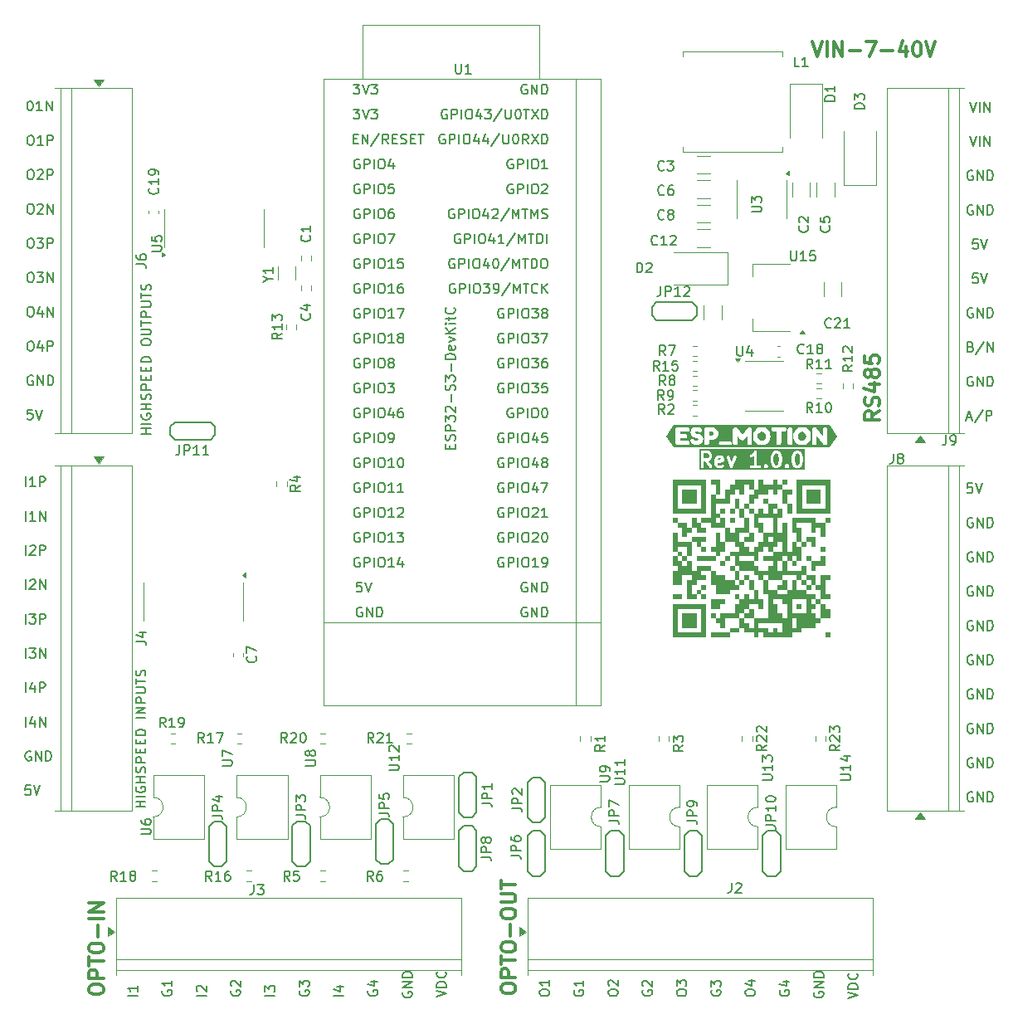
<source format=gto>
G04 #@! TF.GenerationSoftware,KiCad,Pcbnew,9.0.3*
G04 #@! TF.CreationDate,2025-08-04T15:00:35+02:00*
G04 #@! TF.ProjectId,esp-motioncontroller,6573702d-6d6f-4746-996f-6e636f6e7472,1.0.0*
G04 #@! TF.SameCoordinates,Original*
G04 #@! TF.FileFunction,Legend,Top*
G04 #@! TF.FilePolarity,Positive*
%FSLAX46Y46*%
G04 Gerber Fmt 4.6, Leading zero omitted, Abs format (unit mm)*
G04 Created by KiCad (PCBNEW 9.0.3) date 2025-08-04 15:00:35*
%MOMM*%
%LPD*%
G01*
G04 APERTURE LIST*
%ADD10C,0.200000*%
%ADD11C,0.300000*%
%ADD12C,0.150000*%
%ADD13C,0.120000*%
%ADD14C,0.000000*%
G04 APERTURE END LIST*
D10*
X52281184Y-72947376D02*
X52471660Y-72947376D01*
X52471660Y-72947376D02*
X52566898Y-72994995D01*
X52566898Y-72994995D02*
X52662136Y-73090233D01*
X52662136Y-73090233D02*
X52709755Y-73280709D01*
X52709755Y-73280709D02*
X52709755Y-73614042D01*
X52709755Y-73614042D02*
X52662136Y-73804518D01*
X52662136Y-73804518D02*
X52566898Y-73899757D01*
X52566898Y-73899757D02*
X52471660Y-73947376D01*
X52471660Y-73947376D02*
X52281184Y-73947376D01*
X52281184Y-73947376D02*
X52185946Y-73899757D01*
X52185946Y-73899757D02*
X52090708Y-73804518D01*
X52090708Y-73804518D02*
X52043089Y-73614042D01*
X52043089Y-73614042D02*
X52043089Y-73280709D01*
X52043089Y-73280709D02*
X52090708Y-73090233D01*
X52090708Y-73090233D02*
X52185946Y-72994995D01*
X52185946Y-72994995D02*
X52281184Y-72947376D01*
X53566898Y-73280709D02*
X53566898Y-73947376D01*
X53328803Y-72899757D02*
X53090708Y-73614042D01*
X53090708Y-73614042D02*
X53709755Y-73614042D01*
X54090708Y-73947376D02*
X54090708Y-72947376D01*
X54090708Y-72947376D02*
X54662136Y-73947376D01*
X54662136Y-73947376D02*
X54662136Y-72947376D01*
X107866871Y-142688366D02*
X107819252Y-142783604D01*
X107819252Y-142783604D02*
X107819252Y-142926461D01*
X107819252Y-142926461D02*
X107866871Y-143069318D01*
X107866871Y-143069318D02*
X107962109Y-143164556D01*
X107962109Y-143164556D02*
X108057347Y-143212175D01*
X108057347Y-143212175D02*
X108247823Y-143259794D01*
X108247823Y-143259794D02*
X108390680Y-143259794D01*
X108390680Y-143259794D02*
X108581156Y-143212175D01*
X108581156Y-143212175D02*
X108676394Y-143164556D01*
X108676394Y-143164556D02*
X108771633Y-143069318D01*
X108771633Y-143069318D02*
X108819252Y-142926461D01*
X108819252Y-142926461D02*
X108819252Y-142831223D01*
X108819252Y-142831223D02*
X108771633Y-142688366D01*
X108771633Y-142688366D02*
X108724013Y-142640747D01*
X108724013Y-142640747D02*
X108390680Y-142640747D01*
X108390680Y-142640747D02*
X108390680Y-142831223D01*
X108819252Y-141688366D02*
X108819252Y-142259794D01*
X108819252Y-141974080D02*
X107819252Y-141974080D01*
X107819252Y-141974080D02*
X107962109Y-142069318D01*
X107962109Y-142069318D02*
X108057347Y-142164556D01*
X108057347Y-142164556D02*
X108104966Y-142259794D01*
X52281184Y-55447376D02*
X52471660Y-55447376D01*
X52471660Y-55447376D02*
X52566898Y-55494995D01*
X52566898Y-55494995D02*
X52662136Y-55590233D01*
X52662136Y-55590233D02*
X52709755Y-55780709D01*
X52709755Y-55780709D02*
X52709755Y-56114042D01*
X52709755Y-56114042D02*
X52662136Y-56304518D01*
X52662136Y-56304518D02*
X52566898Y-56399757D01*
X52566898Y-56399757D02*
X52471660Y-56447376D01*
X52471660Y-56447376D02*
X52281184Y-56447376D01*
X52281184Y-56447376D02*
X52185946Y-56399757D01*
X52185946Y-56399757D02*
X52090708Y-56304518D01*
X52090708Y-56304518D02*
X52043089Y-56114042D01*
X52043089Y-56114042D02*
X52043089Y-55780709D01*
X52043089Y-55780709D02*
X52090708Y-55590233D01*
X52090708Y-55590233D02*
X52185946Y-55494995D01*
X52185946Y-55494995D02*
X52281184Y-55447376D01*
X53662136Y-56447376D02*
X53090708Y-56447376D01*
X53376422Y-56447376D02*
X53376422Y-55447376D01*
X53376422Y-55447376D02*
X53281184Y-55590233D01*
X53281184Y-55590233D02*
X53185946Y-55685471D01*
X53185946Y-55685471D02*
X53090708Y-55733090D01*
X54090708Y-56447376D02*
X54090708Y-55447376D01*
X54090708Y-55447376D02*
X54471660Y-55447376D01*
X54471660Y-55447376D02*
X54566898Y-55494995D01*
X54566898Y-55494995D02*
X54614517Y-55542614D01*
X54614517Y-55542614D02*
X54662136Y-55637852D01*
X54662136Y-55637852D02*
X54662136Y-55780709D01*
X54662136Y-55780709D02*
X54614517Y-55875947D01*
X54614517Y-55875947D02*
X54566898Y-55923566D01*
X54566898Y-55923566D02*
X54471660Y-55971185D01*
X54471660Y-55971185D02*
X54090708Y-55971185D01*
X128866871Y-142688366D02*
X128819252Y-142783604D01*
X128819252Y-142783604D02*
X128819252Y-142926461D01*
X128819252Y-142926461D02*
X128866871Y-143069318D01*
X128866871Y-143069318D02*
X128962109Y-143164556D01*
X128962109Y-143164556D02*
X129057347Y-143212175D01*
X129057347Y-143212175D02*
X129247823Y-143259794D01*
X129247823Y-143259794D02*
X129390680Y-143259794D01*
X129390680Y-143259794D02*
X129581156Y-143212175D01*
X129581156Y-143212175D02*
X129676394Y-143164556D01*
X129676394Y-143164556D02*
X129771633Y-143069318D01*
X129771633Y-143069318D02*
X129819252Y-142926461D01*
X129819252Y-142926461D02*
X129819252Y-142831223D01*
X129819252Y-142831223D02*
X129771633Y-142688366D01*
X129771633Y-142688366D02*
X129724013Y-142640747D01*
X129724013Y-142640747D02*
X129390680Y-142640747D01*
X129390680Y-142640747D02*
X129390680Y-142831223D01*
X129152585Y-141783604D02*
X129819252Y-141783604D01*
X128771633Y-142021699D02*
X129485918Y-142259794D01*
X129485918Y-142259794D02*
X129485918Y-141640747D01*
D11*
X132140225Y-45900828D02*
X132640225Y-47400828D01*
X132640225Y-47400828D02*
X133140225Y-45900828D01*
X133640224Y-47400828D02*
X133640224Y-45900828D01*
X134354510Y-47400828D02*
X134354510Y-45900828D01*
X134354510Y-45900828D02*
X135211653Y-47400828D01*
X135211653Y-47400828D02*
X135211653Y-45900828D01*
X135925939Y-46829400D02*
X137068797Y-46829400D01*
X137640225Y-45900828D02*
X138640225Y-45900828D01*
X138640225Y-45900828D02*
X137997368Y-47400828D01*
X139211653Y-46829400D02*
X140354511Y-46829400D01*
X141711654Y-46400828D02*
X141711654Y-47400828D01*
X141354511Y-45829400D02*
X140997368Y-46900828D01*
X140997368Y-46900828D02*
X141925939Y-46900828D01*
X142783082Y-45900828D02*
X142925939Y-45900828D01*
X142925939Y-45900828D02*
X143068796Y-45972257D01*
X143068796Y-45972257D02*
X143140225Y-46043685D01*
X143140225Y-46043685D02*
X143211653Y-46186542D01*
X143211653Y-46186542D02*
X143283082Y-46472257D01*
X143283082Y-46472257D02*
X143283082Y-46829400D01*
X143283082Y-46829400D02*
X143211653Y-47115114D01*
X143211653Y-47115114D02*
X143140225Y-47257971D01*
X143140225Y-47257971D02*
X143068796Y-47329400D01*
X143068796Y-47329400D02*
X142925939Y-47400828D01*
X142925939Y-47400828D02*
X142783082Y-47400828D01*
X142783082Y-47400828D02*
X142640225Y-47329400D01*
X142640225Y-47329400D02*
X142568796Y-47257971D01*
X142568796Y-47257971D02*
X142497367Y-47115114D01*
X142497367Y-47115114D02*
X142425939Y-46829400D01*
X142425939Y-46829400D02*
X142425939Y-46472257D01*
X142425939Y-46472257D02*
X142497367Y-46186542D01*
X142497367Y-46186542D02*
X142568796Y-46043685D01*
X142568796Y-46043685D02*
X142640225Y-45972257D01*
X142640225Y-45972257D02*
X142783082Y-45900828D01*
X143711653Y-45900828D02*
X144211653Y-47400828D01*
X144211653Y-47400828D02*
X144711653Y-45900828D01*
D10*
X52614517Y-79994995D02*
X52519279Y-79947376D01*
X52519279Y-79947376D02*
X52376422Y-79947376D01*
X52376422Y-79947376D02*
X52233565Y-79994995D01*
X52233565Y-79994995D02*
X52138327Y-80090233D01*
X52138327Y-80090233D02*
X52090708Y-80185471D01*
X52090708Y-80185471D02*
X52043089Y-80375947D01*
X52043089Y-80375947D02*
X52043089Y-80518804D01*
X52043089Y-80518804D02*
X52090708Y-80709280D01*
X52090708Y-80709280D02*
X52138327Y-80804518D01*
X52138327Y-80804518D02*
X52233565Y-80899757D01*
X52233565Y-80899757D02*
X52376422Y-80947376D01*
X52376422Y-80947376D02*
X52471660Y-80947376D01*
X52471660Y-80947376D02*
X52614517Y-80899757D01*
X52614517Y-80899757D02*
X52662136Y-80852137D01*
X52662136Y-80852137D02*
X52662136Y-80518804D01*
X52662136Y-80518804D02*
X52471660Y-80518804D01*
X53090708Y-80947376D02*
X53090708Y-79947376D01*
X53090708Y-79947376D02*
X53662136Y-80947376D01*
X53662136Y-80947376D02*
X53662136Y-79947376D01*
X54138327Y-80947376D02*
X54138327Y-79947376D01*
X54138327Y-79947376D02*
X54376422Y-79947376D01*
X54376422Y-79947376D02*
X54519279Y-79994995D01*
X54519279Y-79994995D02*
X54614517Y-80090233D01*
X54614517Y-80090233D02*
X54662136Y-80185471D01*
X54662136Y-80185471D02*
X54709755Y-80375947D01*
X54709755Y-80375947D02*
X54709755Y-80518804D01*
X54709755Y-80518804D02*
X54662136Y-80709280D01*
X54662136Y-80709280D02*
X54614517Y-80804518D01*
X54614517Y-80804518D02*
X54519279Y-80899757D01*
X54519279Y-80899757D02*
X54376422Y-80947376D01*
X54376422Y-80947376D02*
X54138327Y-80947376D01*
X148513482Y-94499838D02*
X148418244Y-94452219D01*
X148418244Y-94452219D02*
X148275387Y-94452219D01*
X148275387Y-94452219D02*
X148132530Y-94499838D01*
X148132530Y-94499838D02*
X148037292Y-94595076D01*
X148037292Y-94595076D02*
X147989673Y-94690314D01*
X147989673Y-94690314D02*
X147942054Y-94880790D01*
X147942054Y-94880790D02*
X147942054Y-95023647D01*
X147942054Y-95023647D02*
X147989673Y-95214123D01*
X147989673Y-95214123D02*
X148037292Y-95309361D01*
X148037292Y-95309361D02*
X148132530Y-95404600D01*
X148132530Y-95404600D02*
X148275387Y-95452219D01*
X148275387Y-95452219D02*
X148370625Y-95452219D01*
X148370625Y-95452219D02*
X148513482Y-95404600D01*
X148513482Y-95404600D02*
X148561101Y-95356980D01*
X148561101Y-95356980D02*
X148561101Y-95023647D01*
X148561101Y-95023647D02*
X148370625Y-95023647D01*
X148989673Y-95452219D02*
X148989673Y-94452219D01*
X148989673Y-94452219D02*
X149561101Y-95452219D01*
X149561101Y-95452219D02*
X149561101Y-94452219D01*
X150037292Y-95452219D02*
X150037292Y-94452219D01*
X150037292Y-94452219D02*
X150275387Y-94452219D01*
X150275387Y-94452219D02*
X150418244Y-94499838D01*
X150418244Y-94499838D02*
X150513482Y-94595076D01*
X150513482Y-94595076D02*
X150561101Y-94690314D01*
X150561101Y-94690314D02*
X150608720Y-94880790D01*
X150608720Y-94880790D02*
X150608720Y-95023647D01*
X150608720Y-95023647D02*
X150561101Y-95214123D01*
X150561101Y-95214123D02*
X150513482Y-95309361D01*
X150513482Y-95309361D02*
X150418244Y-95404600D01*
X150418244Y-95404600D02*
X150275387Y-95452219D01*
X150275387Y-95452219D02*
X150037292Y-95452219D01*
X51883526Y-108775999D02*
X51883526Y-107775999D01*
X52264478Y-107775999D02*
X52883525Y-107775999D01*
X52883525Y-107775999D02*
X52550192Y-108156951D01*
X52550192Y-108156951D02*
X52693049Y-108156951D01*
X52693049Y-108156951D02*
X52788287Y-108204570D01*
X52788287Y-108204570D02*
X52835906Y-108252189D01*
X52835906Y-108252189D02*
X52883525Y-108347427D01*
X52883525Y-108347427D02*
X52883525Y-108585522D01*
X52883525Y-108585522D02*
X52835906Y-108680760D01*
X52835906Y-108680760D02*
X52788287Y-108728380D01*
X52788287Y-108728380D02*
X52693049Y-108775999D01*
X52693049Y-108775999D02*
X52407335Y-108775999D01*
X52407335Y-108775999D02*
X52312097Y-108728380D01*
X52312097Y-108728380D02*
X52264478Y-108680760D01*
X53312097Y-108775999D02*
X53312097Y-107775999D01*
X53312097Y-107775999D02*
X53883525Y-108775999D01*
X53883525Y-108775999D02*
X53883525Y-107775999D01*
X51883526Y-112275999D02*
X51883526Y-111275999D01*
X52788287Y-111609332D02*
X52788287Y-112275999D01*
X52550192Y-111228380D02*
X52312097Y-111942665D01*
X52312097Y-111942665D02*
X52931144Y-111942665D01*
X53312097Y-112275999D02*
X53312097Y-111275999D01*
X53312097Y-111275999D02*
X53693049Y-111275999D01*
X53693049Y-111275999D02*
X53788287Y-111323618D01*
X53788287Y-111323618D02*
X53835906Y-111371237D01*
X53835906Y-111371237D02*
X53883525Y-111466475D01*
X53883525Y-111466475D02*
X53883525Y-111609332D01*
X53883525Y-111609332D02*
X53835906Y-111704570D01*
X53835906Y-111704570D02*
X53788287Y-111752189D01*
X53788287Y-111752189D02*
X53693049Y-111799808D01*
X53693049Y-111799808D02*
X53312097Y-111799808D01*
D11*
G36*
X122876579Y-88444205D02*
G01*
X122902754Y-88496556D01*
X122495525Y-88578002D01*
X122495525Y-88510668D01*
X122528756Y-88444205D01*
X122595221Y-88410973D01*
X122810115Y-88410973D01*
X122876579Y-88444205D01*
G37*
G36*
X128613814Y-87955680D02*
G01*
X128650818Y-87992684D01*
X128703996Y-88099042D01*
X128766953Y-88350866D01*
X128766953Y-88671080D01*
X128703996Y-88922904D01*
X128650817Y-89029262D01*
X128613812Y-89066267D01*
X128524400Y-89110973D01*
X128452363Y-89110973D01*
X128362949Y-89066266D01*
X128325945Y-89029262D01*
X128272764Y-88922902D01*
X128209810Y-88671081D01*
X128209810Y-88350865D01*
X128272764Y-88099043D01*
X128325945Y-87992683D01*
X128362949Y-87955680D01*
X128452363Y-87910973D01*
X128524400Y-87910973D01*
X128613814Y-87955680D01*
G37*
G36*
X130756671Y-87955680D02*
G01*
X130793675Y-87992684D01*
X130846853Y-88099042D01*
X130909810Y-88350866D01*
X130909810Y-88671080D01*
X130846853Y-88922904D01*
X130793674Y-89029262D01*
X130756669Y-89066267D01*
X130667257Y-89110973D01*
X130595220Y-89110973D01*
X130505806Y-89066266D01*
X130468802Y-89029262D01*
X130415621Y-88922902D01*
X130352667Y-88671081D01*
X130352667Y-88350865D01*
X130415621Y-88099043D01*
X130468802Y-87992683D01*
X130505806Y-87955680D01*
X130595220Y-87910973D01*
X130667257Y-87910973D01*
X130756671Y-87955680D01*
G37*
G36*
X121542386Y-87955680D02*
G01*
X121579390Y-87992684D01*
X121624096Y-88082096D01*
X121624096Y-88225563D01*
X121579389Y-88314976D01*
X121542384Y-88351981D01*
X121452972Y-88396687D01*
X121066953Y-88396687D01*
X121066953Y-87910973D01*
X121452972Y-87910973D01*
X121542386Y-87955680D01*
G37*
G36*
X131376477Y-89577640D02*
G01*
X120600286Y-89577640D01*
X120600286Y-87760973D01*
X120766953Y-87760973D01*
X120766953Y-89260973D01*
X120769835Y-89290237D01*
X120792233Y-89344309D01*
X120833617Y-89385693D01*
X120887689Y-89408091D01*
X120946217Y-89408091D01*
X121000289Y-89385693D01*
X121041673Y-89344309D01*
X121064071Y-89290237D01*
X121066953Y-89260973D01*
X121066953Y-88696687D01*
X121195998Y-88696687D01*
X121651211Y-89346992D01*
X121670354Y-89369314D01*
X121719711Y-89400767D01*
X121777347Y-89410938D01*
X121834489Y-89398279D01*
X121882437Y-89364715D01*
X121913890Y-89315358D01*
X121924061Y-89257722D01*
X121911402Y-89200580D01*
X121896981Y-89174954D01*
X121552029Y-88682165D01*
X121555464Y-88680851D01*
X121698321Y-88609423D01*
X121710914Y-88601495D01*
X121714574Y-88599980D01*
X121718693Y-88596598D01*
X121723207Y-88593758D01*
X121725803Y-88590764D01*
X121737305Y-88581325D01*
X121808734Y-88509896D01*
X121818175Y-88498391D01*
X121821167Y-88495797D01*
X121824005Y-88491287D01*
X121827389Y-88487165D01*
X121828905Y-88483503D01*
X121834095Y-88475259D01*
X122195525Y-88475259D01*
X122195525Y-89046687D01*
X122198407Y-89075951D01*
X122200469Y-89080929D01*
X122200851Y-89086305D01*
X122211361Y-89113768D01*
X122282789Y-89256627D01*
X122285868Y-89261519D01*
X122286639Y-89263830D01*
X122289134Y-89266707D01*
X122298454Y-89281512D01*
X122312660Y-89293833D01*
X122324986Y-89308045D01*
X122339790Y-89317363D01*
X122342668Y-89319859D01*
X122344979Y-89320629D01*
X122349872Y-89323709D01*
X122492730Y-89395138D01*
X122520193Y-89405647D01*
X122525568Y-89406028D01*
X122530547Y-89408091D01*
X122559811Y-89410973D01*
X122845525Y-89410973D01*
X122874789Y-89408091D01*
X122879767Y-89406028D01*
X122885143Y-89405647D01*
X122912607Y-89395137D01*
X123055464Y-89323709D01*
X123080350Y-89308044D01*
X123118696Y-89263829D01*
X123137204Y-89208307D01*
X123133056Y-89149927D01*
X123106882Y-89097578D01*
X123062667Y-89059231D01*
X123007144Y-89040723D01*
X122948764Y-89044871D01*
X122921301Y-89055381D01*
X122810115Y-89110973D01*
X122595220Y-89110973D01*
X122528757Y-89077742D01*
X122495525Y-89011278D01*
X122495525Y-88883943D01*
X123089074Y-88765234D01*
X123089075Y-88765234D01*
X123089075Y-88765233D01*
X123089229Y-88765203D01*
X123117359Y-88756638D01*
X123129570Y-88748459D01*
X123143147Y-88742836D01*
X123153648Y-88732334D01*
X123165989Y-88724070D01*
X123174141Y-88711842D01*
X123184531Y-88701452D01*
X123190213Y-88687732D01*
X123198453Y-88675374D01*
X123201305Y-88660956D01*
X123206929Y-88647380D01*
X123209811Y-88618116D01*
X123209811Y-88617964D01*
X123209812Y-88617959D01*
X123209811Y-88617954D01*
X123209811Y-88475259D01*
X123206929Y-88445995D01*
X123204865Y-88441014D01*
X123204484Y-88435640D01*
X123193975Y-88408176D01*
X123131334Y-88282895D01*
X123411420Y-88282895D01*
X123418549Y-88311423D01*
X123775692Y-89311423D01*
X123788248Y-89338013D01*
X123793301Y-89343595D01*
X123796524Y-89350398D01*
X123812796Y-89365129D01*
X123827528Y-89381402D01*
X123834330Y-89384624D01*
X123839913Y-89389678D01*
X123860587Y-89397061D01*
X123880420Y-89406456D01*
X123887938Y-89406829D01*
X123895031Y-89409363D01*
X123916953Y-89408272D01*
X123938875Y-89409363D01*
X123945967Y-89406829D01*
X123953486Y-89406456D01*
X123973318Y-89397061D01*
X123993993Y-89389678D01*
X123999575Y-89384624D01*
X124006378Y-89381402D01*
X124021109Y-89365129D01*
X124037382Y-89350398D01*
X124040604Y-89343595D01*
X124045658Y-89338013D01*
X124058214Y-89311423D01*
X124415357Y-88311424D01*
X124422486Y-88282895D01*
X124419579Y-88224440D01*
X124394525Y-88171548D01*
X124393681Y-88170784D01*
X125768131Y-88170784D01*
X125772280Y-88229164D01*
X125798454Y-88281513D01*
X125842669Y-88319860D01*
X125898192Y-88338367D01*
X125956572Y-88334218D01*
X125984035Y-88323709D01*
X126126892Y-88252280D01*
X126139485Y-88244352D01*
X126143145Y-88242837D01*
X126147264Y-88239455D01*
X126151778Y-88236615D01*
X126154374Y-88233621D01*
X126165876Y-88224182D01*
X126195524Y-88194534D01*
X126195524Y-89110973D01*
X125916953Y-89110973D01*
X125887689Y-89113855D01*
X125833617Y-89136253D01*
X125792233Y-89177637D01*
X125769835Y-89231709D01*
X125769835Y-89290237D01*
X125792233Y-89344309D01*
X125833617Y-89385693D01*
X125887689Y-89408091D01*
X125916953Y-89410973D01*
X126774096Y-89410973D01*
X126803360Y-89408091D01*
X126857432Y-89385693D01*
X126898816Y-89344309D01*
X126921214Y-89290237D01*
X126921214Y-89231709D01*
X126898816Y-89177637D01*
X126881462Y-89160283D01*
X127198406Y-89160283D01*
X127198406Y-89218809D01*
X127200632Y-89224182D01*
X127220803Y-89272880D01*
X127239458Y-89295611D01*
X127310886Y-89367039D01*
X127333616Y-89385694D01*
X127356013Y-89394970D01*
X127387688Y-89408091D01*
X127446216Y-89408091D01*
X127490668Y-89389678D01*
X127500287Y-89385694D01*
X127500291Y-89385689D01*
X127523017Y-89367040D01*
X127594446Y-89295612D01*
X127613101Y-89272881D01*
X127613102Y-89272880D01*
X127635499Y-89218808D01*
X127635499Y-89160282D01*
X127613102Y-89106210D01*
X127594447Y-89083479D01*
X127523018Y-89012050D01*
X127500287Y-88993395D01*
X127449605Y-88972402D01*
X127446216Y-88970998D01*
X127387688Y-88970998D01*
X127384299Y-88972402D01*
X127333617Y-88993395D01*
X127333616Y-88993396D01*
X127310885Y-89012051D01*
X127239457Y-89083480D01*
X127220807Y-89106205D01*
X127220803Y-89106210D01*
X127200633Y-89154907D01*
X127198406Y-89160283D01*
X126881462Y-89160283D01*
X126857432Y-89136253D01*
X126803360Y-89113855D01*
X126774096Y-89110973D01*
X126495524Y-89110973D01*
X126495524Y-88332402D01*
X127909810Y-88332402D01*
X127909810Y-88689545D01*
X127910312Y-88694648D01*
X127909987Y-88696836D01*
X127911606Y-88707786D01*
X127912692Y-88718809D01*
X127913539Y-88720853D01*
X127914289Y-88725925D01*
X127985717Y-89011639D01*
X127986488Y-89013797D01*
X127986565Y-89014878D01*
X127991223Y-89027052D01*
X127995610Y-89039330D01*
X127996254Y-89040200D01*
X127997074Y-89042341D01*
X128068503Y-89185198D01*
X128076430Y-89197791D01*
X128077946Y-89201451D01*
X128081327Y-89205570D01*
X128084168Y-89210084D01*
X128087161Y-89212680D01*
X128096601Y-89224182D01*
X128168030Y-89295611D01*
X128179534Y-89305052D01*
X128182129Y-89308044D01*
X128186638Y-89310882D01*
X128190761Y-89314266D01*
X128194422Y-89315782D01*
X128207014Y-89323709D01*
X128349872Y-89395137D01*
X128377335Y-89405647D01*
X128382710Y-89406028D01*
X128387689Y-89408091D01*
X128416953Y-89410973D01*
X128559810Y-89410973D01*
X128589074Y-89408091D01*
X128594052Y-89406028D01*
X128599428Y-89405647D01*
X128626892Y-89395137D01*
X128769749Y-89323709D01*
X128782342Y-89315781D01*
X128786002Y-89314266D01*
X128790121Y-89310884D01*
X128794635Y-89308044D01*
X128797231Y-89305050D01*
X128808733Y-89295611D01*
X128880162Y-89224182D01*
X128889603Y-89212677D01*
X128892595Y-89210083D01*
X128895433Y-89205573D01*
X128898817Y-89201451D01*
X128900333Y-89197789D01*
X128908260Y-89185198D01*
X128920717Y-89160283D01*
X129341263Y-89160283D01*
X129341263Y-89218809D01*
X129343489Y-89224182D01*
X129363660Y-89272880D01*
X129382315Y-89295611D01*
X129453743Y-89367039D01*
X129476473Y-89385694D01*
X129498870Y-89394970D01*
X129530545Y-89408091D01*
X129589073Y-89408091D01*
X129633525Y-89389678D01*
X129643144Y-89385694D01*
X129643148Y-89385689D01*
X129665874Y-89367040D01*
X129737303Y-89295612D01*
X129755958Y-89272881D01*
X129755959Y-89272880D01*
X129778356Y-89218808D01*
X129778356Y-89160282D01*
X129755959Y-89106210D01*
X129737304Y-89083479D01*
X129665875Y-89012050D01*
X129643144Y-88993395D01*
X129592462Y-88972402D01*
X129589073Y-88970998D01*
X129530545Y-88970998D01*
X129527156Y-88972402D01*
X129476474Y-88993395D01*
X129476473Y-88993396D01*
X129453742Y-89012051D01*
X129382314Y-89083480D01*
X129363664Y-89106205D01*
X129363660Y-89106210D01*
X129343490Y-89154907D01*
X129341263Y-89160283D01*
X128920717Y-89160283D01*
X128979688Y-89042340D01*
X128980505Y-89040203D01*
X128981152Y-89039331D01*
X128985541Y-89027044D01*
X128990198Y-89014877D01*
X128990274Y-89013795D01*
X128991045Y-89011640D01*
X129062474Y-88725926D01*
X129063224Y-88720853D01*
X129064071Y-88718809D01*
X129065156Y-88707789D01*
X129066776Y-88696837D01*
X129066450Y-88694648D01*
X129066953Y-88689545D01*
X129066953Y-88332402D01*
X130052667Y-88332402D01*
X130052667Y-88689545D01*
X130053169Y-88694648D01*
X130052844Y-88696836D01*
X130054463Y-88707786D01*
X130055549Y-88718809D01*
X130056396Y-88720853D01*
X130057146Y-88725925D01*
X130128574Y-89011639D01*
X130129345Y-89013797D01*
X130129422Y-89014878D01*
X130134080Y-89027052D01*
X130138467Y-89039330D01*
X130139111Y-89040200D01*
X130139931Y-89042341D01*
X130211360Y-89185198D01*
X130219287Y-89197791D01*
X130220803Y-89201451D01*
X130224184Y-89205570D01*
X130227025Y-89210084D01*
X130230018Y-89212680D01*
X130239458Y-89224182D01*
X130310887Y-89295611D01*
X130322391Y-89305052D01*
X130324986Y-89308044D01*
X130329495Y-89310882D01*
X130333618Y-89314266D01*
X130337279Y-89315782D01*
X130349871Y-89323709D01*
X130492729Y-89395137D01*
X130520192Y-89405647D01*
X130525567Y-89406028D01*
X130530546Y-89408091D01*
X130559810Y-89410973D01*
X130702667Y-89410973D01*
X130731931Y-89408091D01*
X130736909Y-89406028D01*
X130742285Y-89405647D01*
X130769749Y-89395137D01*
X130912606Y-89323709D01*
X130925199Y-89315781D01*
X130928859Y-89314266D01*
X130932978Y-89310884D01*
X130937492Y-89308044D01*
X130940088Y-89305050D01*
X130951590Y-89295611D01*
X131023019Y-89224182D01*
X131032460Y-89212677D01*
X131035452Y-89210083D01*
X131038290Y-89205573D01*
X131041674Y-89201451D01*
X131043190Y-89197789D01*
X131051117Y-89185198D01*
X131122545Y-89042340D01*
X131123362Y-89040203D01*
X131124009Y-89039331D01*
X131128398Y-89027044D01*
X131133055Y-89014877D01*
X131133131Y-89013795D01*
X131133902Y-89011640D01*
X131205331Y-88725926D01*
X131206081Y-88720853D01*
X131206928Y-88718809D01*
X131208013Y-88707789D01*
X131209633Y-88696837D01*
X131209307Y-88694648D01*
X131209810Y-88689545D01*
X131209810Y-88332402D01*
X131209307Y-88327298D01*
X131209633Y-88325110D01*
X131208013Y-88314157D01*
X131206928Y-88303138D01*
X131206081Y-88301093D01*
X131205331Y-88296021D01*
X131133902Y-88010307D01*
X131133131Y-88008151D01*
X131133055Y-88007069D01*
X131128395Y-87994894D01*
X131124009Y-87982615D01*
X131123362Y-87981742D01*
X131122545Y-87979606D01*
X131051117Y-87836748D01*
X131043188Y-87824153D01*
X131041673Y-87820494D01*
X131038291Y-87816373D01*
X131035452Y-87811863D01*
X131032460Y-87809268D01*
X131023018Y-87797763D01*
X130951589Y-87726335D01*
X130940089Y-87716897D01*
X130937492Y-87713903D01*
X130932975Y-87711060D01*
X130928858Y-87707681D01*
X130925201Y-87706166D01*
X130912606Y-87698238D01*
X130769749Y-87626809D01*
X130742286Y-87616300D01*
X130736911Y-87615918D01*
X130731931Y-87613855D01*
X130702667Y-87610973D01*
X130559810Y-87610973D01*
X130530546Y-87613855D01*
X130525565Y-87615918D01*
X130520191Y-87616300D01*
X130492727Y-87626809D01*
X130349871Y-87698238D01*
X130337277Y-87706165D01*
X130333618Y-87707681D01*
X130329497Y-87711062D01*
X130324985Y-87713903D01*
X130322388Y-87716896D01*
X130310888Y-87726335D01*
X130239459Y-87797763D01*
X130230019Y-87809265D01*
X130227025Y-87811862D01*
X130224183Y-87816376D01*
X130220804Y-87820494D01*
X130219288Y-87824152D01*
X130211360Y-87836748D01*
X130139931Y-87979605D01*
X130139111Y-87981745D01*
X130138467Y-87982616D01*
X130134080Y-87994893D01*
X130129422Y-88007068D01*
X130129345Y-88008148D01*
X130128574Y-88010307D01*
X130057146Y-88296022D01*
X130056396Y-88301093D01*
X130055549Y-88303138D01*
X130054463Y-88314160D01*
X130052844Y-88325111D01*
X130053169Y-88327298D01*
X130052667Y-88332402D01*
X129066953Y-88332402D01*
X129066450Y-88327298D01*
X129066776Y-88325110D01*
X129065156Y-88314157D01*
X129064071Y-88303138D01*
X129063224Y-88301093D01*
X129062474Y-88296021D01*
X128991045Y-88010307D01*
X128990274Y-88008151D01*
X128990198Y-88007069D01*
X128985538Y-87994894D01*
X128981152Y-87982615D01*
X128980505Y-87981742D01*
X128979688Y-87979606D01*
X128908260Y-87836748D01*
X128900331Y-87824153D01*
X128898816Y-87820494D01*
X128895434Y-87816373D01*
X128892595Y-87811863D01*
X128889603Y-87809268D01*
X128880161Y-87797763D01*
X128808732Y-87726335D01*
X128797232Y-87716897D01*
X128794635Y-87713903D01*
X128790118Y-87711060D01*
X128786001Y-87707681D01*
X128782344Y-87706166D01*
X128769749Y-87698238D01*
X128626892Y-87626809D01*
X128599429Y-87616300D01*
X128594054Y-87615918D01*
X128589074Y-87613855D01*
X128559810Y-87610973D01*
X128416953Y-87610973D01*
X128387689Y-87613855D01*
X128382708Y-87615918D01*
X128377334Y-87616300D01*
X128349870Y-87626809D01*
X128207014Y-87698238D01*
X128194420Y-87706165D01*
X128190761Y-87707681D01*
X128186640Y-87711062D01*
X128182128Y-87713903D01*
X128179531Y-87716896D01*
X128168031Y-87726335D01*
X128096602Y-87797763D01*
X128087162Y-87809265D01*
X128084168Y-87811862D01*
X128081326Y-87816376D01*
X128077947Y-87820494D01*
X128076431Y-87824152D01*
X128068503Y-87836748D01*
X127997074Y-87979605D01*
X127996254Y-87981745D01*
X127995610Y-87982616D01*
X127991223Y-87994893D01*
X127986565Y-88007068D01*
X127986488Y-88008148D01*
X127985717Y-88010307D01*
X127914289Y-88296022D01*
X127913539Y-88301093D01*
X127912692Y-88303138D01*
X127911606Y-88314160D01*
X127909987Y-88325111D01*
X127910312Y-88327298D01*
X127909810Y-88332402D01*
X126495524Y-88332402D01*
X126495524Y-87760973D01*
X126495513Y-87760867D01*
X126495524Y-87760815D01*
X126495493Y-87760661D01*
X126492642Y-87731709D01*
X126486958Y-87717988D01*
X126484046Y-87703426D01*
X126475867Y-87691213D01*
X126470244Y-87677637D01*
X126459745Y-87667138D01*
X126451480Y-87654796D01*
X126439249Y-87646642D01*
X126428860Y-87636253D01*
X126415141Y-87630570D01*
X126402781Y-87622330D01*
X126388362Y-87619477D01*
X126374788Y-87613855D01*
X126359937Y-87613855D01*
X126345367Y-87610973D01*
X126330957Y-87613855D01*
X126316260Y-87613855D01*
X126302538Y-87619538D01*
X126287977Y-87622451D01*
X126275764Y-87630629D01*
X126262188Y-87636253D01*
X126251689Y-87646751D01*
X126239347Y-87655017D01*
X126220915Y-87677525D01*
X126220804Y-87677637D01*
X126220783Y-87677687D01*
X126220717Y-87677768D01*
X126086097Y-87879696D01*
X125970956Y-87994837D01*
X125849871Y-88055381D01*
X125824985Y-88071046D01*
X125786638Y-88115261D01*
X125768131Y-88170784D01*
X124393681Y-88170784D01*
X124351136Y-88132268D01*
X124296018Y-88112583D01*
X124237563Y-88115490D01*
X124184671Y-88140544D01*
X124145391Y-88183933D01*
X124132835Y-88210523D01*
X123916953Y-88814992D01*
X123701071Y-88210523D01*
X123688515Y-88183933D01*
X123649235Y-88140544D01*
X123596343Y-88115490D01*
X123537888Y-88112583D01*
X123482770Y-88132268D01*
X123439381Y-88171548D01*
X123414327Y-88224440D01*
X123411420Y-88282895D01*
X123131334Y-88282895D01*
X123122546Y-88265320D01*
X123119465Y-88260425D01*
X123118696Y-88258118D01*
X123116203Y-88255243D01*
X123106881Y-88240434D01*
X123092671Y-88228110D01*
X123080350Y-88213903D01*
X123065544Y-88204583D01*
X123062666Y-88202087D01*
X123060354Y-88201316D01*
X123055464Y-88198238D01*
X122912607Y-88126809D01*
X122885144Y-88116300D01*
X122879769Y-88115918D01*
X122874789Y-88113855D01*
X122845525Y-88110973D01*
X122559811Y-88110973D01*
X122530547Y-88113855D01*
X122525569Y-88115916D01*
X122520192Y-88116299D01*
X122492729Y-88126809D01*
X122349871Y-88198238D01*
X122344976Y-88201318D01*
X122342669Y-88202088D01*
X122339794Y-88204580D01*
X122324985Y-88213903D01*
X122312662Y-88228111D01*
X122298454Y-88240434D01*
X122289131Y-88255243D01*
X122286639Y-88258118D01*
X122285869Y-88260425D01*
X122282789Y-88265320D01*
X122211361Y-88408177D01*
X122200851Y-88435641D01*
X122200469Y-88441016D01*
X122198407Y-88445995D01*
X122195525Y-88475259D01*
X121834095Y-88475259D01*
X121836832Y-88470912D01*
X121908260Y-88328054D01*
X121918770Y-88300591D01*
X121919151Y-88295215D01*
X121921214Y-88290237D01*
X121924096Y-88260973D01*
X121924096Y-88046687D01*
X121921214Y-88017423D01*
X121919151Y-88012444D01*
X121918770Y-88007069D01*
X121908260Y-87979606D01*
X121836832Y-87836748D01*
X121828903Y-87824153D01*
X121827388Y-87820494D01*
X121824006Y-87816373D01*
X121821167Y-87811863D01*
X121818175Y-87809268D01*
X121808733Y-87797763D01*
X121737304Y-87726335D01*
X121725804Y-87716897D01*
X121723207Y-87713903D01*
X121718690Y-87711060D01*
X121714573Y-87707681D01*
X121710916Y-87706166D01*
X121698321Y-87698238D01*
X121555464Y-87626809D01*
X121528001Y-87616300D01*
X121522626Y-87615918D01*
X121517646Y-87613855D01*
X121488382Y-87610973D01*
X120916953Y-87610973D01*
X120887689Y-87613855D01*
X120833617Y-87636253D01*
X120792233Y-87677637D01*
X120769835Y-87731709D01*
X120766953Y-87760973D01*
X120600286Y-87760973D01*
X120600286Y-87444306D01*
X131376477Y-87444306D01*
X131376477Y-89577640D01*
G37*
D10*
X148513482Y-101499838D02*
X148418244Y-101452219D01*
X148418244Y-101452219D02*
X148275387Y-101452219D01*
X148275387Y-101452219D02*
X148132530Y-101499838D01*
X148132530Y-101499838D02*
X148037292Y-101595076D01*
X148037292Y-101595076D02*
X147989673Y-101690314D01*
X147989673Y-101690314D02*
X147942054Y-101880790D01*
X147942054Y-101880790D02*
X147942054Y-102023647D01*
X147942054Y-102023647D02*
X147989673Y-102214123D01*
X147989673Y-102214123D02*
X148037292Y-102309361D01*
X148037292Y-102309361D02*
X148132530Y-102404600D01*
X148132530Y-102404600D02*
X148275387Y-102452219D01*
X148275387Y-102452219D02*
X148370625Y-102452219D01*
X148370625Y-102452219D02*
X148513482Y-102404600D01*
X148513482Y-102404600D02*
X148561101Y-102356980D01*
X148561101Y-102356980D02*
X148561101Y-102023647D01*
X148561101Y-102023647D02*
X148370625Y-102023647D01*
X148989673Y-102452219D02*
X148989673Y-101452219D01*
X148989673Y-101452219D02*
X149561101Y-102452219D01*
X149561101Y-102452219D02*
X149561101Y-101452219D01*
X150037292Y-102452219D02*
X150037292Y-101452219D01*
X150037292Y-101452219D02*
X150275387Y-101452219D01*
X150275387Y-101452219D02*
X150418244Y-101499838D01*
X150418244Y-101499838D02*
X150513482Y-101595076D01*
X150513482Y-101595076D02*
X150561101Y-101690314D01*
X150561101Y-101690314D02*
X150608720Y-101880790D01*
X150608720Y-101880790D02*
X150608720Y-102023647D01*
X150608720Y-102023647D02*
X150561101Y-102214123D01*
X150561101Y-102214123D02*
X150513482Y-102309361D01*
X150513482Y-102309361D02*
X150418244Y-102404600D01*
X150418244Y-102404600D02*
X150275387Y-102452219D01*
X150275387Y-102452219D02*
X150037292Y-102452219D01*
X93807219Y-143366194D02*
X94807219Y-143032861D01*
X94807219Y-143032861D02*
X93807219Y-142699528D01*
X94807219Y-142366194D02*
X93807219Y-142366194D01*
X93807219Y-142366194D02*
X93807219Y-142128099D01*
X93807219Y-142128099D02*
X93854838Y-141985242D01*
X93854838Y-141985242D02*
X93950076Y-141890004D01*
X93950076Y-141890004D02*
X94045314Y-141842385D01*
X94045314Y-141842385D02*
X94235790Y-141794766D01*
X94235790Y-141794766D02*
X94378647Y-141794766D01*
X94378647Y-141794766D02*
X94569123Y-141842385D01*
X94569123Y-141842385D02*
X94664361Y-141890004D01*
X94664361Y-141890004D02*
X94759600Y-141985242D01*
X94759600Y-141985242D02*
X94807219Y-142128099D01*
X94807219Y-142128099D02*
X94807219Y-142366194D01*
X94711980Y-140794766D02*
X94759600Y-140842385D01*
X94759600Y-140842385D02*
X94807219Y-140985242D01*
X94807219Y-140985242D02*
X94807219Y-141080480D01*
X94807219Y-141080480D02*
X94759600Y-141223337D01*
X94759600Y-141223337D02*
X94664361Y-141318575D01*
X94664361Y-141318575D02*
X94569123Y-141366194D01*
X94569123Y-141366194D02*
X94378647Y-141413813D01*
X94378647Y-141413813D02*
X94235790Y-141413813D01*
X94235790Y-141413813D02*
X94045314Y-141366194D01*
X94045314Y-141366194D02*
X93950076Y-141318575D01*
X93950076Y-141318575D02*
X93854838Y-141223337D01*
X93854838Y-141223337D02*
X93807219Y-141080480D01*
X93807219Y-141080480D02*
X93807219Y-140985242D01*
X93807219Y-140985242D02*
X93854838Y-140842385D01*
X93854838Y-140842385D02*
X93902457Y-140794766D01*
X121866871Y-142688366D02*
X121819252Y-142783604D01*
X121819252Y-142783604D02*
X121819252Y-142926461D01*
X121819252Y-142926461D02*
X121866871Y-143069318D01*
X121866871Y-143069318D02*
X121962109Y-143164556D01*
X121962109Y-143164556D02*
X122057347Y-143212175D01*
X122057347Y-143212175D02*
X122247823Y-143259794D01*
X122247823Y-143259794D02*
X122390680Y-143259794D01*
X122390680Y-143259794D02*
X122581156Y-143212175D01*
X122581156Y-143212175D02*
X122676394Y-143164556D01*
X122676394Y-143164556D02*
X122771633Y-143069318D01*
X122771633Y-143069318D02*
X122819252Y-142926461D01*
X122819252Y-142926461D02*
X122819252Y-142831223D01*
X122819252Y-142831223D02*
X122771633Y-142688366D01*
X122771633Y-142688366D02*
X122724013Y-142640747D01*
X122724013Y-142640747D02*
X122390680Y-142640747D01*
X122390680Y-142640747D02*
X122390680Y-142831223D01*
X121819252Y-142307413D02*
X121819252Y-141688366D01*
X121819252Y-141688366D02*
X122200204Y-142021699D01*
X122200204Y-142021699D02*
X122200204Y-141878842D01*
X122200204Y-141878842D02*
X122247823Y-141783604D01*
X122247823Y-141783604D02*
X122295442Y-141735985D01*
X122295442Y-141735985D02*
X122390680Y-141688366D01*
X122390680Y-141688366D02*
X122628775Y-141688366D01*
X122628775Y-141688366D02*
X122724013Y-141735985D01*
X122724013Y-141735985D02*
X122771633Y-141783604D01*
X122771633Y-141783604D02*
X122819252Y-141878842D01*
X122819252Y-141878842D02*
X122819252Y-142164556D01*
X122819252Y-142164556D02*
X122771633Y-142259794D01*
X122771633Y-142259794D02*
X122724013Y-142307413D01*
X51883526Y-115775999D02*
X51883526Y-114775999D01*
X52788287Y-115109332D02*
X52788287Y-115775999D01*
X52550192Y-114728380D02*
X52312097Y-115442665D01*
X52312097Y-115442665D02*
X52931144Y-115442665D01*
X53312097Y-115775999D02*
X53312097Y-114775999D01*
X53312097Y-114775999D02*
X53883525Y-115775999D01*
X53883525Y-115775999D02*
X53883525Y-114775999D01*
X70307219Y-143223337D02*
X69307219Y-143223337D01*
X69402457Y-142794766D02*
X69354838Y-142747147D01*
X69354838Y-142747147D02*
X69307219Y-142651909D01*
X69307219Y-142651909D02*
X69307219Y-142413814D01*
X69307219Y-142413814D02*
X69354838Y-142318576D01*
X69354838Y-142318576D02*
X69402457Y-142270957D01*
X69402457Y-142270957D02*
X69497695Y-142223338D01*
X69497695Y-142223338D02*
X69592933Y-142223338D01*
X69592933Y-142223338D02*
X69735790Y-142270957D01*
X69735790Y-142270957D02*
X70307219Y-142842385D01*
X70307219Y-142842385D02*
X70307219Y-142223338D01*
X64110262Y-123974746D02*
X63110262Y-123974746D01*
X63586452Y-123974746D02*
X63586452Y-123403318D01*
X64110262Y-123403318D02*
X63110262Y-123403318D01*
X64110262Y-122927127D02*
X63110262Y-122927127D01*
X63157881Y-121927128D02*
X63110262Y-122022366D01*
X63110262Y-122022366D02*
X63110262Y-122165223D01*
X63110262Y-122165223D02*
X63157881Y-122308080D01*
X63157881Y-122308080D02*
X63253119Y-122403318D01*
X63253119Y-122403318D02*
X63348357Y-122450937D01*
X63348357Y-122450937D02*
X63538833Y-122498556D01*
X63538833Y-122498556D02*
X63681690Y-122498556D01*
X63681690Y-122498556D02*
X63872166Y-122450937D01*
X63872166Y-122450937D02*
X63967404Y-122403318D01*
X63967404Y-122403318D02*
X64062643Y-122308080D01*
X64062643Y-122308080D02*
X64110262Y-122165223D01*
X64110262Y-122165223D02*
X64110262Y-122069985D01*
X64110262Y-122069985D02*
X64062643Y-121927128D01*
X64062643Y-121927128D02*
X64015023Y-121879509D01*
X64015023Y-121879509D02*
X63681690Y-121879509D01*
X63681690Y-121879509D02*
X63681690Y-122069985D01*
X64110262Y-121450937D02*
X63110262Y-121450937D01*
X63586452Y-121450937D02*
X63586452Y-120879509D01*
X64110262Y-120879509D02*
X63110262Y-120879509D01*
X64062643Y-120450937D02*
X64110262Y-120308080D01*
X64110262Y-120308080D02*
X64110262Y-120069985D01*
X64110262Y-120069985D02*
X64062643Y-119974747D01*
X64062643Y-119974747D02*
X64015023Y-119927128D01*
X64015023Y-119927128D02*
X63919785Y-119879509D01*
X63919785Y-119879509D02*
X63824547Y-119879509D01*
X63824547Y-119879509D02*
X63729309Y-119927128D01*
X63729309Y-119927128D02*
X63681690Y-119974747D01*
X63681690Y-119974747D02*
X63634071Y-120069985D01*
X63634071Y-120069985D02*
X63586452Y-120260461D01*
X63586452Y-120260461D02*
X63538833Y-120355699D01*
X63538833Y-120355699D02*
X63491214Y-120403318D01*
X63491214Y-120403318D02*
X63395976Y-120450937D01*
X63395976Y-120450937D02*
X63300738Y-120450937D01*
X63300738Y-120450937D02*
X63205500Y-120403318D01*
X63205500Y-120403318D02*
X63157881Y-120355699D01*
X63157881Y-120355699D02*
X63110262Y-120260461D01*
X63110262Y-120260461D02*
X63110262Y-120022366D01*
X63110262Y-120022366D02*
X63157881Y-119879509D01*
X64110262Y-119450937D02*
X63110262Y-119450937D01*
X63110262Y-119450937D02*
X63110262Y-119069985D01*
X63110262Y-119069985D02*
X63157881Y-118974747D01*
X63157881Y-118974747D02*
X63205500Y-118927128D01*
X63205500Y-118927128D02*
X63300738Y-118879509D01*
X63300738Y-118879509D02*
X63443595Y-118879509D01*
X63443595Y-118879509D02*
X63538833Y-118927128D01*
X63538833Y-118927128D02*
X63586452Y-118974747D01*
X63586452Y-118974747D02*
X63634071Y-119069985D01*
X63634071Y-119069985D02*
X63634071Y-119450937D01*
X63586452Y-118450937D02*
X63586452Y-118117604D01*
X64110262Y-117974747D02*
X64110262Y-118450937D01*
X64110262Y-118450937D02*
X63110262Y-118450937D01*
X63110262Y-118450937D02*
X63110262Y-117974747D01*
X63586452Y-117546175D02*
X63586452Y-117212842D01*
X64110262Y-117069985D02*
X64110262Y-117546175D01*
X64110262Y-117546175D02*
X63110262Y-117546175D01*
X63110262Y-117546175D02*
X63110262Y-117069985D01*
X64110262Y-116641413D02*
X63110262Y-116641413D01*
X63110262Y-116641413D02*
X63110262Y-116403318D01*
X63110262Y-116403318D02*
X63157881Y-116260461D01*
X63157881Y-116260461D02*
X63253119Y-116165223D01*
X63253119Y-116165223D02*
X63348357Y-116117604D01*
X63348357Y-116117604D02*
X63538833Y-116069985D01*
X63538833Y-116069985D02*
X63681690Y-116069985D01*
X63681690Y-116069985D02*
X63872166Y-116117604D01*
X63872166Y-116117604D02*
X63967404Y-116165223D01*
X63967404Y-116165223D02*
X64062643Y-116260461D01*
X64062643Y-116260461D02*
X64110262Y-116403318D01*
X64110262Y-116403318D02*
X64110262Y-116641413D01*
X64110262Y-114879508D02*
X63110262Y-114879508D01*
X64110262Y-114403318D02*
X63110262Y-114403318D01*
X63110262Y-114403318D02*
X64110262Y-113831890D01*
X64110262Y-113831890D02*
X63110262Y-113831890D01*
X64110262Y-113355699D02*
X63110262Y-113355699D01*
X63110262Y-113355699D02*
X63110262Y-112974747D01*
X63110262Y-112974747D02*
X63157881Y-112879509D01*
X63157881Y-112879509D02*
X63205500Y-112831890D01*
X63205500Y-112831890D02*
X63300738Y-112784271D01*
X63300738Y-112784271D02*
X63443595Y-112784271D01*
X63443595Y-112784271D02*
X63538833Y-112831890D01*
X63538833Y-112831890D02*
X63586452Y-112879509D01*
X63586452Y-112879509D02*
X63634071Y-112974747D01*
X63634071Y-112974747D02*
X63634071Y-113355699D01*
X63110262Y-112355699D02*
X63919785Y-112355699D01*
X63919785Y-112355699D02*
X64015023Y-112308080D01*
X64015023Y-112308080D02*
X64062643Y-112260461D01*
X64062643Y-112260461D02*
X64110262Y-112165223D01*
X64110262Y-112165223D02*
X64110262Y-111974747D01*
X64110262Y-111974747D02*
X64062643Y-111879509D01*
X64062643Y-111879509D02*
X64015023Y-111831890D01*
X64015023Y-111831890D02*
X63919785Y-111784271D01*
X63919785Y-111784271D02*
X63110262Y-111784271D01*
X63110262Y-111450937D02*
X63110262Y-110879509D01*
X64110262Y-111165223D02*
X63110262Y-111165223D01*
X64062643Y-110593794D02*
X64110262Y-110450937D01*
X64110262Y-110450937D02*
X64110262Y-110212842D01*
X64110262Y-110212842D02*
X64062643Y-110117604D01*
X64062643Y-110117604D02*
X64015023Y-110069985D01*
X64015023Y-110069985D02*
X63919785Y-110022366D01*
X63919785Y-110022366D02*
X63824547Y-110022366D01*
X63824547Y-110022366D02*
X63729309Y-110069985D01*
X63729309Y-110069985D02*
X63681690Y-110117604D01*
X63681690Y-110117604D02*
X63634071Y-110212842D01*
X63634071Y-110212842D02*
X63586452Y-110403318D01*
X63586452Y-110403318D02*
X63538833Y-110498556D01*
X63538833Y-110498556D02*
X63491214Y-110546175D01*
X63491214Y-110546175D02*
X63395976Y-110593794D01*
X63395976Y-110593794D02*
X63300738Y-110593794D01*
X63300738Y-110593794D02*
X63205500Y-110546175D01*
X63205500Y-110546175D02*
X63157881Y-110498556D01*
X63157881Y-110498556D02*
X63110262Y-110403318D01*
X63110262Y-110403318D02*
X63110262Y-110165223D01*
X63110262Y-110165223D02*
X63157881Y-110022366D01*
X114866871Y-142688366D02*
X114819252Y-142783604D01*
X114819252Y-142783604D02*
X114819252Y-142926461D01*
X114819252Y-142926461D02*
X114866871Y-143069318D01*
X114866871Y-143069318D02*
X114962109Y-143164556D01*
X114962109Y-143164556D02*
X115057347Y-143212175D01*
X115057347Y-143212175D02*
X115247823Y-143259794D01*
X115247823Y-143259794D02*
X115390680Y-143259794D01*
X115390680Y-143259794D02*
X115581156Y-143212175D01*
X115581156Y-143212175D02*
X115676394Y-143164556D01*
X115676394Y-143164556D02*
X115771633Y-143069318D01*
X115771633Y-143069318D02*
X115819252Y-142926461D01*
X115819252Y-142926461D02*
X115819252Y-142831223D01*
X115819252Y-142831223D02*
X115771633Y-142688366D01*
X115771633Y-142688366D02*
X115724013Y-142640747D01*
X115724013Y-142640747D02*
X115390680Y-142640747D01*
X115390680Y-142640747D02*
X115390680Y-142831223D01*
X114914490Y-142259794D02*
X114866871Y-142212175D01*
X114866871Y-142212175D02*
X114819252Y-142116937D01*
X114819252Y-142116937D02*
X114819252Y-141878842D01*
X114819252Y-141878842D02*
X114866871Y-141783604D01*
X114866871Y-141783604D02*
X114914490Y-141735985D01*
X114914490Y-141735985D02*
X115009728Y-141688366D01*
X115009728Y-141688366D02*
X115104966Y-141688366D01*
X115104966Y-141688366D02*
X115247823Y-141735985D01*
X115247823Y-141735985D02*
X115819252Y-142307413D01*
X115819252Y-142307413D02*
X115819252Y-141688366D01*
X52281184Y-69447376D02*
X52471660Y-69447376D01*
X52471660Y-69447376D02*
X52566898Y-69494995D01*
X52566898Y-69494995D02*
X52662136Y-69590233D01*
X52662136Y-69590233D02*
X52709755Y-69780709D01*
X52709755Y-69780709D02*
X52709755Y-70114042D01*
X52709755Y-70114042D02*
X52662136Y-70304518D01*
X52662136Y-70304518D02*
X52566898Y-70399757D01*
X52566898Y-70399757D02*
X52471660Y-70447376D01*
X52471660Y-70447376D02*
X52281184Y-70447376D01*
X52281184Y-70447376D02*
X52185946Y-70399757D01*
X52185946Y-70399757D02*
X52090708Y-70304518D01*
X52090708Y-70304518D02*
X52043089Y-70114042D01*
X52043089Y-70114042D02*
X52043089Y-69780709D01*
X52043089Y-69780709D02*
X52090708Y-69590233D01*
X52090708Y-69590233D02*
X52185946Y-69494995D01*
X52185946Y-69494995D02*
X52281184Y-69447376D01*
X53043089Y-69447376D02*
X53662136Y-69447376D01*
X53662136Y-69447376D02*
X53328803Y-69828328D01*
X53328803Y-69828328D02*
X53471660Y-69828328D01*
X53471660Y-69828328D02*
X53566898Y-69875947D01*
X53566898Y-69875947D02*
X53614517Y-69923566D01*
X53614517Y-69923566D02*
X53662136Y-70018804D01*
X53662136Y-70018804D02*
X53662136Y-70256899D01*
X53662136Y-70256899D02*
X53614517Y-70352137D01*
X53614517Y-70352137D02*
X53566898Y-70399757D01*
X53566898Y-70399757D02*
X53471660Y-70447376D01*
X53471660Y-70447376D02*
X53185946Y-70447376D01*
X53185946Y-70447376D02*
X53090708Y-70399757D01*
X53090708Y-70399757D02*
X53043089Y-70352137D01*
X54090708Y-70447376D02*
X54090708Y-69447376D01*
X54090708Y-69447376D02*
X54662136Y-70447376D01*
X54662136Y-70447376D02*
X54662136Y-69447376D01*
X148513482Y-118999838D02*
X148418244Y-118952219D01*
X148418244Y-118952219D02*
X148275387Y-118952219D01*
X148275387Y-118952219D02*
X148132530Y-118999838D01*
X148132530Y-118999838D02*
X148037292Y-119095076D01*
X148037292Y-119095076D02*
X147989673Y-119190314D01*
X147989673Y-119190314D02*
X147942054Y-119380790D01*
X147942054Y-119380790D02*
X147942054Y-119523647D01*
X147942054Y-119523647D02*
X147989673Y-119714123D01*
X147989673Y-119714123D02*
X148037292Y-119809361D01*
X148037292Y-119809361D02*
X148132530Y-119904600D01*
X148132530Y-119904600D02*
X148275387Y-119952219D01*
X148275387Y-119952219D02*
X148370625Y-119952219D01*
X148370625Y-119952219D02*
X148513482Y-119904600D01*
X148513482Y-119904600D02*
X148561101Y-119856980D01*
X148561101Y-119856980D02*
X148561101Y-119523647D01*
X148561101Y-119523647D02*
X148370625Y-119523647D01*
X148989673Y-119952219D02*
X148989673Y-118952219D01*
X148989673Y-118952219D02*
X149561101Y-119952219D01*
X149561101Y-119952219D02*
X149561101Y-118952219D01*
X150037292Y-119952219D02*
X150037292Y-118952219D01*
X150037292Y-118952219D02*
X150275387Y-118952219D01*
X150275387Y-118952219D02*
X150418244Y-118999838D01*
X150418244Y-118999838D02*
X150513482Y-119095076D01*
X150513482Y-119095076D02*
X150561101Y-119190314D01*
X150561101Y-119190314D02*
X150608720Y-119380790D01*
X150608720Y-119380790D02*
X150608720Y-119523647D01*
X150608720Y-119523647D02*
X150561101Y-119714123D01*
X150561101Y-119714123D02*
X150513482Y-119809361D01*
X150513482Y-119809361D02*
X150418244Y-119904600D01*
X150418244Y-119904600D02*
X150275387Y-119952219D01*
X150275387Y-119952219D02*
X150037292Y-119952219D01*
X52281184Y-62447376D02*
X52471660Y-62447376D01*
X52471660Y-62447376D02*
X52566898Y-62494995D01*
X52566898Y-62494995D02*
X52662136Y-62590233D01*
X52662136Y-62590233D02*
X52709755Y-62780709D01*
X52709755Y-62780709D02*
X52709755Y-63114042D01*
X52709755Y-63114042D02*
X52662136Y-63304518D01*
X52662136Y-63304518D02*
X52566898Y-63399757D01*
X52566898Y-63399757D02*
X52471660Y-63447376D01*
X52471660Y-63447376D02*
X52281184Y-63447376D01*
X52281184Y-63447376D02*
X52185946Y-63399757D01*
X52185946Y-63399757D02*
X52090708Y-63304518D01*
X52090708Y-63304518D02*
X52043089Y-63114042D01*
X52043089Y-63114042D02*
X52043089Y-62780709D01*
X52043089Y-62780709D02*
X52090708Y-62590233D01*
X52090708Y-62590233D02*
X52185946Y-62494995D01*
X52185946Y-62494995D02*
X52281184Y-62447376D01*
X53090708Y-62542614D02*
X53138327Y-62494995D01*
X53138327Y-62494995D02*
X53233565Y-62447376D01*
X53233565Y-62447376D02*
X53471660Y-62447376D01*
X53471660Y-62447376D02*
X53566898Y-62494995D01*
X53566898Y-62494995D02*
X53614517Y-62542614D01*
X53614517Y-62542614D02*
X53662136Y-62637852D01*
X53662136Y-62637852D02*
X53662136Y-62733090D01*
X53662136Y-62733090D02*
X53614517Y-62875947D01*
X53614517Y-62875947D02*
X53043089Y-63447376D01*
X53043089Y-63447376D02*
X53662136Y-63447376D01*
X54090708Y-63447376D02*
X54090708Y-62447376D01*
X54090708Y-62447376D02*
X54662136Y-63447376D01*
X54662136Y-63447376D02*
X54662136Y-62447376D01*
X51883526Y-105275999D02*
X51883526Y-104275999D01*
X52264478Y-104275999D02*
X52883525Y-104275999D01*
X52883525Y-104275999D02*
X52550192Y-104656951D01*
X52550192Y-104656951D02*
X52693049Y-104656951D01*
X52693049Y-104656951D02*
X52788287Y-104704570D01*
X52788287Y-104704570D02*
X52835906Y-104752189D01*
X52835906Y-104752189D02*
X52883525Y-104847427D01*
X52883525Y-104847427D02*
X52883525Y-105085522D01*
X52883525Y-105085522D02*
X52835906Y-105180760D01*
X52835906Y-105180760D02*
X52788287Y-105228380D01*
X52788287Y-105228380D02*
X52693049Y-105275999D01*
X52693049Y-105275999D02*
X52407335Y-105275999D01*
X52407335Y-105275999D02*
X52312097Y-105228380D01*
X52312097Y-105228380D02*
X52264478Y-105180760D01*
X53312097Y-105275999D02*
X53312097Y-104275999D01*
X53312097Y-104275999D02*
X53693049Y-104275999D01*
X53693049Y-104275999D02*
X53788287Y-104323618D01*
X53788287Y-104323618D02*
X53835906Y-104371237D01*
X53835906Y-104371237D02*
X53883525Y-104466475D01*
X53883525Y-104466475D02*
X53883525Y-104609332D01*
X53883525Y-104609332D02*
X53835906Y-104704570D01*
X53835906Y-104704570D02*
X53788287Y-104752189D01*
X53788287Y-104752189D02*
X53693049Y-104799808D01*
X53693049Y-104799808D02*
X53312097Y-104799808D01*
X148513482Y-104999838D02*
X148418244Y-104952219D01*
X148418244Y-104952219D02*
X148275387Y-104952219D01*
X148275387Y-104952219D02*
X148132530Y-104999838D01*
X148132530Y-104999838D02*
X148037292Y-105095076D01*
X148037292Y-105095076D02*
X147989673Y-105190314D01*
X147989673Y-105190314D02*
X147942054Y-105380790D01*
X147942054Y-105380790D02*
X147942054Y-105523647D01*
X147942054Y-105523647D02*
X147989673Y-105714123D01*
X147989673Y-105714123D02*
X148037292Y-105809361D01*
X148037292Y-105809361D02*
X148132530Y-105904600D01*
X148132530Y-105904600D02*
X148275387Y-105952219D01*
X148275387Y-105952219D02*
X148370625Y-105952219D01*
X148370625Y-105952219D02*
X148513482Y-105904600D01*
X148513482Y-105904600D02*
X148561101Y-105856980D01*
X148561101Y-105856980D02*
X148561101Y-105523647D01*
X148561101Y-105523647D02*
X148370625Y-105523647D01*
X148989673Y-105952219D02*
X148989673Y-104952219D01*
X148989673Y-104952219D02*
X149561101Y-105952219D01*
X149561101Y-105952219D02*
X149561101Y-104952219D01*
X150037292Y-105952219D02*
X150037292Y-104952219D01*
X150037292Y-104952219D02*
X150275387Y-104952219D01*
X150275387Y-104952219D02*
X150418244Y-104999838D01*
X150418244Y-104999838D02*
X150513482Y-105095076D01*
X150513482Y-105095076D02*
X150561101Y-105190314D01*
X150561101Y-105190314D02*
X150608720Y-105380790D01*
X150608720Y-105380790D02*
X150608720Y-105523647D01*
X150608720Y-105523647D02*
X150561101Y-105714123D01*
X150561101Y-105714123D02*
X150513482Y-105809361D01*
X150513482Y-105809361D02*
X150418244Y-105904600D01*
X150418244Y-105904600D02*
X150275387Y-105952219D01*
X150275387Y-105952219D02*
X150037292Y-105952219D01*
X148465863Y-90952219D02*
X147989673Y-90952219D01*
X147989673Y-90952219D02*
X147942054Y-91428409D01*
X147942054Y-91428409D02*
X147989673Y-91380790D01*
X147989673Y-91380790D02*
X148084911Y-91333171D01*
X148084911Y-91333171D02*
X148323006Y-91333171D01*
X148323006Y-91333171D02*
X148418244Y-91380790D01*
X148418244Y-91380790D02*
X148465863Y-91428409D01*
X148465863Y-91428409D02*
X148513482Y-91523647D01*
X148513482Y-91523647D02*
X148513482Y-91761742D01*
X148513482Y-91761742D02*
X148465863Y-91856980D01*
X148465863Y-91856980D02*
X148418244Y-91904600D01*
X148418244Y-91904600D02*
X148323006Y-91952219D01*
X148323006Y-91952219D02*
X148084911Y-91952219D01*
X148084911Y-91952219D02*
X147989673Y-91904600D01*
X147989673Y-91904600D02*
X147942054Y-91856980D01*
X148799197Y-90952219D02*
X149132530Y-91952219D01*
X149132530Y-91952219D02*
X149465863Y-90952219D01*
X148513482Y-80090097D02*
X148418244Y-80042478D01*
X148418244Y-80042478D02*
X148275387Y-80042478D01*
X148275387Y-80042478D02*
X148132530Y-80090097D01*
X148132530Y-80090097D02*
X148037292Y-80185335D01*
X148037292Y-80185335D02*
X147989673Y-80280573D01*
X147989673Y-80280573D02*
X147942054Y-80471049D01*
X147942054Y-80471049D02*
X147942054Y-80613906D01*
X147942054Y-80613906D02*
X147989673Y-80804382D01*
X147989673Y-80804382D02*
X148037292Y-80899620D01*
X148037292Y-80899620D02*
X148132530Y-80994859D01*
X148132530Y-80994859D02*
X148275387Y-81042478D01*
X148275387Y-81042478D02*
X148370625Y-81042478D01*
X148370625Y-81042478D02*
X148513482Y-80994859D01*
X148513482Y-80994859D02*
X148561101Y-80947239D01*
X148561101Y-80947239D02*
X148561101Y-80613906D01*
X148561101Y-80613906D02*
X148370625Y-80613906D01*
X148989673Y-81042478D02*
X148989673Y-80042478D01*
X148989673Y-80042478D02*
X149561101Y-81042478D01*
X149561101Y-81042478D02*
X149561101Y-80042478D01*
X150037292Y-81042478D02*
X150037292Y-80042478D01*
X150037292Y-80042478D02*
X150275387Y-80042478D01*
X150275387Y-80042478D02*
X150418244Y-80090097D01*
X150418244Y-80090097D02*
X150513482Y-80185335D01*
X150513482Y-80185335D02*
X150561101Y-80280573D01*
X150561101Y-80280573D02*
X150608720Y-80471049D01*
X150608720Y-80471049D02*
X150608720Y-80613906D01*
X150608720Y-80613906D02*
X150561101Y-80804382D01*
X150561101Y-80804382D02*
X150513482Y-80899620D01*
X150513482Y-80899620D02*
X150418244Y-80994859D01*
X150418244Y-80994859D02*
X150275387Y-81042478D01*
X150275387Y-81042478D02*
X150037292Y-81042478D01*
D11*
X139000828Y-83588346D02*
X138286542Y-84088346D01*
X139000828Y-84445489D02*
X137500828Y-84445489D01*
X137500828Y-84445489D02*
X137500828Y-83874060D01*
X137500828Y-83874060D02*
X137572257Y-83731203D01*
X137572257Y-83731203D02*
X137643685Y-83659774D01*
X137643685Y-83659774D02*
X137786542Y-83588346D01*
X137786542Y-83588346D02*
X138000828Y-83588346D01*
X138000828Y-83588346D02*
X138143685Y-83659774D01*
X138143685Y-83659774D02*
X138215114Y-83731203D01*
X138215114Y-83731203D02*
X138286542Y-83874060D01*
X138286542Y-83874060D02*
X138286542Y-84445489D01*
X138929400Y-83016917D02*
X139000828Y-82802632D01*
X139000828Y-82802632D02*
X139000828Y-82445489D01*
X139000828Y-82445489D02*
X138929400Y-82302632D01*
X138929400Y-82302632D02*
X138857971Y-82231203D01*
X138857971Y-82231203D02*
X138715114Y-82159774D01*
X138715114Y-82159774D02*
X138572257Y-82159774D01*
X138572257Y-82159774D02*
X138429400Y-82231203D01*
X138429400Y-82231203D02*
X138357971Y-82302632D01*
X138357971Y-82302632D02*
X138286542Y-82445489D01*
X138286542Y-82445489D02*
X138215114Y-82731203D01*
X138215114Y-82731203D02*
X138143685Y-82874060D01*
X138143685Y-82874060D02*
X138072257Y-82945489D01*
X138072257Y-82945489D02*
X137929400Y-83016917D01*
X137929400Y-83016917D02*
X137786542Y-83016917D01*
X137786542Y-83016917D02*
X137643685Y-82945489D01*
X137643685Y-82945489D02*
X137572257Y-82874060D01*
X137572257Y-82874060D02*
X137500828Y-82731203D01*
X137500828Y-82731203D02*
X137500828Y-82374060D01*
X137500828Y-82374060D02*
X137572257Y-82159774D01*
X138000828Y-80874061D02*
X139000828Y-80874061D01*
X137429400Y-81231203D02*
X138500828Y-81588346D01*
X138500828Y-81588346D02*
X138500828Y-80659775D01*
X138143685Y-79874061D02*
X138072257Y-80016918D01*
X138072257Y-80016918D02*
X138000828Y-80088347D01*
X138000828Y-80088347D02*
X137857971Y-80159775D01*
X137857971Y-80159775D02*
X137786542Y-80159775D01*
X137786542Y-80159775D02*
X137643685Y-80088347D01*
X137643685Y-80088347D02*
X137572257Y-80016918D01*
X137572257Y-80016918D02*
X137500828Y-79874061D01*
X137500828Y-79874061D02*
X137500828Y-79588347D01*
X137500828Y-79588347D02*
X137572257Y-79445490D01*
X137572257Y-79445490D02*
X137643685Y-79374061D01*
X137643685Y-79374061D02*
X137786542Y-79302632D01*
X137786542Y-79302632D02*
X137857971Y-79302632D01*
X137857971Y-79302632D02*
X138000828Y-79374061D01*
X138000828Y-79374061D02*
X138072257Y-79445490D01*
X138072257Y-79445490D02*
X138143685Y-79588347D01*
X138143685Y-79588347D02*
X138143685Y-79874061D01*
X138143685Y-79874061D02*
X138215114Y-80016918D01*
X138215114Y-80016918D02*
X138286542Y-80088347D01*
X138286542Y-80088347D02*
X138429400Y-80159775D01*
X138429400Y-80159775D02*
X138715114Y-80159775D01*
X138715114Y-80159775D02*
X138857971Y-80088347D01*
X138857971Y-80088347D02*
X138929400Y-80016918D01*
X138929400Y-80016918D02*
X139000828Y-79874061D01*
X139000828Y-79874061D02*
X139000828Y-79588347D01*
X139000828Y-79588347D02*
X138929400Y-79445490D01*
X138929400Y-79445490D02*
X138857971Y-79374061D01*
X138857971Y-79374061D02*
X138715114Y-79302632D01*
X138715114Y-79302632D02*
X138429400Y-79302632D01*
X138429400Y-79302632D02*
X138286542Y-79374061D01*
X138286542Y-79374061D02*
X138215114Y-79445490D01*
X138215114Y-79445490D02*
X138143685Y-79588347D01*
X137500828Y-77945490D02*
X137500828Y-78659776D01*
X137500828Y-78659776D02*
X138215114Y-78731204D01*
X138215114Y-78731204D02*
X138143685Y-78659776D01*
X138143685Y-78659776D02*
X138072257Y-78516919D01*
X138072257Y-78516919D02*
X138072257Y-78159776D01*
X138072257Y-78159776D02*
X138143685Y-78016919D01*
X138143685Y-78016919D02*
X138215114Y-77945490D01*
X138215114Y-77945490D02*
X138357971Y-77874061D01*
X138357971Y-77874061D02*
X138715114Y-77874061D01*
X138715114Y-77874061D02*
X138857971Y-77945490D01*
X138857971Y-77945490D02*
X138929400Y-78016919D01*
X138929400Y-78016919D02*
X139000828Y-78159776D01*
X139000828Y-78159776D02*
X139000828Y-78516919D01*
X139000828Y-78516919D02*
X138929400Y-78659776D01*
X138929400Y-78659776D02*
X138857971Y-78731204D01*
D10*
X118319252Y-143021699D02*
X118319252Y-142831223D01*
X118319252Y-142831223D02*
X118366871Y-142735985D01*
X118366871Y-142735985D02*
X118462109Y-142640747D01*
X118462109Y-142640747D02*
X118652585Y-142593128D01*
X118652585Y-142593128D02*
X118985918Y-142593128D01*
X118985918Y-142593128D02*
X119176394Y-142640747D01*
X119176394Y-142640747D02*
X119271633Y-142735985D01*
X119271633Y-142735985D02*
X119319252Y-142831223D01*
X119319252Y-142831223D02*
X119319252Y-143021699D01*
X119319252Y-143021699D02*
X119271633Y-143116937D01*
X119271633Y-143116937D02*
X119176394Y-143212175D01*
X119176394Y-143212175D02*
X118985918Y-143259794D01*
X118985918Y-143259794D02*
X118652585Y-143259794D01*
X118652585Y-143259794D02*
X118462109Y-143212175D01*
X118462109Y-143212175D02*
X118366871Y-143116937D01*
X118366871Y-143116937D02*
X118319252Y-143021699D01*
X118319252Y-142259794D02*
X118319252Y-141640747D01*
X118319252Y-141640747D02*
X118700204Y-141974080D01*
X118700204Y-141974080D02*
X118700204Y-141831223D01*
X118700204Y-141831223D02*
X118747823Y-141735985D01*
X118747823Y-141735985D02*
X118795442Y-141688366D01*
X118795442Y-141688366D02*
X118890680Y-141640747D01*
X118890680Y-141640747D02*
X119128775Y-141640747D01*
X119128775Y-141640747D02*
X119224013Y-141688366D01*
X119224013Y-141688366D02*
X119271633Y-141735985D01*
X119271633Y-141735985D02*
X119319252Y-141831223D01*
X119319252Y-141831223D02*
X119319252Y-142116937D01*
X119319252Y-142116937D02*
X119271633Y-142212175D01*
X119271633Y-142212175D02*
X119224013Y-142259794D01*
X65854838Y-142699528D02*
X65807219Y-142794766D01*
X65807219Y-142794766D02*
X65807219Y-142937623D01*
X65807219Y-142937623D02*
X65854838Y-143080480D01*
X65854838Y-143080480D02*
X65950076Y-143175718D01*
X65950076Y-143175718D02*
X66045314Y-143223337D01*
X66045314Y-143223337D02*
X66235790Y-143270956D01*
X66235790Y-143270956D02*
X66378647Y-143270956D01*
X66378647Y-143270956D02*
X66569123Y-143223337D01*
X66569123Y-143223337D02*
X66664361Y-143175718D01*
X66664361Y-143175718D02*
X66759600Y-143080480D01*
X66759600Y-143080480D02*
X66807219Y-142937623D01*
X66807219Y-142937623D02*
X66807219Y-142842385D01*
X66807219Y-142842385D02*
X66759600Y-142699528D01*
X66759600Y-142699528D02*
X66711980Y-142651909D01*
X66711980Y-142651909D02*
X66378647Y-142651909D01*
X66378647Y-142651909D02*
X66378647Y-142842385D01*
X66807219Y-141699528D02*
X66807219Y-142270956D01*
X66807219Y-141985242D02*
X65807219Y-141985242D01*
X65807219Y-141985242D02*
X65950076Y-142080480D01*
X65950076Y-142080480D02*
X66045314Y-142175718D01*
X66045314Y-142175718D02*
X66092933Y-142270956D01*
X51883526Y-101775999D02*
X51883526Y-100775999D01*
X52312097Y-100871237D02*
X52359716Y-100823618D01*
X52359716Y-100823618D02*
X52454954Y-100775999D01*
X52454954Y-100775999D02*
X52693049Y-100775999D01*
X52693049Y-100775999D02*
X52788287Y-100823618D01*
X52788287Y-100823618D02*
X52835906Y-100871237D01*
X52835906Y-100871237D02*
X52883525Y-100966475D01*
X52883525Y-100966475D02*
X52883525Y-101061713D01*
X52883525Y-101061713D02*
X52835906Y-101204570D01*
X52835906Y-101204570D02*
X52264478Y-101775999D01*
X52264478Y-101775999D02*
X52883525Y-101775999D01*
X53312097Y-101775999D02*
X53312097Y-100775999D01*
X53312097Y-100775999D02*
X53883525Y-101775999D01*
X53883525Y-101775999D02*
X53883525Y-100775999D01*
X52281184Y-51947376D02*
X52376422Y-51947376D01*
X52376422Y-51947376D02*
X52471660Y-51994995D01*
X52471660Y-51994995D02*
X52519279Y-52042614D01*
X52519279Y-52042614D02*
X52566898Y-52137852D01*
X52566898Y-52137852D02*
X52614517Y-52328328D01*
X52614517Y-52328328D02*
X52614517Y-52566423D01*
X52614517Y-52566423D02*
X52566898Y-52756899D01*
X52566898Y-52756899D02*
X52519279Y-52852137D01*
X52519279Y-52852137D02*
X52471660Y-52899757D01*
X52471660Y-52899757D02*
X52376422Y-52947376D01*
X52376422Y-52947376D02*
X52281184Y-52947376D01*
X52281184Y-52947376D02*
X52185946Y-52899757D01*
X52185946Y-52899757D02*
X52138327Y-52852137D01*
X52138327Y-52852137D02*
X52090708Y-52756899D01*
X52090708Y-52756899D02*
X52043089Y-52566423D01*
X52043089Y-52566423D02*
X52043089Y-52328328D01*
X52043089Y-52328328D02*
X52090708Y-52137852D01*
X52090708Y-52137852D02*
X52138327Y-52042614D01*
X52138327Y-52042614D02*
X52185946Y-51994995D01*
X52185946Y-51994995D02*
X52281184Y-51947376D01*
X53566898Y-52947376D02*
X52995470Y-52947376D01*
X53281184Y-52947376D02*
X53281184Y-51947376D01*
X53281184Y-51947376D02*
X53185946Y-52090233D01*
X53185946Y-52090233D02*
X53090708Y-52185471D01*
X53090708Y-52185471D02*
X52995470Y-52233090D01*
X53995470Y-52947376D02*
X53995470Y-51947376D01*
X53995470Y-51947376D02*
X54566898Y-52947376D01*
X54566898Y-52947376D02*
X54566898Y-51947376D01*
X149045863Y-66042478D02*
X148569673Y-66042478D01*
X148569673Y-66042478D02*
X148522054Y-66518668D01*
X148522054Y-66518668D02*
X148569673Y-66471049D01*
X148569673Y-66471049D02*
X148664911Y-66423430D01*
X148664911Y-66423430D02*
X148903006Y-66423430D01*
X148903006Y-66423430D02*
X148998244Y-66471049D01*
X148998244Y-66471049D02*
X149045863Y-66518668D01*
X149045863Y-66518668D02*
X149093482Y-66613906D01*
X149093482Y-66613906D02*
X149093482Y-66852001D01*
X149093482Y-66852001D02*
X149045863Y-66947239D01*
X149045863Y-66947239D02*
X148998244Y-66994859D01*
X148998244Y-66994859D02*
X148903006Y-67042478D01*
X148903006Y-67042478D02*
X148664911Y-67042478D01*
X148664911Y-67042478D02*
X148569673Y-66994859D01*
X148569673Y-66994859D02*
X148522054Y-66947239D01*
X149379197Y-66042478D02*
X149712530Y-67042478D01*
X149712530Y-67042478D02*
X150045863Y-66042478D01*
X52281184Y-65947376D02*
X52471660Y-65947376D01*
X52471660Y-65947376D02*
X52566898Y-65994995D01*
X52566898Y-65994995D02*
X52662136Y-66090233D01*
X52662136Y-66090233D02*
X52709755Y-66280709D01*
X52709755Y-66280709D02*
X52709755Y-66614042D01*
X52709755Y-66614042D02*
X52662136Y-66804518D01*
X52662136Y-66804518D02*
X52566898Y-66899757D01*
X52566898Y-66899757D02*
X52471660Y-66947376D01*
X52471660Y-66947376D02*
X52281184Y-66947376D01*
X52281184Y-66947376D02*
X52185946Y-66899757D01*
X52185946Y-66899757D02*
X52090708Y-66804518D01*
X52090708Y-66804518D02*
X52043089Y-66614042D01*
X52043089Y-66614042D02*
X52043089Y-66280709D01*
X52043089Y-66280709D02*
X52090708Y-66090233D01*
X52090708Y-66090233D02*
X52185946Y-65994995D01*
X52185946Y-65994995D02*
X52281184Y-65947376D01*
X53043089Y-65947376D02*
X53662136Y-65947376D01*
X53662136Y-65947376D02*
X53328803Y-66328328D01*
X53328803Y-66328328D02*
X53471660Y-66328328D01*
X53471660Y-66328328D02*
X53566898Y-66375947D01*
X53566898Y-66375947D02*
X53614517Y-66423566D01*
X53614517Y-66423566D02*
X53662136Y-66518804D01*
X53662136Y-66518804D02*
X53662136Y-66756899D01*
X53662136Y-66756899D02*
X53614517Y-66852137D01*
X53614517Y-66852137D02*
X53566898Y-66899757D01*
X53566898Y-66899757D02*
X53471660Y-66947376D01*
X53471660Y-66947376D02*
X53185946Y-66947376D01*
X53185946Y-66947376D02*
X53090708Y-66899757D01*
X53090708Y-66899757D02*
X53043089Y-66852137D01*
X54090708Y-66947376D02*
X54090708Y-65947376D01*
X54090708Y-65947376D02*
X54471660Y-65947376D01*
X54471660Y-65947376D02*
X54566898Y-65994995D01*
X54566898Y-65994995D02*
X54614517Y-66042614D01*
X54614517Y-66042614D02*
X54662136Y-66137852D01*
X54662136Y-66137852D02*
X54662136Y-66280709D01*
X54662136Y-66280709D02*
X54614517Y-66375947D01*
X54614517Y-66375947D02*
X54566898Y-66423566D01*
X54566898Y-66423566D02*
X54471660Y-66471185D01*
X54471660Y-66471185D02*
X54090708Y-66471185D01*
X52359716Y-121775999D02*
X51883526Y-121775999D01*
X51883526Y-121775999D02*
X51835907Y-122252189D01*
X51835907Y-122252189D02*
X51883526Y-122204570D01*
X51883526Y-122204570D02*
X51978764Y-122156951D01*
X51978764Y-122156951D02*
X52216859Y-122156951D01*
X52216859Y-122156951D02*
X52312097Y-122204570D01*
X52312097Y-122204570D02*
X52359716Y-122252189D01*
X52359716Y-122252189D02*
X52407335Y-122347427D01*
X52407335Y-122347427D02*
X52407335Y-122585522D01*
X52407335Y-122585522D02*
X52359716Y-122680760D01*
X52359716Y-122680760D02*
X52312097Y-122728380D01*
X52312097Y-122728380D02*
X52216859Y-122775999D01*
X52216859Y-122775999D02*
X51978764Y-122775999D01*
X51978764Y-122775999D02*
X51883526Y-122728380D01*
X51883526Y-122728380D02*
X51835907Y-122680760D01*
X52693050Y-121775999D02*
X53026383Y-122775999D01*
X53026383Y-122775999D02*
X53359716Y-121775999D01*
X52281184Y-58947376D02*
X52471660Y-58947376D01*
X52471660Y-58947376D02*
X52566898Y-58994995D01*
X52566898Y-58994995D02*
X52662136Y-59090233D01*
X52662136Y-59090233D02*
X52709755Y-59280709D01*
X52709755Y-59280709D02*
X52709755Y-59614042D01*
X52709755Y-59614042D02*
X52662136Y-59804518D01*
X52662136Y-59804518D02*
X52566898Y-59899757D01*
X52566898Y-59899757D02*
X52471660Y-59947376D01*
X52471660Y-59947376D02*
X52281184Y-59947376D01*
X52281184Y-59947376D02*
X52185946Y-59899757D01*
X52185946Y-59899757D02*
X52090708Y-59804518D01*
X52090708Y-59804518D02*
X52043089Y-59614042D01*
X52043089Y-59614042D02*
X52043089Y-59280709D01*
X52043089Y-59280709D02*
X52090708Y-59090233D01*
X52090708Y-59090233D02*
X52185946Y-58994995D01*
X52185946Y-58994995D02*
X52281184Y-58947376D01*
X53090708Y-59042614D02*
X53138327Y-58994995D01*
X53138327Y-58994995D02*
X53233565Y-58947376D01*
X53233565Y-58947376D02*
X53471660Y-58947376D01*
X53471660Y-58947376D02*
X53566898Y-58994995D01*
X53566898Y-58994995D02*
X53614517Y-59042614D01*
X53614517Y-59042614D02*
X53662136Y-59137852D01*
X53662136Y-59137852D02*
X53662136Y-59233090D01*
X53662136Y-59233090D02*
X53614517Y-59375947D01*
X53614517Y-59375947D02*
X53043089Y-59947376D01*
X53043089Y-59947376D02*
X53662136Y-59947376D01*
X54090708Y-59947376D02*
X54090708Y-58947376D01*
X54090708Y-58947376D02*
X54471660Y-58947376D01*
X54471660Y-58947376D02*
X54566898Y-58994995D01*
X54566898Y-58994995D02*
X54614517Y-59042614D01*
X54614517Y-59042614D02*
X54662136Y-59137852D01*
X54662136Y-59137852D02*
X54662136Y-59280709D01*
X54662136Y-59280709D02*
X54614517Y-59375947D01*
X54614517Y-59375947D02*
X54566898Y-59423566D01*
X54566898Y-59423566D02*
X54471660Y-59471185D01*
X54471660Y-59471185D02*
X54090708Y-59471185D01*
X125319252Y-143021699D02*
X125319252Y-142831223D01*
X125319252Y-142831223D02*
X125366871Y-142735985D01*
X125366871Y-142735985D02*
X125462109Y-142640747D01*
X125462109Y-142640747D02*
X125652585Y-142593128D01*
X125652585Y-142593128D02*
X125985918Y-142593128D01*
X125985918Y-142593128D02*
X126176394Y-142640747D01*
X126176394Y-142640747D02*
X126271633Y-142735985D01*
X126271633Y-142735985D02*
X126319252Y-142831223D01*
X126319252Y-142831223D02*
X126319252Y-143021699D01*
X126319252Y-143021699D02*
X126271633Y-143116937D01*
X126271633Y-143116937D02*
X126176394Y-143212175D01*
X126176394Y-143212175D02*
X125985918Y-143259794D01*
X125985918Y-143259794D02*
X125652585Y-143259794D01*
X125652585Y-143259794D02*
X125462109Y-143212175D01*
X125462109Y-143212175D02*
X125366871Y-143116937D01*
X125366871Y-143116937D02*
X125319252Y-143021699D01*
X125652585Y-141735985D02*
X126319252Y-141735985D01*
X125271633Y-141974080D02*
X125985918Y-142212175D01*
X125985918Y-142212175D02*
X125985918Y-141593128D01*
X51883526Y-98275999D02*
X51883526Y-97275999D01*
X52312097Y-97371237D02*
X52359716Y-97323618D01*
X52359716Y-97323618D02*
X52454954Y-97275999D01*
X52454954Y-97275999D02*
X52693049Y-97275999D01*
X52693049Y-97275999D02*
X52788287Y-97323618D01*
X52788287Y-97323618D02*
X52835906Y-97371237D01*
X52835906Y-97371237D02*
X52883525Y-97466475D01*
X52883525Y-97466475D02*
X52883525Y-97561713D01*
X52883525Y-97561713D02*
X52835906Y-97704570D01*
X52835906Y-97704570D02*
X52264478Y-98275999D01*
X52264478Y-98275999D02*
X52883525Y-98275999D01*
X53312097Y-98275999D02*
X53312097Y-97275999D01*
X53312097Y-97275999D02*
X53693049Y-97275999D01*
X53693049Y-97275999D02*
X53788287Y-97323618D01*
X53788287Y-97323618D02*
X53835906Y-97371237D01*
X53835906Y-97371237D02*
X53883525Y-97466475D01*
X53883525Y-97466475D02*
X53883525Y-97609332D01*
X53883525Y-97609332D02*
X53835906Y-97704570D01*
X53835906Y-97704570D02*
X53788287Y-97752189D01*
X53788287Y-97752189D02*
X53693049Y-97799808D01*
X53693049Y-97799808D02*
X53312097Y-97799808D01*
X84307219Y-143223337D02*
X83307219Y-143223337D01*
X83640552Y-142318576D02*
X84307219Y-142318576D01*
X83259600Y-142556671D02*
X83973885Y-142794766D01*
X83973885Y-142794766D02*
X83973885Y-142175719D01*
X52566898Y-83447376D02*
X52090708Y-83447376D01*
X52090708Y-83447376D02*
X52043089Y-83923566D01*
X52043089Y-83923566D02*
X52090708Y-83875947D01*
X52090708Y-83875947D02*
X52185946Y-83828328D01*
X52185946Y-83828328D02*
X52424041Y-83828328D01*
X52424041Y-83828328D02*
X52519279Y-83875947D01*
X52519279Y-83875947D02*
X52566898Y-83923566D01*
X52566898Y-83923566D02*
X52614517Y-84018804D01*
X52614517Y-84018804D02*
X52614517Y-84256899D01*
X52614517Y-84256899D02*
X52566898Y-84352137D01*
X52566898Y-84352137D02*
X52519279Y-84399757D01*
X52519279Y-84399757D02*
X52424041Y-84447376D01*
X52424041Y-84447376D02*
X52185946Y-84447376D01*
X52185946Y-84447376D02*
X52090708Y-84399757D01*
X52090708Y-84399757D02*
X52043089Y-84352137D01*
X52900232Y-83447376D02*
X53233565Y-84447376D01*
X53233565Y-84447376D02*
X53566898Y-83447376D01*
X148513482Y-73090097D02*
X148418244Y-73042478D01*
X148418244Y-73042478D02*
X148275387Y-73042478D01*
X148275387Y-73042478D02*
X148132530Y-73090097D01*
X148132530Y-73090097D02*
X148037292Y-73185335D01*
X148037292Y-73185335D02*
X147989673Y-73280573D01*
X147989673Y-73280573D02*
X147942054Y-73471049D01*
X147942054Y-73471049D02*
X147942054Y-73613906D01*
X147942054Y-73613906D02*
X147989673Y-73804382D01*
X147989673Y-73804382D02*
X148037292Y-73899620D01*
X148037292Y-73899620D02*
X148132530Y-73994859D01*
X148132530Y-73994859D02*
X148275387Y-74042478D01*
X148275387Y-74042478D02*
X148370625Y-74042478D01*
X148370625Y-74042478D02*
X148513482Y-73994859D01*
X148513482Y-73994859D02*
X148561101Y-73947239D01*
X148561101Y-73947239D02*
X148561101Y-73613906D01*
X148561101Y-73613906D02*
X148370625Y-73613906D01*
X148989673Y-74042478D02*
X148989673Y-73042478D01*
X148989673Y-73042478D02*
X149561101Y-74042478D01*
X149561101Y-74042478D02*
X149561101Y-73042478D01*
X150037292Y-74042478D02*
X150037292Y-73042478D01*
X150037292Y-73042478D02*
X150275387Y-73042478D01*
X150275387Y-73042478D02*
X150418244Y-73090097D01*
X150418244Y-73090097D02*
X150513482Y-73185335D01*
X150513482Y-73185335D02*
X150561101Y-73280573D01*
X150561101Y-73280573D02*
X150608720Y-73471049D01*
X150608720Y-73471049D02*
X150608720Y-73613906D01*
X150608720Y-73613906D02*
X150561101Y-73804382D01*
X150561101Y-73804382D02*
X150513482Y-73899620D01*
X150513482Y-73899620D02*
X150418244Y-73994859D01*
X150418244Y-73994859D02*
X150275387Y-74042478D01*
X150275387Y-74042478D02*
X150037292Y-74042478D01*
X52407335Y-118323618D02*
X52312097Y-118275999D01*
X52312097Y-118275999D02*
X52169240Y-118275999D01*
X52169240Y-118275999D02*
X52026383Y-118323618D01*
X52026383Y-118323618D02*
X51931145Y-118418856D01*
X51931145Y-118418856D02*
X51883526Y-118514094D01*
X51883526Y-118514094D02*
X51835907Y-118704570D01*
X51835907Y-118704570D02*
X51835907Y-118847427D01*
X51835907Y-118847427D02*
X51883526Y-119037903D01*
X51883526Y-119037903D02*
X51931145Y-119133141D01*
X51931145Y-119133141D02*
X52026383Y-119228380D01*
X52026383Y-119228380D02*
X52169240Y-119275999D01*
X52169240Y-119275999D02*
X52264478Y-119275999D01*
X52264478Y-119275999D02*
X52407335Y-119228380D01*
X52407335Y-119228380D02*
X52454954Y-119180760D01*
X52454954Y-119180760D02*
X52454954Y-118847427D01*
X52454954Y-118847427D02*
X52264478Y-118847427D01*
X52883526Y-119275999D02*
X52883526Y-118275999D01*
X52883526Y-118275999D02*
X53454954Y-119275999D01*
X53454954Y-119275999D02*
X53454954Y-118275999D01*
X53931145Y-119275999D02*
X53931145Y-118275999D01*
X53931145Y-118275999D02*
X54169240Y-118275999D01*
X54169240Y-118275999D02*
X54312097Y-118323618D01*
X54312097Y-118323618D02*
X54407335Y-118418856D01*
X54407335Y-118418856D02*
X54454954Y-118514094D01*
X54454954Y-118514094D02*
X54502573Y-118704570D01*
X54502573Y-118704570D02*
X54502573Y-118847427D01*
X54502573Y-118847427D02*
X54454954Y-119037903D01*
X54454954Y-119037903D02*
X54407335Y-119133141D01*
X54407335Y-119133141D02*
X54312097Y-119228380D01*
X54312097Y-119228380D02*
X54169240Y-119275999D01*
X54169240Y-119275999D02*
X53931145Y-119275999D01*
X148226816Y-55542478D02*
X148560149Y-56542478D01*
X148560149Y-56542478D02*
X148893482Y-55542478D01*
X149226816Y-56542478D02*
X149226816Y-55542478D01*
X149703006Y-56542478D02*
X149703006Y-55542478D01*
X149703006Y-55542478D02*
X150274434Y-56542478D01*
X150274434Y-56542478D02*
X150274434Y-55542478D01*
X148513482Y-111999838D02*
X148418244Y-111952219D01*
X148418244Y-111952219D02*
X148275387Y-111952219D01*
X148275387Y-111952219D02*
X148132530Y-111999838D01*
X148132530Y-111999838D02*
X148037292Y-112095076D01*
X148037292Y-112095076D02*
X147989673Y-112190314D01*
X147989673Y-112190314D02*
X147942054Y-112380790D01*
X147942054Y-112380790D02*
X147942054Y-112523647D01*
X147942054Y-112523647D02*
X147989673Y-112714123D01*
X147989673Y-112714123D02*
X148037292Y-112809361D01*
X148037292Y-112809361D02*
X148132530Y-112904600D01*
X148132530Y-112904600D02*
X148275387Y-112952219D01*
X148275387Y-112952219D02*
X148370625Y-112952219D01*
X148370625Y-112952219D02*
X148513482Y-112904600D01*
X148513482Y-112904600D02*
X148561101Y-112856980D01*
X148561101Y-112856980D02*
X148561101Y-112523647D01*
X148561101Y-112523647D02*
X148370625Y-112523647D01*
X148989673Y-112952219D02*
X148989673Y-111952219D01*
X148989673Y-111952219D02*
X149561101Y-112952219D01*
X149561101Y-112952219D02*
X149561101Y-111952219D01*
X150037292Y-112952219D02*
X150037292Y-111952219D01*
X150037292Y-111952219D02*
X150275387Y-111952219D01*
X150275387Y-111952219D02*
X150418244Y-111999838D01*
X150418244Y-111999838D02*
X150513482Y-112095076D01*
X150513482Y-112095076D02*
X150561101Y-112190314D01*
X150561101Y-112190314D02*
X150608720Y-112380790D01*
X150608720Y-112380790D02*
X150608720Y-112523647D01*
X150608720Y-112523647D02*
X150561101Y-112714123D01*
X150561101Y-112714123D02*
X150513482Y-112809361D01*
X150513482Y-112809361D02*
X150418244Y-112904600D01*
X150418244Y-112904600D02*
X150275387Y-112952219D01*
X150275387Y-112952219D02*
X150037292Y-112952219D01*
X148513482Y-108499838D02*
X148418244Y-108452219D01*
X148418244Y-108452219D02*
X148275387Y-108452219D01*
X148275387Y-108452219D02*
X148132530Y-108499838D01*
X148132530Y-108499838D02*
X148037292Y-108595076D01*
X148037292Y-108595076D02*
X147989673Y-108690314D01*
X147989673Y-108690314D02*
X147942054Y-108880790D01*
X147942054Y-108880790D02*
X147942054Y-109023647D01*
X147942054Y-109023647D02*
X147989673Y-109214123D01*
X147989673Y-109214123D02*
X148037292Y-109309361D01*
X148037292Y-109309361D02*
X148132530Y-109404600D01*
X148132530Y-109404600D02*
X148275387Y-109452219D01*
X148275387Y-109452219D02*
X148370625Y-109452219D01*
X148370625Y-109452219D02*
X148513482Y-109404600D01*
X148513482Y-109404600D02*
X148561101Y-109356980D01*
X148561101Y-109356980D02*
X148561101Y-109023647D01*
X148561101Y-109023647D02*
X148370625Y-109023647D01*
X148989673Y-109452219D02*
X148989673Y-108452219D01*
X148989673Y-108452219D02*
X149561101Y-109452219D01*
X149561101Y-109452219D02*
X149561101Y-108452219D01*
X150037292Y-109452219D02*
X150037292Y-108452219D01*
X150037292Y-108452219D02*
X150275387Y-108452219D01*
X150275387Y-108452219D02*
X150418244Y-108499838D01*
X150418244Y-108499838D02*
X150513482Y-108595076D01*
X150513482Y-108595076D02*
X150561101Y-108690314D01*
X150561101Y-108690314D02*
X150608720Y-108880790D01*
X150608720Y-108880790D02*
X150608720Y-109023647D01*
X150608720Y-109023647D02*
X150561101Y-109214123D01*
X150561101Y-109214123D02*
X150513482Y-109309361D01*
X150513482Y-109309361D02*
X150418244Y-109404600D01*
X150418244Y-109404600D02*
X150275387Y-109452219D01*
X150275387Y-109452219D02*
X150037292Y-109452219D01*
X79854838Y-142699528D02*
X79807219Y-142794766D01*
X79807219Y-142794766D02*
X79807219Y-142937623D01*
X79807219Y-142937623D02*
X79854838Y-143080480D01*
X79854838Y-143080480D02*
X79950076Y-143175718D01*
X79950076Y-143175718D02*
X80045314Y-143223337D01*
X80045314Y-143223337D02*
X80235790Y-143270956D01*
X80235790Y-143270956D02*
X80378647Y-143270956D01*
X80378647Y-143270956D02*
X80569123Y-143223337D01*
X80569123Y-143223337D02*
X80664361Y-143175718D01*
X80664361Y-143175718D02*
X80759600Y-143080480D01*
X80759600Y-143080480D02*
X80807219Y-142937623D01*
X80807219Y-142937623D02*
X80807219Y-142842385D01*
X80807219Y-142842385D02*
X80759600Y-142699528D01*
X80759600Y-142699528D02*
X80711980Y-142651909D01*
X80711980Y-142651909D02*
X80378647Y-142651909D01*
X80378647Y-142651909D02*
X80378647Y-142842385D01*
X79807219Y-142318575D02*
X79807219Y-141699528D01*
X79807219Y-141699528D02*
X80188171Y-142032861D01*
X80188171Y-142032861D02*
X80188171Y-141890004D01*
X80188171Y-141890004D02*
X80235790Y-141794766D01*
X80235790Y-141794766D02*
X80283409Y-141747147D01*
X80283409Y-141747147D02*
X80378647Y-141699528D01*
X80378647Y-141699528D02*
X80616742Y-141699528D01*
X80616742Y-141699528D02*
X80711980Y-141747147D01*
X80711980Y-141747147D02*
X80759600Y-141794766D01*
X80759600Y-141794766D02*
X80807219Y-141890004D01*
X80807219Y-141890004D02*
X80807219Y-142175718D01*
X80807219Y-142175718D02*
X80759600Y-142270956D01*
X80759600Y-142270956D02*
X80711980Y-142318575D01*
X148226816Y-52042478D02*
X148560149Y-53042478D01*
X148560149Y-53042478D02*
X148893482Y-52042478D01*
X149226816Y-53042478D02*
X149226816Y-52042478D01*
X149703006Y-53042478D02*
X149703006Y-52042478D01*
X149703006Y-52042478D02*
X150274434Y-53042478D01*
X150274434Y-53042478D02*
X150274434Y-52042478D01*
X104319252Y-143021699D02*
X104319252Y-142831223D01*
X104319252Y-142831223D02*
X104366871Y-142735985D01*
X104366871Y-142735985D02*
X104462109Y-142640747D01*
X104462109Y-142640747D02*
X104652585Y-142593128D01*
X104652585Y-142593128D02*
X104985918Y-142593128D01*
X104985918Y-142593128D02*
X105176394Y-142640747D01*
X105176394Y-142640747D02*
X105271633Y-142735985D01*
X105271633Y-142735985D02*
X105319252Y-142831223D01*
X105319252Y-142831223D02*
X105319252Y-143021699D01*
X105319252Y-143021699D02*
X105271633Y-143116937D01*
X105271633Y-143116937D02*
X105176394Y-143212175D01*
X105176394Y-143212175D02*
X104985918Y-143259794D01*
X104985918Y-143259794D02*
X104652585Y-143259794D01*
X104652585Y-143259794D02*
X104462109Y-143212175D01*
X104462109Y-143212175D02*
X104366871Y-143116937D01*
X104366871Y-143116937D02*
X104319252Y-143021699D01*
X105319252Y-141640747D02*
X105319252Y-142212175D01*
X105319252Y-141926461D02*
X104319252Y-141926461D01*
X104319252Y-141926461D02*
X104462109Y-142021699D01*
X104462109Y-142021699D02*
X104557347Y-142116937D01*
X104557347Y-142116937D02*
X104604966Y-142212175D01*
X51883526Y-91275999D02*
X51883526Y-90275999D01*
X52883525Y-91275999D02*
X52312097Y-91275999D01*
X52597811Y-91275999D02*
X52597811Y-90275999D01*
X52597811Y-90275999D02*
X52502573Y-90418856D01*
X52502573Y-90418856D02*
X52407335Y-90514094D01*
X52407335Y-90514094D02*
X52312097Y-90561713D01*
X53312097Y-91275999D02*
X53312097Y-90275999D01*
X53312097Y-90275999D02*
X53693049Y-90275999D01*
X53693049Y-90275999D02*
X53788287Y-90323618D01*
X53788287Y-90323618D02*
X53835906Y-90371237D01*
X53835906Y-90371237D02*
X53883525Y-90466475D01*
X53883525Y-90466475D02*
X53883525Y-90609332D01*
X53883525Y-90609332D02*
X53835906Y-90704570D01*
X53835906Y-90704570D02*
X53788287Y-90752189D01*
X53788287Y-90752189D02*
X53693049Y-90799808D01*
X53693049Y-90799808D02*
X53312097Y-90799808D01*
X148513482Y-115499838D02*
X148418244Y-115452219D01*
X148418244Y-115452219D02*
X148275387Y-115452219D01*
X148275387Y-115452219D02*
X148132530Y-115499838D01*
X148132530Y-115499838D02*
X148037292Y-115595076D01*
X148037292Y-115595076D02*
X147989673Y-115690314D01*
X147989673Y-115690314D02*
X147942054Y-115880790D01*
X147942054Y-115880790D02*
X147942054Y-116023647D01*
X147942054Y-116023647D02*
X147989673Y-116214123D01*
X147989673Y-116214123D02*
X148037292Y-116309361D01*
X148037292Y-116309361D02*
X148132530Y-116404600D01*
X148132530Y-116404600D02*
X148275387Y-116452219D01*
X148275387Y-116452219D02*
X148370625Y-116452219D01*
X148370625Y-116452219D02*
X148513482Y-116404600D01*
X148513482Y-116404600D02*
X148561101Y-116356980D01*
X148561101Y-116356980D02*
X148561101Y-116023647D01*
X148561101Y-116023647D02*
X148370625Y-116023647D01*
X148989673Y-116452219D02*
X148989673Y-115452219D01*
X148989673Y-115452219D02*
X149561101Y-116452219D01*
X149561101Y-116452219D02*
X149561101Y-115452219D01*
X150037292Y-116452219D02*
X150037292Y-115452219D01*
X150037292Y-115452219D02*
X150275387Y-115452219D01*
X150275387Y-115452219D02*
X150418244Y-115499838D01*
X150418244Y-115499838D02*
X150513482Y-115595076D01*
X150513482Y-115595076D02*
X150561101Y-115690314D01*
X150561101Y-115690314D02*
X150608720Y-115880790D01*
X150608720Y-115880790D02*
X150608720Y-116023647D01*
X150608720Y-116023647D02*
X150561101Y-116214123D01*
X150561101Y-116214123D02*
X150513482Y-116309361D01*
X150513482Y-116309361D02*
X150418244Y-116404600D01*
X150418244Y-116404600D02*
X150275387Y-116452219D01*
X150275387Y-116452219D02*
X150037292Y-116452219D01*
X149045863Y-69542478D02*
X148569673Y-69542478D01*
X148569673Y-69542478D02*
X148522054Y-70018668D01*
X148522054Y-70018668D02*
X148569673Y-69971049D01*
X148569673Y-69971049D02*
X148664911Y-69923430D01*
X148664911Y-69923430D02*
X148903006Y-69923430D01*
X148903006Y-69923430D02*
X148998244Y-69971049D01*
X148998244Y-69971049D02*
X149045863Y-70018668D01*
X149045863Y-70018668D02*
X149093482Y-70113906D01*
X149093482Y-70113906D02*
X149093482Y-70352001D01*
X149093482Y-70352001D02*
X149045863Y-70447239D01*
X149045863Y-70447239D02*
X148998244Y-70494859D01*
X148998244Y-70494859D02*
X148903006Y-70542478D01*
X148903006Y-70542478D02*
X148664911Y-70542478D01*
X148664911Y-70542478D02*
X148569673Y-70494859D01*
X148569673Y-70494859D02*
X148522054Y-70447239D01*
X149379197Y-69542478D02*
X149712530Y-70542478D01*
X149712530Y-70542478D02*
X150045863Y-69542478D01*
X72854838Y-142699528D02*
X72807219Y-142794766D01*
X72807219Y-142794766D02*
X72807219Y-142937623D01*
X72807219Y-142937623D02*
X72854838Y-143080480D01*
X72854838Y-143080480D02*
X72950076Y-143175718D01*
X72950076Y-143175718D02*
X73045314Y-143223337D01*
X73045314Y-143223337D02*
X73235790Y-143270956D01*
X73235790Y-143270956D02*
X73378647Y-143270956D01*
X73378647Y-143270956D02*
X73569123Y-143223337D01*
X73569123Y-143223337D02*
X73664361Y-143175718D01*
X73664361Y-143175718D02*
X73759600Y-143080480D01*
X73759600Y-143080480D02*
X73807219Y-142937623D01*
X73807219Y-142937623D02*
X73807219Y-142842385D01*
X73807219Y-142842385D02*
X73759600Y-142699528D01*
X73759600Y-142699528D02*
X73711980Y-142651909D01*
X73711980Y-142651909D02*
X73378647Y-142651909D01*
X73378647Y-142651909D02*
X73378647Y-142842385D01*
X72902457Y-142270956D02*
X72854838Y-142223337D01*
X72854838Y-142223337D02*
X72807219Y-142128099D01*
X72807219Y-142128099D02*
X72807219Y-141890004D01*
X72807219Y-141890004D02*
X72854838Y-141794766D01*
X72854838Y-141794766D02*
X72902457Y-141747147D01*
X72902457Y-141747147D02*
X72997695Y-141699528D01*
X72997695Y-141699528D02*
X73092933Y-141699528D01*
X73092933Y-141699528D02*
X73235790Y-141747147D01*
X73235790Y-141747147D02*
X73807219Y-142318575D01*
X73807219Y-142318575D02*
X73807219Y-141699528D01*
X135795094Y-143536078D02*
X136795094Y-143202745D01*
X136795094Y-143202745D02*
X135795094Y-142869412D01*
X136795094Y-142536078D02*
X135795094Y-142536078D01*
X135795094Y-142536078D02*
X135795094Y-142297983D01*
X135795094Y-142297983D02*
X135842713Y-142155126D01*
X135842713Y-142155126D02*
X135937951Y-142059888D01*
X135937951Y-142059888D02*
X136033189Y-142012269D01*
X136033189Y-142012269D02*
X136223665Y-141964650D01*
X136223665Y-141964650D02*
X136366522Y-141964650D01*
X136366522Y-141964650D02*
X136556998Y-142012269D01*
X136556998Y-142012269D02*
X136652236Y-142059888D01*
X136652236Y-142059888D02*
X136747475Y-142155126D01*
X136747475Y-142155126D02*
X136795094Y-142297983D01*
X136795094Y-142297983D02*
X136795094Y-142536078D01*
X136699855Y-140964650D02*
X136747475Y-141012269D01*
X136747475Y-141012269D02*
X136795094Y-141155126D01*
X136795094Y-141155126D02*
X136795094Y-141250364D01*
X136795094Y-141250364D02*
X136747475Y-141393221D01*
X136747475Y-141393221D02*
X136652236Y-141488459D01*
X136652236Y-141488459D02*
X136556998Y-141536078D01*
X136556998Y-141536078D02*
X136366522Y-141583697D01*
X136366522Y-141583697D02*
X136223665Y-141583697D01*
X136223665Y-141583697D02*
X136033189Y-141536078D01*
X136033189Y-141536078D02*
X135937951Y-141488459D01*
X135937951Y-141488459D02*
X135842713Y-141393221D01*
X135842713Y-141393221D02*
X135795094Y-141250364D01*
X135795094Y-141250364D02*
X135795094Y-141155126D01*
X135795094Y-141155126D02*
X135842713Y-141012269D01*
X135842713Y-141012269D02*
X135890332Y-140964650D01*
X63307219Y-143223337D02*
X62307219Y-143223337D01*
X63307219Y-142223338D02*
X63307219Y-142794766D01*
X63307219Y-142509052D02*
X62307219Y-142509052D01*
X62307219Y-142509052D02*
X62450076Y-142604290D01*
X62450076Y-142604290D02*
X62545314Y-142699528D01*
X62545314Y-142699528D02*
X62592933Y-142794766D01*
X90378425Y-142879321D02*
X90330806Y-142974559D01*
X90330806Y-142974559D02*
X90330806Y-143117416D01*
X90330806Y-143117416D02*
X90378425Y-143260273D01*
X90378425Y-143260273D02*
X90473663Y-143355511D01*
X90473663Y-143355511D02*
X90568901Y-143403130D01*
X90568901Y-143403130D02*
X90759377Y-143450749D01*
X90759377Y-143450749D02*
X90902234Y-143450749D01*
X90902234Y-143450749D02*
X91092710Y-143403130D01*
X91092710Y-143403130D02*
X91187948Y-143355511D01*
X91187948Y-143355511D02*
X91283187Y-143260273D01*
X91283187Y-143260273D02*
X91330806Y-143117416D01*
X91330806Y-143117416D02*
X91330806Y-143022178D01*
X91330806Y-143022178D02*
X91283187Y-142879321D01*
X91283187Y-142879321D02*
X91235567Y-142831702D01*
X91235567Y-142831702D02*
X90902234Y-142831702D01*
X90902234Y-142831702D02*
X90902234Y-143022178D01*
X91330806Y-142403130D02*
X90330806Y-142403130D01*
X90330806Y-142403130D02*
X91330806Y-141831702D01*
X91330806Y-141831702D02*
X90330806Y-141831702D01*
X91330806Y-141355511D02*
X90330806Y-141355511D01*
X90330806Y-141355511D02*
X90330806Y-141117416D01*
X90330806Y-141117416D02*
X90378425Y-140974559D01*
X90378425Y-140974559D02*
X90473663Y-140879321D01*
X90473663Y-140879321D02*
X90568901Y-140831702D01*
X90568901Y-140831702D02*
X90759377Y-140784083D01*
X90759377Y-140784083D02*
X90902234Y-140784083D01*
X90902234Y-140784083D02*
X91092710Y-140831702D01*
X91092710Y-140831702D02*
X91187948Y-140879321D01*
X91187948Y-140879321D02*
X91283187Y-140974559D01*
X91283187Y-140974559D02*
X91330806Y-141117416D01*
X91330806Y-141117416D02*
X91330806Y-141355511D01*
D11*
X58342046Y-142727419D02*
X58342046Y-142441705D01*
X58342046Y-142441705D02*
X58413475Y-142298848D01*
X58413475Y-142298848D02*
X58556332Y-142155991D01*
X58556332Y-142155991D02*
X58842046Y-142084562D01*
X58842046Y-142084562D02*
X59342046Y-142084562D01*
X59342046Y-142084562D02*
X59627760Y-142155991D01*
X59627760Y-142155991D02*
X59770618Y-142298848D01*
X59770618Y-142298848D02*
X59842046Y-142441705D01*
X59842046Y-142441705D02*
X59842046Y-142727419D01*
X59842046Y-142727419D02*
X59770618Y-142870277D01*
X59770618Y-142870277D02*
X59627760Y-143013134D01*
X59627760Y-143013134D02*
X59342046Y-143084562D01*
X59342046Y-143084562D02*
X58842046Y-143084562D01*
X58842046Y-143084562D02*
X58556332Y-143013134D01*
X58556332Y-143013134D02*
X58413475Y-142870277D01*
X58413475Y-142870277D02*
X58342046Y-142727419D01*
X59842046Y-141441705D02*
X58342046Y-141441705D01*
X58342046Y-141441705D02*
X58342046Y-140870276D01*
X58342046Y-140870276D02*
X58413475Y-140727419D01*
X58413475Y-140727419D02*
X58484903Y-140655990D01*
X58484903Y-140655990D02*
X58627760Y-140584562D01*
X58627760Y-140584562D02*
X58842046Y-140584562D01*
X58842046Y-140584562D02*
X58984903Y-140655990D01*
X58984903Y-140655990D02*
X59056332Y-140727419D01*
X59056332Y-140727419D02*
X59127760Y-140870276D01*
X59127760Y-140870276D02*
X59127760Y-141441705D01*
X58342046Y-140155990D02*
X58342046Y-139298848D01*
X59842046Y-139727419D02*
X58342046Y-139727419D01*
X58342046Y-138513133D02*
X58342046Y-138227419D01*
X58342046Y-138227419D02*
X58413475Y-138084562D01*
X58413475Y-138084562D02*
X58556332Y-137941705D01*
X58556332Y-137941705D02*
X58842046Y-137870276D01*
X58842046Y-137870276D02*
X59342046Y-137870276D01*
X59342046Y-137870276D02*
X59627760Y-137941705D01*
X59627760Y-137941705D02*
X59770618Y-138084562D01*
X59770618Y-138084562D02*
X59842046Y-138227419D01*
X59842046Y-138227419D02*
X59842046Y-138513133D01*
X59842046Y-138513133D02*
X59770618Y-138655991D01*
X59770618Y-138655991D02*
X59627760Y-138798848D01*
X59627760Y-138798848D02*
X59342046Y-138870276D01*
X59342046Y-138870276D02*
X58842046Y-138870276D01*
X58842046Y-138870276D02*
X58556332Y-138798848D01*
X58556332Y-138798848D02*
X58413475Y-138655991D01*
X58413475Y-138655991D02*
X58342046Y-138513133D01*
X59270618Y-137227419D02*
X59270618Y-136084562D01*
X59842046Y-135370276D02*
X58342046Y-135370276D01*
X59842046Y-134655990D02*
X58342046Y-134655990D01*
X58342046Y-134655990D02*
X59842046Y-133798847D01*
X59842046Y-133798847D02*
X58342046Y-133798847D01*
D10*
X86854838Y-142699528D02*
X86807219Y-142794766D01*
X86807219Y-142794766D02*
X86807219Y-142937623D01*
X86807219Y-142937623D02*
X86854838Y-143080480D01*
X86854838Y-143080480D02*
X86950076Y-143175718D01*
X86950076Y-143175718D02*
X87045314Y-143223337D01*
X87045314Y-143223337D02*
X87235790Y-143270956D01*
X87235790Y-143270956D02*
X87378647Y-143270956D01*
X87378647Y-143270956D02*
X87569123Y-143223337D01*
X87569123Y-143223337D02*
X87664361Y-143175718D01*
X87664361Y-143175718D02*
X87759600Y-143080480D01*
X87759600Y-143080480D02*
X87807219Y-142937623D01*
X87807219Y-142937623D02*
X87807219Y-142842385D01*
X87807219Y-142842385D02*
X87759600Y-142699528D01*
X87759600Y-142699528D02*
X87711980Y-142651909D01*
X87711980Y-142651909D02*
X87378647Y-142651909D01*
X87378647Y-142651909D02*
X87378647Y-142842385D01*
X87140552Y-141794766D02*
X87807219Y-141794766D01*
X86759600Y-142032861D02*
X87473885Y-142270956D01*
X87473885Y-142270956D02*
X87473885Y-141651909D01*
X52281184Y-76447376D02*
X52471660Y-76447376D01*
X52471660Y-76447376D02*
X52566898Y-76494995D01*
X52566898Y-76494995D02*
X52662136Y-76590233D01*
X52662136Y-76590233D02*
X52709755Y-76780709D01*
X52709755Y-76780709D02*
X52709755Y-77114042D01*
X52709755Y-77114042D02*
X52662136Y-77304518D01*
X52662136Y-77304518D02*
X52566898Y-77399757D01*
X52566898Y-77399757D02*
X52471660Y-77447376D01*
X52471660Y-77447376D02*
X52281184Y-77447376D01*
X52281184Y-77447376D02*
X52185946Y-77399757D01*
X52185946Y-77399757D02*
X52090708Y-77304518D01*
X52090708Y-77304518D02*
X52043089Y-77114042D01*
X52043089Y-77114042D02*
X52043089Y-76780709D01*
X52043089Y-76780709D02*
X52090708Y-76590233D01*
X52090708Y-76590233D02*
X52185946Y-76494995D01*
X52185946Y-76494995D02*
X52281184Y-76447376D01*
X53566898Y-76780709D02*
X53566898Y-77447376D01*
X53328803Y-76399757D02*
X53090708Y-77114042D01*
X53090708Y-77114042D02*
X53709755Y-77114042D01*
X54090708Y-77447376D02*
X54090708Y-76447376D01*
X54090708Y-76447376D02*
X54471660Y-76447376D01*
X54471660Y-76447376D02*
X54566898Y-76494995D01*
X54566898Y-76494995D02*
X54614517Y-76542614D01*
X54614517Y-76542614D02*
X54662136Y-76637852D01*
X54662136Y-76637852D02*
X54662136Y-76780709D01*
X54662136Y-76780709D02*
X54614517Y-76875947D01*
X54614517Y-76875947D02*
X54566898Y-76923566D01*
X54566898Y-76923566D02*
X54471660Y-76971185D01*
X54471660Y-76971185D02*
X54090708Y-76971185D01*
X51883526Y-94775999D02*
X51883526Y-93775999D01*
X52883525Y-94775999D02*
X52312097Y-94775999D01*
X52597811Y-94775999D02*
X52597811Y-93775999D01*
X52597811Y-93775999D02*
X52502573Y-93918856D01*
X52502573Y-93918856D02*
X52407335Y-94014094D01*
X52407335Y-94014094D02*
X52312097Y-94061713D01*
X53312097Y-94775999D02*
X53312097Y-93775999D01*
X53312097Y-93775999D02*
X53883525Y-94775999D01*
X53883525Y-94775999D02*
X53883525Y-93775999D01*
X111319252Y-143021699D02*
X111319252Y-142831223D01*
X111319252Y-142831223D02*
X111366871Y-142735985D01*
X111366871Y-142735985D02*
X111462109Y-142640747D01*
X111462109Y-142640747D02*
X111652585Y-142593128D01*
X111652585Y-142593128D02*
X111985918Y-142593128D01*
X111985918Y-142593128D02*
X112176394Y-142640747D01*
X112176394Y-142640747D02*
X112271633Y-142735985D01*
X112271633Y-142735985D02*
X112319252Y-142831223D01*
X112319252Y-142831223D02*
X112319252Y-143021699D01*
X112319252Y-143021699D02*
X112271633Y-143116937D01*
X112271633Y-143116937D02*
X112176394Y-143212175D01*
X112176394Y-143212175D02*
X111985918Y-143259794D01*
X111985918Y-143259794D02*
X111652585Y-143259794D01*
X111652585Y-143259794D02*
X111462109Y-143212175D01*
X111462109Y-143212175D02*
X111366871Y-143116937D01*
X111366871Y-143116937D02*
X111319252Y-143021699D01*
X111414490Y-142212175D02*
X111366871Y-142164556D01*
X111366871Y-142164556D02*
X111319252Y-142069318D01*
X111319252Y-142069318D02*
X111319252Y-141831223D01*
X111319252Y-141831223D02*
X111366871Y-141735985D01*
X111366871Y-141735985D02*
X111414490Y-141688366D01*
X111414490Y-141688366D02*
X111509728Y-141640747D01*
X111509728Y-141640747D02*
X111604966Y-141640747D01*
X111604966Y-141640747D02*
X111747823Y-141688366D01*
X111747823Y-141688366D02*
X112319252Y-142259794D01*
X112319252Y-142259794D02*
X112319252Y-141640747D01*
X132342713Y-142869412D02*
X132295094Y-142964650D01*
X132295094Y-142964650D02*
X132295094Y-143107507D01*
X132295094Y-143107507D02*
X132342713Y-143250364D01*
X132342713Y-143250364D02*
X132437951Y-143345602D01*
X132437951Y-143345602D02*
X132533189Y-143393221D01*
X132533189Y-143393221D02*
X132723665Y-143440840D01*
X132723665Y-143440840D02*
X132866522Y-143440840D01*
X132866522Y-143440840D02*
X133056998Y-143393221D01*
X133056998Y-143393221D02*
X133152236Y-143345602D01*
X133152236Y-143345602D02*
X133247475Y-143250364D01*
X133247475Y-143250364D02*
X133295094Y-143107507D01*
X133295094Y-143107507D02*
X133295094Y-143012269D01*
X133295094Y-143012269D02*
X133247475Y-142869412D01*
X133247475Y-142869412D02*
X133199855Y-142821793D01*
X133199855Y-142821793D02*
X132866522Y-142821793D01*
X132866522Y-142821793D02*
X132866522Y-143012269D01*
X133295094Y-142393221D02*
X132295094Y-142393221D01*
X132295094Y-142393221D02*
X133295094Y-141821793D01*
X133295094Y-141821793D02*
X132295094Y-141821793D01*
X133295094Y-141345602D02*
X132295094Y-141345602D01*
X132295094Y-141345602D02*
X132295094Y-141107507D01*
X132295094Y-141107507D02*
X132342713Y-140964650D01*
X132342713Y-140964650D02*
X132437951Y-140869412D01*
X132437951Y-140869412D02*
X132533189Y-140821793D01*
X132533189Y-140821793D02*
X132723665Y-140774174D01*
X132723665Y-140774174D02*
X132866522Y-140774174D01*
X132866522Y-140774174D02*
X133056998Y-140821793D01*
X133056998Y-140821793D02*
X133152236Y-140869412D01*
X133152236Y-140869412D02*
X133247475Y-140964650D01*
X133247475Y-140964650D02*
X133295094Y-141107507D01*
X133295094Y-141107507D02*
X133295094Y-141345602D01*
X64670732Y-85932857D02*
X63670732Y-85932857D01*
X64146922Y-85932857D02*
X64146922Y-85361429D01*
X64670732Y-85361429D02*
X63670732Y-85361429D01*
X64670732Y-84885238D02*
X63670732Y-84885238D01*
X63718351Y-83885239D02*
X63670732Y-83980477D01*
X63670732Y-83980477D02*
X63670732Y-84123334D01*
X63670732Y-84123334D02*
X63718351Y-84266191D01*
X63718351Y-84266191D02*
X63813589Y-84361429D01*
X63813589Y-84361429D02*
X63908827Y-84409048D01*
X63908827Y-84409048D02*
X64099303Y-84456667D01*
X64099303Y-84456667D02*
X64242160Y-84456667D01*
X64242160Y-84456667D02*
X64432636Y-84409048D01*
X64432636Y-84409048D02*
X64527874Y-84361429D01*
X64527874Y-84361429D02*
X64623113Y-84266191D01*
X64623113Y-84266191D02*
X64670732Y-84123334D01*
X64670732Y-84123334D02*
X64670732Y-84028096D01*
X64670732Y-84028096D02*
X64623113Y-83885239D01*
X64623113Y-83885239D02*
X64575493Y-83837620D01*
X64575493Y-83837620D02*
X64242160Y-83837620D01*
X64242160Y-83837620D02*
X64242160Y-84028096D01*
X64670732Y-83409048D02*
X63670732Y-83409048D01*
X64146922Y-83409048D02*
X64146922Y-82837620D01*
X64670732Y-82837620D02*
X63670732Y-82837620D01*
X64623113Y-82409048D02*
X64670732Y-82266191D01*
X64670732Y-82266191D02*
X64670732Y-82028096D01*
X64670732Y-82028096D02*
X64623113Y-81932858D01*
X64623113Y-81932858D02*
X64575493Y-81885239D01*
X64575493Y-81885239D02*
X64480255Y-81837620D01*
X64480255Y-81837620D02*
X64385017Y-81837620D01*
X64385017Y-81837620D02*
X64289779Y-81885239D01*
X64289779Y-81885239D02*
X64242160Y-81932858D01*
X64242160Y-81932858D02*
X64194541Y-82028096D01*
X64194541Y-82028096D02*
X64146922Y-82218572D01*
X64146922Y-82218572D02*
X64099303Y-82313810D01*
X64099303Y-82313810D02*
X64051684Y-82361429D01*
X64051684Y-82361429D02*
X63956446Y-82409048D01*
X63956446Y-82409048D02*
X63861208Y-82409048D01*
X63861208Y-82409048D02*
X63765970Y-82361429D01*
X63765970Y-82361429D02*
X63718351Y-82313810D01*
X63718351Y-82313810D02*
X63670732Y-82218572D01*
X63670732Y-82218572D02*
X63670732Y-81980477D01*
X63670732Y-81980477D02*
X63718351Y-81837620D01*
X64670732Y-81409048D02*
X63670732Y-81409048D01*
X63670732Y-81409048D02*
X63670732Y-81028096D01*
X63670732Y-81028096D02*
X63718351Y-80932858D01*
X63718351Y-80932858D02*
X63765970Y-80885239D01*
X63765970Y-80885239D02*
X63861208Y-80837620D01*
X63861208Y-80837620D02*
X64004065Y-80837620D01*
X64004065Y-80837620D02*
X64099303Y-80885239D01*
X64099303Y-80885239D02*
X64146922Y-80932858D01*
X64146922Y-80932858D02*
X64194541Y-81028096D01*
X64194541Y-81028096D02*
X64194541Y-81409048D01*
X64146922Y-80409048D02*
X64146922Y-80075715D01*
X64670732Y-79932858D02*
X64670732Y-80409048D01*
X64670732Y-80409048D02*
X63670732Y-80409048D01*
X63670732Y-80409048D02*
X63670732Y-79932858D01*
X64146922Y-79504286D02*
X64146922Y-79170953D01*
X64670732Y-79028096D02*
X64670732Y-79504286D01*
X64670732Y-79504286D02*
X63670732Y-79504286D01*
X63670732Y-79504286D02*
X63670732Y-79028096D01*
X64670732Y-78599524D02*
X63670732Y-78599524D01*
X63670732Y-78599524D02*
X63670732Y-78361429D01*
X63670732Y-78361429D02*
X63718351Y-78218572D01*
X63718351Y-78218572D02*
X63813589Y-78123334D01*
X63813589Y-78123334D02*
X63908827Y-78075715D01*
X63908827Y-78075715D02*
X64099303Y-78028096D01*
X64099303Y-78028096D02*
X64242160Y-78028096D01*
X64242160Y-78028096D02*
X64432636Y-78075715D01*
X64432636Y-78075715D02*
X64527874Y-78123334D01*
X64527874Y-78123334D02*
X64623113Y-78218572D01*
X64623113Y-78218572D02*
X64670732Y-78361429D01*
X64670732Y-78361429D02*
X64670732Y-78599524D01*
X63670732Y-76647143D02*
X63670732Y-76456667D01*
X63670732Y-76456667D02*
X63718351Y-76361429D01*
X63718351Y-76361429D02*
X63813589Y-76266191D01*
X63813589Y-76266191D02*
X64004065Y-76218572D01*
X64004065Y-76218572D02*
X64337398Y-76218572D01*
X64337398Y-76218572D02*
X64527874Y-76266191D01*
X64527874Y-76266191D02*
X64623113Y-76361429D01*
X64623113Y-76361429D02*
X64670732Y-76456667D01*
X64670732Y-76456667D02*
X64670732Y-76647143D01*
X64670732Y-76647143D02*
X64623113Y-76742381D01*
X64623113Y-76742381D02*
X64527874Y-76837619D01*
X64527874Y-76837619D02*
X64337398Y-76885238D01*
X64337398Y-76885238D02*
X64004065Y-76885238D01*
X64004065Y-76885238D02*
X63813589Y-76837619D01*
X63813589Y-76837619D02*
X63718351Y-76742381D01*
X63718351Y-76742381D02*
X63670732Y-76647143D01*
X63670732Y-75790000D02*
X64480255Y-75790000D01*
X64480255Y-75790000D02*
X64575493Y-75742381D01*
X64575493Y-75742381D02*
X64623113Y-75694762D01*
X64623113Y-75694762D02*
X64670732Y-75599524D01*
X64670732Y-75599524D02*
X64670732Y-75409048D01*
X64670732Y-75409048D02*
X64623113Y-75313810D01*
X64623113Y-75313810D02*
X64575493Y-75266191D01*
X64575493Y-75266191D02*
X64480255Y-75218572D01*
X64480255Y-75218572D02*
X63670732Y-75218572D01*
X63670732Y-74885238D02*
X63670732Y-74313810D01*
X64670732Y-74599524D02*
X63670732Y-74599524D01*
X64670732Y-73980476D02*
X63670732Y-73980476D01*
X63670732Y-73980476D02*
X63670732Y-73599524D01*
X63670732Y-73599524D02*
X63718351Y-73504286D01*
X63718351Y-73504286D02*
X63765970Y-73456667D01*
X63765970Y-73456667D02*
X63861208Y-73409048D01*
X63861208Y-73409048D02*
X64004065Y-73409048D01*
X64004065Y-73409048D02*
X64099303Y-73456667D01*
X64099303Y-73456667D02*
X64146922Y-73504286D01*
X64146922Y-73504286D02*
X64194541Y-73599524D01*
X64194541Y-73599524D02*
X64194541Y-73980476D01*
X63670732Y-72980476D02*
X64480255Y-72980476D01*
X64480255Y-72980476D02*
X64575493Y-72932857D01*
X64575493Y-72932857D02*
X64623113Y-72885238D01*
X64623113Y-72885238D02*
X64670732Y-72790000D01*
X64670732Y-72790000D02*
X64670732Y-72599524D01*
X64670732Y-72599524D02*
X64623113Y-72504286D01*
X64623113Y-72504286D02*
X64575493Y-72456667D01*
X64575493Y-72456667D02*
X64480255Y-72409048D01*
X64480255Y-72409048D02*
X63670732Y-72409048D01*
X63670732Y-72075714D02*
X63670732Y-71504286D01*
X64670732Y-71790000D02*
X63670732Y-71790000D01*
X64623113Y-71218571D02*
X64670732Y-71075714D01*
X64670732Y-71075714D02*
X64670732Y-70837619D01*
X64670732Y-70837619D02*
X64623113Y-70742381D01*
X64623113Y-70742381D02*
X64575493Y-70694762D01*
X64575493Y-70694762D02*
X64480255Y-70647143D01*
X64480255Y-70647143D02*
X64385017Y-70647143D01*
X64385017Y-70647143D02*
X64289779Y-70694762D01*
X64289779Y-70694762D02*
X64242160Y-70742381D01*
X64242160Y-70742381D02*
X64194541Y-70837619D01*
X64194541Y-70837619D02*
X64146922Y-71028095D01*
X64146922Y-71028095D02*
X64099303Y-71123333D01*
X64099303Y-71123333D02*
X64051684Y-71170952D01*
X64051684Y-71170952D02*
X63956446Y-71218571D01*
X63956446Y-71218571D02*
X63861208Y-71218571D01*
X63861208Y-71218571D02*
X63765970Y-71170952D01*
X63765970Y-71170952D02*
X63718351Y-71123333D01*
X63718351Y-71123333D02*
X63670732Y-71028095D01*
X63670732Y-71028095D02*
X63670732Y-70790000D01*
X63670732Y-70790000D02*
X63718351Y-70647143D01*
X147942054Y-84256763D02*
X148418244Y-84256763D01*
X147846816Y-84542478D02*
X148180149Y-83542478D01*
X148180149Y-83542478D02*
X148513482Y-84542478D01*
X149561101Y-83494859D02*
X148703959Y-84780573D01*
X149894435Y-84542478D02*
X149894435Y-83542478D01*
X149894435Y-83542478D02*
X150275387Y-83542478D01*
X150275387Y-83542478D02*
X150370625Y-83590097D01*
X150370625Y-83590097D02*
X150418244Y-83637716D01*
X150418244Y-83637716D02*
X150465863Y-83732954D01*
X150465863Y-83732954D02*
X150465863Y-83875811D01*
X150465863Y-83875811D02*
X150418244Y-83971049D01*
X150418244Y-83971049D02*
X150370625Y-84018668D01*
X150370625Y-84018668D02*
X150275387Y-84066287D01*
X150275387Y-84066287D02*
X149894435Y-84066287D01*
X148513482Y-97999838D02*
X148418244Y-97952219D01*
X148418244Y-97952219D02*
X148275387Y-97952219D01*
X148275387Y-97952219D02*
X148132530Y-97999838D01*
X148132530Y-97999838D02*
X148037292Y-98095076D01*
X148037292Y-98095076D02*
X147989673Y-98190314D01*
X147989673Y-98190314D02*
X147942054Y-98380790D01*
X147942054Y-98380790D02*
X147942054Y-98523647D01*
X147942054Y-98523647D02*
X147989673Y-98714123D01*
X147989673Y-98714123D02*
X148037292Y-98809361D01*
X148037292Y-98809361D02*
X148132530Y-98904600D01*
X148132530Y-98904600D02*
X148275387Y-98952219D01*
X148275387Y-98952219D02*
X148370625Y-98952219D01*
X148370625Y-98952219D02*
X148513482Y-98904600D01*
X148513482Y-98904600D02*
X148561101Y-98856980D01*
X148561101Y-98856980D02*
X148561101Y-98523647D01*
X148561101Y-98523647D02*
X148370625Y-98523647D01*
X148989673Y-98952219D02*
X148989673Y-97952219D01*
X148989673Y-97952219D02*
X149561101Y-98952219D01*
X149561101Y-98952219D02*
X149561101Y-97952219D01*
X150037292Y-98952219D02*
X150037292Y-97952219D01*
X150037292Y-97952219D02*
X150275387Y-97952219D01*
X150275387Y-97952219D02*
X150418244Y-97999838D01*
X150418244Y-97999838D02*
X150513482Y-98095076D01*
X150513482Y-98095076D02*
X150561101Y-98190314D01*
X150561101Y-98190314D02*
X150608720Y-98380790D01*
X150608720Y-98380790D02*
X150608720Y-98523647D01*
X150608720Y-98523647D02*
X150561101Y-98714123D01*
X150561101Y-98714123D02*
X150513482Y-98809361D01*
X150513482Y-98809361D02*
X150418244Y-98904600D01*
X150418244Y-98904600D02*
X150275387Y-98952219D01*
X150275387Y-98952219D02*
X150037292Y-98952219D01*
X148513482Y-59090097D02*
X148418244Y-59042478D01*
X148418244Y-59042478D02*
X148275387Y-59042478D01*
X148275387Y-59042478D02*
X148132530Y-59090097D01*
X148132530Y-59090097D02*
X148037292Y-59185335D01*
X148037292Y-59185335D02*
X147989673Y-59280573D01*
X147989673Y-59280573D02*
X147942054Y-59471049D01*
X147942054Y-59471049D02*
X147942054Y-59613906D01*
X147942054Y-59613906D02*
X147989673Y-59804382D01*
X147989673Y-59804382D02*
X148037292Y-59899620D01*
X148037292Y-59899620D02*
X148132530Y-59994859D01*
X148132530Y-59994859D02*
X148275387Y-60042478D01*
X148275387Y-60042478D02*
X148370625Y-60042478D01*
X148370625Y-60042478D02*
X148513482Y-59994859D01*
X148513482Y-59994859D02*
X148561101Y-59947239D01*
X148561101Y-59947239D02*
X148561101Y-59613906D01*
X148561101Y-59613906D02*
X148370625Y-59613906D01*
X148989673Y-60042478D02*
X148989673Y-59042478D01*
X148989673Y-59042478D02*
X149561101Y-60042478D01*
X149561101Y-60042478D02*
X149561101Y-59042478D01*
X150037292Y-60042478D02*
X150037292Y-59042478D01*
X150037292Y-59042478D02*
X150275387Y-59042478D01*
X150275387Y-59042478D02*
X150418244Y-59090097D01*
X150418244Y-59090097D02*
X150513482Y-59185335D01*
X150513482Y-59185335D02*
X150561101Y-59280573D01*
X150561101Y-59280573D02*
X150608720Y-59471049D01*
X150608720Y-59471049D02*
X150608720Y-59613906D01*
X150608720Y-59613906D02*
X150561101Y-59804382D01*
X150561101Y-59804382D02*
X150513482Y-59899620D01*
X150513482Y-59899620D02*
X150418244Y-59994859D01*
X150418244Y-59994859D02*
X150275387Y-60042478D01*
X150275387Y-60042478D02*
X150037292Y-60042478D01*
X148513482Y-62590097D02*
X148418244Y-62542478D01*
X148418244Y-62542478D02*
X148275387Y-62542478D01*
X148275387Y-62542478D02*
X148132530Y-62590097D01*
X148132530Y-62590097D02*
X148037292Y-62685335D01*
X148037292Y-62685335D02*
X147989673Y-62780573D01*
X147989673Y-62780573D02*
X147942054Y-62971049D01*
X147942054Y-62971049D02*
X147942054Y-63113906D01*
X147942054Y-63113906D02*
X147989673Y-63304382D01*
X147989673Y-63304382D02*
X148037292Y-63399620D01*
X148037292Y-63399620D02*
X148132530Y-63494859D01*
X148132530Y-63494859D02*
X148275387Y-63542478D01*
X148275387Y-63542478D02*
X148370625Y-63542478D01*
X148370625Y-63542478D02*
X148513482Y-63494859D01*
X148513482Y-63494859D02*
X148561101Y-63447239D01*
X148561101Y-63447239D02*
X148561101Y-63113906D01*
X148561101Y-63113906D02*
X148370625Y-63113906D01*
X148989673Y-63542478D02*
X148989673Y-62542478D01*
X148989673Y-62542478D02*
X149561101Y-63542478D01*
X149561101Y-63542478D02*
X149561101Y-62542478D01*
X150037292Y-63542478D02*
X150037292Y-62542478D01*
X150037292Y-62542478D02*
X150275387Y-62542478D01*
X150275387Y-62542478D02*
X150418244Y-62590097D01*
X150418244Y-62590097D02*
X150513482Y-62685335D01*
X150513482Y-62685335D02*
X150561101Y-62780573D01*
X150561101Y-62780573D02*
X150608720Y-62971049D01*
X150608720Y-62971049D02*
X150608720Y-63113906D01*
X150608720Y-63113906D02*
X150561101Y-63304382D01*
X150561101Y-63304382D02*
X150513482Y-63399620D01*
X150513482Y-63399620D02*
X150418244Y-63494859D01*
X150418244Y-63494859D02*
X150275387Y-63542478D01*
X150275387Y-63542478D02*
X150037292Y-63542478D01*
D11*
X100377282Y-142634007D02*
X100377282Y-142348293D01*
X100377282Y-142348293D02*
X100448711Y-142205436D01*
X100448711Y-142205436D02*
X100591568Y-142062579D01*
X100591568Y-142062579D02*
X100877282Y-141991150D01*
X100877282Y-141991150D02*
X101377282Y-141991150D01*
X101377282Y-141991150D02*
X101662996Y-142062579D01*
X101662996Y-142062579D02*
X101805854Y-142205436D01*
X101805854Y-142205436D02*
X101877282Y-142348293D01*
X101877282Y-142348293D02*
X101877282Y-142634007D01*
X101877282Y-142634007D02*
X101805854Y-142776865D01*
X101805854Y-142776865D02*
X101662996Y-142919722D01*
X101662996Y-142919722D02*
X101377282Y-142991150D01*
X101377282Y-142991150D02*
X100877282Y-142991150D01*
X100877282Y-142991150D02*
X100591568Y-142919722D01*
X100591568Y-142919722D02*
X100448711Y-142776865D01*
X100448711Y-142776865D02*
X100377282Y-142634007D01*
X101877282Y-141348293D02*
X100377282Y-141348293D01*
X100377282Y-141348293D02*
X100377282Y-140776864D01*
X100377282Y-140776864D02*
X100448711Y-140634007D01*
X100448711Y-140634007D02*
X100520139Y-140562578D01*
X100520139Y-140562578D02*
X100662996Y-140491150D01*
X100662996Y-140491150D02*
X100877282Y-140491150D01*
X100877282Y-140491150D02*
X101020139Y-140562578D01*
X101020139Y-140562578D02*
X101091568Y-140634007D01*
X101091568Y-140634007D02*
X101162996Y-140776864D01*
X101162996Y-140776864D02*
X101162996Y-141348293D01*
X100377282Y-140062578D02*
X100377282Y-139205436D01*
X101877282Y-139634007D02*
X100377282Y-139634007D01*
X100377282Y-138419721D02*
X100377282Y-138134007D01*
X100377282Y-138134007D02*
X100448711Y-137991150D01*
X100448711Y-137991150D02*
X100591568Y-137848293D01*
X100591568Y-137848293D02*
X100877282Y-137776864D01*
X100877282Y-137776864D02*
X101377282Y-137776864D01*
X101377282Y-137776864D02*
X101662996Y-137848293D01*
X101662996Y-137848293D02*
X101805854Y-137991150D01*
X101805854Y-137991150D02*
X101877282Y-138134007D01*
X101877282Y-138134007D02*
X101877282Y-138419721D01*
X101877282Y-138419721D02*
X101805854Y-138562579D01*
X101805854Y-138562579D02*
X101662996Y-138705436D01*
X101662996Y-138705436D02*
X101377282Y-138776864D01*
X101377282Y-138776864D02*
X100877282Y-138776864D01*
X100877282Y-138776864D02*
X100591568Y-138705436D01*
X100591568Y-138705436D02*
X100448711Y-138562579D01*
X100448711Y-138562579D02*
X100377282Y-138419721D01*
X101305854Y-137134007D02*
X101305854Y-135991150D01*
X100377282Y-134991149D02*
X100377282Y-134705435D01*
X100377282Y-134705435D02*
X100448711Y-134562578D01*
X100448711Y-134562578D02*
X100591568Y-134419721D01*
X100591568Y-134419721D02*
X100877282Y-134348292D01*
X100877282Y-134348292D02*
X101377282Y-134348292D01*
X101377282Y-134348292D02*
X101662996Y-134419721D01*
X101662996Y-134419721D02*
X101805854Y-134562578D01*
X101805854Y-134562578D02*
X101877282Y-134705435D01*
X101877282Y-134705435D02*
X101877282Y-134991149D01*
X101877282Y-134991149D02*
X101805854Y-135134007D01*
X101805854Y-135134007D02*
X101662996Y-135276864D01*
X101662996Y-135276864D02*
X101377282Y-135348292D01*
X101377282Y-135348292D02*
X100877282Y-135348292D01*
X100877282Y-135348292D02*
X100591568Y-135276864D01*
X100591568Y-135276864D02*
X100448711Y-135134007D01*
X100448711Y-135134007D02*
X100377282Y-134991149D01*
X100377282Y-133705435D02*
X101591568Y-133705435D01*
X101591568Y-133705435D02*
X101734425Y-133634006D01*
X101734425Y-133634006D02*
X101805854Y-133562578D01*
X101805854Y-133562578D02*
X101877282Y-133419720D01*
X101877282Y-133419720D02*
X101877282Y-133134006D01*
X101877282Y-133134006D02*
X101805854Y-132991149D01*
X101805854Y-132991149D02*
X101734425Y-132919720D01*
X101734425Y-132919720D02*
X101591568Y-132848292D01*
X101591568Y-132848292D02*
X100377282Y-132848292D01*
X100377282Y-132348291D02*
X100377282Y-131491149D01*
X101877282Y-131919720D02*
X100377282Y-131919720D01*
D10*
X148323006Y-77018668D02*
X148465863Y-77066287D01*
X148465863Y-77066287D02*
X148513482Y-77113906D01*
X148513482Y-77113906D02*
X148561101Y-77209144D01*
X148561101Y-77209144D02*
X148561101Y-77352001D01*
X148561101Y-77352001D02*
X148513482Y-77447239D01*
X148513482Y-77447239D02*
X148465863Y-77494859D01*
X148465863Y-77494859D02*
X148370625Y-77542478D01*
X148370625Y-77542478D02*
X147989673Y-77542478D01*
X147989673Y-77542478D02*
X147989673Y-76542478D01*
X147989673Y-76542478D02*
X148323006Y-76542478D01*
X148323006Y-76542478D02*
X148418244Y-76590097D01*
X148418244Y-76590097D02*
X148465863Y-76637716D01*
X148465863Y-76637716D02*
X148513482Y-76732954D01*
X148513482Y-76732954D02*
X148513482Y-76828192D01*
X148513482Y-76828192D02*
X148465863Y-76923430D01*
X148465863Y-76923430D02*
X148418244Y-76971049D01*
X148418244Y-76971049D02*
X148323006Y-77018668D01*
X148323006Y-77018668D02*
X147989673Y-77018668D01*
X149703958Y-76494859D02*
X148846816Y-77780573D01*
X150037292Y-77542478D02*
X150037292Y-76542478D01*
X150037292Y-76542478D02*
X150608720Y-77542478D01*
X150608720Y-77542478D02*
X150608720Y-76542478D01*
X148513482Y-122499838D02*
X148418244Y-122452219D01*
X148418244Y-122452219D02*
X148275387Y-122452219D01*
X148275387Y-122452219D02*
X148132530Y-122499838D01*
X148132530Y-122499838D02*
X148037292Y-122595076D01*
X148037292Y-122595076D02*
X147989673Y-122690314D01*
X147989673Y-122690314D02*
X147942054Y-122880790D01*
X147942054Y-122880790D02*
X147942054Y-123023647D01*
X147942054Y-123023647D02*
X147989673Y-123214123D01*
X147989673Y-123214123D02*
X148037292Y-123309361D01*
X148037292Y-123309361D02*
X148132530Y-123404600D01*
X148132530Y-123404600D02*
X148275387Y-123452219D01*
X148275387Y-123452219D02*
X148370625Y-123452219D01*
X148370625Y-123452219D02*
X148513482Y-123404600D01*
X148513482Y-123404600D02*
X148561101Y-123356980D01*
X148561101Y-123356980D02*
X148561101Y-123023647D01*
X148561101Y-123023647D02*
X148370625Y-123023647D01*
X148989673Y-123452219D02*
X148989673Y-122452219D01*
X148989673Y-122452219D02*
X149561101Y-123452219D01*
X149561101Y-123452219D02*
X149561101Y-122452219D01*
X150037292Y-123452219D02*
X150037292Y-122452219D01*
X150037292Y-122452219D02*
X150275387Y-122452219D01*
X150275387Y-122452219D02*
X150418244Y-122499838D01*
X150418244Y-122499838D02*
X150513482Y-122595076D01*
X150513482Y-122595076D02*
X150561101Y-122690314D01*
X150561101Y-122690314D02*
X150608720Y-122880790D01*
X150608720Y-122880790D02*
X150608720Y-123023647D01*
X150608720Y-123023647D02*
X150561101Y-123214123D01*
X150561101Y-123214123D02*
X150513482Y-123309361D01*
X150513482Y-123309361D02*
X150418244Y-123404600D01*
X150418244Y-123404600D02*
X150275387Y-123452219D01*
X150275387Y-123452219D02*
X150037292Y-123452219D01*
X77307219Y-143223337D02*
X76307219Y-143223337D01*
X76307219Y-142842385D02*
X76307219Y-142223338D01*
X76307219Y-142223338D02*
X76688171Y-142556671D01*
X76688171Y-142556671D02*
X76688171Y-142413814D01*
X76688171Y-142413814D02*
X76735790Y-142318576D01*
X76735790Y-142318576D02*
X76783409Y-142270957D01*
X76783409Y-142270957D02*
X76878647Y-142223338D01*
X76878647Y-142223338D02*
X77116742Y-142223338D01*
X77116742Y-142223338D02*
X77211980Y-142270957D01*
X77211980Y-142270957D02*
X77259600Y-142318576D01*
X77259600Y-142318576D02*
X77307219Y-142413814D01*
X77307219Y-142413814D02*
X77307219Y-142699528D01*
X77307219Y-142699528D02*
X77259600Y-142794766D01*
X77259600Y-142794766D02*
X77211980Y-142842385D01*
D12*
X131285089Y-77653600D02*
X131237470Y-77701220D01*
X131237470Y-77701220D02*
X131094613Y-77748839D01*
X131094613Y-77748839D02*
X130999375Y-77748839D01*
X130999375Y-77748839D02*
X130856518Y-77701220D01*
X130856518Y-77701220D02*
X130761280Y-77605981D01*
X130761280Y-77605981D02*
X130713661Y-77510743D01*
X130713661Y-77510743D02*
X130666042Y-77320267D01*
X130666042Y-77320267D02*
X130666042Y-77177410D01*
X130666042Y-77177410D02*
X130713661Y-76986934D01*
X130713661Y-76986934D02*
X130761280Y-76891696D01*
X130761280Y-76891696D02*
X130856518Y-76796458D01*
X130856518Y-76796458D02*
X130999375Y-76748839D01*
X130999375Y-76748839D02*
X131094613Y-76748839D01*
X131094613Y-76748839D02*
X131237470Y-76796458D01*
X131237470Y-76796458D02*
X131285089Y-76844077D01*
X132237470Y-77748839D02*
X131666042Y-77748839D01*
X131951756Y-77748839D02*
X131951756Y-76748839D01*
X131951756Y-76748839D02*
X131856518Y-76891696D01*
X131856518Y-76891696D02*
X131761280Y-76986934D01*
X131761280Y-76986934D02*
X131666042Y-77034553D01*
X132808899Y-77177410D02*
X132713661Y-77129791D01*
X132713661Y-77129791D02*
X132666042Y-77082172D01*
X132666042Y-77082172D02*
X132618423Y-76986934D01*
X132618423Y-76986934D02*
X132618423Y-76939315D01*
X132618423Y-76939315D02*
X132666042Y-76844077D01*
X132666042Y-76844077D02*
X132713661Y-76796458D01*
X132713661Y-76796458D02*
X132808899Y-76748839D01*
X132808899Y-76748839D02*
X132999375Y-76748839D01*
X132999375Y-76748839D02*
X133094613Y-76796458D01*
X133094613Y-76796458D02*
X133142232Y-76844077D01*
X133142232Y-76844077D02*
X133189851Y-76939315D01*
X133189851Y-76939315D02*
X133189851Y-76986934D01*
X133189851Y-76986934D02*
X133142232Y-77082172D01*
X133142232Y-77082172D02*
X133094613Y-77129791D01*
X133094613Y-77129791D02*
X132999375Y-77177410D01*
X132999375Y-77177410D02*
X132808899Y-77177410D01*
X132808899Y-77177410D02*
X132713661Y-77225029D01*
X132713661Y-77225029D02*
X132666042Y-77272648D01*
X132666042Y-77272648D02*
X132618423Y-77367886D01*
X132618423Y-77367886D02*
X132618423Y-77558362D01*
X132618423Y-77558362D02*
X132666042Y-77653600D01*
X132666042Y-77653600D02*
X132713661Y-77701220D01*
X132713661Y-77701220D02*
X132808899Y-77748839D01*
X132808899Y-77748839D02*
X132999375Y-77748839D01*
X132999375Y-77748839D02*
X133094613Y-77701220D01*
X133094613Y-77701220D02*
X133142232Y-77653600D01*
X133142232Y-77653600D02*
X133189851Y-77558362D01*
X133189851Y-77558362D02*
X133189851Y-77367886D01*
X133189851Y-77367886D02*
X133142232Y-77272648D01*
X133142232Y-77272648D02*
X133094613Y-77225029D01*
X133094613Y-77225029D02*
X132999375Y-77177410D01*
X125954819Y-63261904D02*
X126764342Y-63261904D01*
X126764342Y-63261904D02*
X126859580Y-63214285D01*
X126859580Y-63214285D02*
X126907200Y-63166666D01*
X126907200Y-63166666D02*
X126954819Y-63071428D01*
X126954819Y-63071428D02*
X126954819Y-62880952D01*
X126954819Y-62880952D02*
X126907200Y-62785714D01*
X126907200Y-62785714D02*
X126859580Y-62738095D01*
X126859580Y-62738095D02*
X126764342Y-62690476D01*
X126764342Y-62690476D02*
X125954819Y-62690476D01*
X125954819Y-62309523D02*
X125954819Y-61690476D01*
X125954819Y-61690476D02*
X126335771Y-62023809D01*
X126335771Y-62023809D02*
X126335771Y-61880952D01*
X126335771Y-61880952D02*
X126383390Y-61785714D01*
X126383390Y-61785714D02*
X126431009Y-61738095D01*
X126431009Y-61738095D02*
X126526247Y-61690476D01*
X126526247Y-61690476D02*
X126764342Y-61690476D01*
X126764342Y-61690476D02*
X126859580Y-61738095D01*
X126859580Y-61738095D02*
X126907200Y-61785714D01*
X126907200Y-61785714D02*
X126954819Y-61880952D01*
X126954819Y-61880952D02*
X126954819Y-62166666D01*
X126954819Y-62166666D02*
X126907200Y-62261904D01*
X126907200Y-62261904D02*
X126859580Y-62309523D01*
X117033333Y-58959580D02*
X116985714Y-59007200D01*
X116985714Y-59007200D02*
X116842857Y-59054819D01*
X116842857Y-59054819D02*
X116747619Y-59054819D01*
X116747619Y-59054819D02*
X116604762Y-59007200D01*
X116604762Y-59007200D02*
X116509524Y-58911961D01*
X116509524Y-58911961D02*
X116461905Y-58816723D01*
X116461905Y-58816723D02*
X116414286Y-58626247D01*
X116414286Y-58626247D02*
X116414286Y-58483390D01*
X116414286Y-58483390D02*
X116461905Y-58292914D01*
X116461905Y-58292914D02*
X116509524Y-58197676D01*
X116509524Y-58197676D02*
X116604762Y-58102438D01*
X116604762Y-58102438D02*
X116747619Y-58054819D01*
X116747619Y-58054819D02*
X116842857Y-58054819D01*
X116842857Y-58054819D02*
X116985714Y-58102438D01*
X116985714Y-58102438D02*
X117033333Y-58150057D01*
X117366667Y-58054819D02*
X117985714Y-58054819D01*
X117985714Y-58054819D02*
X117652381Y-58435771D01*
X117652381Y-58435771D02*
X117795238Y-58435771D01*
X117795238Y-58435771D02*
X117890476Y-58483390D01*
X117890476Y-58483390D02*
X117938095Y-58531009D01*
X117938095Y-58531009D02*
X117985714Y-58626247D01*
X117985714Y-58626247D02*
X117985714Y-58864342D01*
X117985714Y-58864342D02*
X117938095Y-58959580D01*
X117938095Y-58959580D02*
X117890476Y-59007200D01*
X117890476Y-59007200D02*
X117795238Y-59054819D01*
X117795238Y-59054819D02*
X117509524Y-59054819D01*
X117509524Y-59054819D02*
X117414286Y-59007200D01*
X117414286Y-59007200D02*
X117366667Y-58959580D01*
X116357142Y-66559580D02*
X116309523Y-66607200D01*
X116309523Y-66607200D02*
X116166666Y-66654819D01*
X116166666Y-66654819D02*
X116071428Y-66654819D01*
X116071428Y-66654819D02*
X115928571Y-66607200D01*
X115928571Y-66607200D02*
X115833333Y-66511961D01*
X115833333Y-66511961D02*
X115785714Y-66416723D01*
X115785714Y-66416723D02*
X115738095Y-66226247D01*
X115738095Y-66226247D02*
X115738095Y-66083390D01*
X115738095Y-66083390D02*
X115785714Y-65892914D01*
X115785714Y-65892914D02*
X115833333Y-65797676D01*
X115833333Y-65797676D02*
X115928571Y-65702438D01*
X115928571Y-65702438D02*
X116071428Y-65654819D01*
X116071428Y-65654819D02*
X116166666Y-65654819D01*
X116166666Y-65654819D02*
X116309523Y-65702438D01*
X116309523Y-65702438D02*
X116357142Y-65750057D01*
X117309523Y-66654819D02*
X116738095Y-66654819D01*
X117023809Y-66654819D02*
X117023809Y-65654819D01*
X117023809Y-65654819D02*
X116928571Y-65797676D01*
X116928571Y-65797676D02*
X116833333Y-65892914D01*
X116833333Y-65892914D02*
X116738095Y-65940533D01*
X117690476Y-65750057D02*
X117738095Y-65702438D01*
X117738095Y-65702438D02*
X117833333Y-65654819D01*
X117833333Y-65654819D02*
X118071428Y-65654819D01*
X118071428Y-65654819D02*
X118166666Y-65702438D01*
X118166666Y-65702438D02*
X118214285Y-65750057D01*
X118214285Y-65750057D02*
X118261904Y-65845295D01*
X118261904Y-65845295D02*
X118261904Y-65940533D01*
X118261904Y-65940533D02*
X118214285Y-66083390D01*
X118214285Y-66083390D02*
X117642857Y-66654819D01*
X117642857Y-66654819D02*
X118261904Y-66654819D01*
X87382722Y-117416716D02*
X87049389Y-116940525D01*
X86811294Y-117416716D02*
X86811294Y-116416716D01*
X86811294Y-116416716D02*
X87192246Y-116416716D01*
X87192246Y-116416716D02*
X87287484Y-116464335D01*
X87287484Y-116464335D02*
X87335103Y-116511954D01*
X87335103Y-116511954D02*
X87382722Y-116607192D01*
X87382722Y-116607192D02*
X87382722Y-116750049D01*
X87382722Y-116750049D02*
X87335103Y-116845287D01*
X87335103Y-116845287D02*
X87287484Y-116892906D01*
X87287484Y-116892906D02*
X87192246Y-116940525D01*
X87192246Y-116940525D02*
X86811294Y-116940525D01*
X87763675Y-116511954D02*
X87811294Y-116464335D01*
X87811294Y-116464335D02*
X87906532Y-116416716D01*
X87906532Y-116416716D02*
X88144627Y-116416716D01*
X88144627Y-116416716D02*
X88239865Y-116464335D01*
X88239865Y-116464335D02*
X88287484Y-116511954D01*
X88287484Y-116511954D02*
X88335103Y-116607192D01*
X88335103Y-116607192D02*
X88335103Y-116702430D01*
X88335103Y-116702430D02*
X88287484Y-116845287D01*
X88287484Y-116845287D02*
X87716056Y-117416716D01*
X87716056Y-117416716D02*
X88335103Y-117416716D01*
X89287484Y-117416716D02*
X88716056Y-117416716D01*
X89001770Y-117416716D02*
X89001770Y-116416716D01*
X89001770Y-116416716D02*
X88906532Y-116559573D01*
X88906532Y-116559573D02*
X88811294Y-116654811D01*
X88811294Y-116654811D02*
X88716056Y-116702430D01*
X70857142Y-131524819D02*
X70523809Y-131048628D01*
X70285714Y-131524819D02*
X70285714Y-130524819D01*
X70285714Y-130524819D02*
X70666666Y-130524819D01*
X70666666Y-130524819D02*
X70761904Y-130572438D01*
X70761904Y-130572438D02*
X70809523Y-130620057D01*
X70809523Y-130620057D02*
X70857142Y-130715295D01*
X70857142Y-130715295D02*
X70857142Y-130858152D01*
X70857142Y-130858152D02*
X70809523Y-130953390D01*
X70809523Y-130953390D02*
X70761904Y-131001009D01*
X70761904Y-131001009D02*
X70666666Y-131048628D01*
X70666666Y-131048628D02*
X70285714Y-131048628D01*
X71809523Y-131524819D02*
X71238095Y-131524819D01*
X71523809Y-131524819D02*
X71523809Y-130524819D01*
X71523809Y-130524819D02*
X71428571Y-130667676D01*
X71428571Y-130667676D02*
X71333333Y-130762914D01*
X71333333Y-130762914D02*
X71238095Y-130810533D01*
X72666666Y-130524819D02*
X72476190Y-130524819D01*
X72476190Y-130524819D02*
X72380952Y-130572438D01*
X72380952Y-130572438D02*
X72333333Y-130620057D01*
X72333333Y-130620057D02*
X72238095Y-130762914D01*
X72238095Y-130762914D02*
X72190476Y-130953390D01*
X72190476Y-130953390D02*
X72190476Y-131334342D01*
X72190476Y-131334342D02*
X72238095Y-131429580D01*
X72238095Y-131429580D02*
X72285714Y-131477200D01*
X72285714Y-131477200D02*
X72380952Y-131524819D01*
X72380952Y-131524819D02*
X72571428Y-131524819D01*
X72571428Y-131524819D02*
X72666666Y-131477200D01*
X72666666Y-131477200D02*
X72714285Y-131429580D01*
X72714285Y-131429580D02*
X72761904Y-131334342D01*
X72761904Y-131334342D02*
X72761904Y-131096247D01*
X72761904Y-131096247D02*
X72714285Y-131001009D01*
X72714285Y-131001009D02*
X72666666Y-130953390D01*
X72666666Y-130953390D02*
X72571428Y-130905771D01*
X72571428Y-130905771D02*
X72380952Y-130905771D01*
X72380952Y-130905771D02*
X72285714Y-130953390D01*
X72285714Y-130953390D02*
X72238095Y-131001009D01*
X72238095Y-131001009D02*
X72190476Y-131096247D01*
X66157142Y-115854819D02*
X65823809Y-115378628D01*
X65585714Y-115854819D02*
X65585714Y-114854819D01*
X65585714Y-114854819D02*
X65966666Y-114854819D01*
X65966666Y-114854819D02*
X66061904Y-114902438D01*
X66061904Y-114902438D02*
X66109523Y-114950057D01*
X66109523Y-114950057D02*
X66157142Y-115045295D01*
X66157142Y-115045295D02*
X66157142Y-115188152D01*
X66157142Y-115188152D02*
X66109523Y-115283390D01*
X66109523Y-115283390D02*
X66061904Y-115331009D01*
X66061904Y-115331009D02*
X65966666Y-115378628D01*
X65966666Y-115378628D02*
X65585714Y-115378628D01*
X67109523Y-115854819D02*
X66538095Y-115854819D01*
X66823809Y-115854819D02*
X66823809Y-114854819D01*
X66823809Y-114854819D02*
X66728571Y-114997676D01*
X66728571Y-114997676D02*
X66633333Y-115092914D01*
X66633333Y-115092914D02*
X66538095Y-115140533D01*
X67585714Y-115854819D02*
X67776190Y-115854819D01*
X67776190Y-115854819D02*
X67871428Y-115807200D01*
X67871428Y-115807200D02*
X67919047Y-115759580D01*
X67919047Y-115759580D02*
X68014285Y-115616723D01*
X68014285Y-115616723D02*
X68061904Y-115426247D01*
X68061904Y-115426247D02*
X68061904Y-115045295D01*
X68061904Y-115045295D02*
X68014285Y-114950057D01*
X68014285Y-114950057D02*
X67966666Y-114902438D01*
X67966666Y-114902438D02*
X67871428Y-114854819D01*
X67871428Y-114854819D02*
X67680952Y-114854819D01*
X67680952Y-114854819D02*
X67585714Y-114902438D01*
X67585714Y-114902438D02*
X67538095Y-114950057D01*
X67538095Y-114950057D02*
X67490476Y-115045295D01*
X67490476Y-115045295D02*
X67490476Y-115283390D01*
X67490476Y-115283390D02*
X67538095Y-115378628D01*
X67538095Y-115378628D02*
X67585714Y-115426247D01*
X67585714Y-115426247D02*
X67680952Y-115473866D01*
X67680952Y-115473866D02*
X67871428Y-115473866D01*
X67871428Y-115473866D02*
X67966666Y-115426247D01*
X67966666Y-115426247D02*
X68014285Y-115378628D01*
X68014285Y-115378628D02*
X68061904Y-115283390D01*
X111396494Y-125352458D02*
X112110779Y-125352458D01*
X112110779Y-125352458D02*
X112253636Y-125400077D01*
X112253636Y-125400077D02*
X112348875Y-125495315D01*
X112348875Y-125495315D02*
X112396494Y-125638172D01*
X112396494Y-125638172D02*
X112396494Y-125733410D01*
X112396494Y-124876267D02*
X111396494Y-124876267D01*
X111396494Y-124876267D02*
X111396494Y-124495315D01*
X111396494Y-124495315D02*
X111444113Y-124400077D01*
X111444113Y-124400077D02*
X111491732Y-124352458D01*
X111491732Y-124352458D02*
X111586970Y-124304839D01*
X111586970Y-124304839D02*
X111729827Y-124304839D01*
X111729827Y-124304839D02*
X111825065Y-124352458D01*
X111825065Y-124352458D02*
X111872684Y-124400077D01*
X111872684Y-124400077D02*
X111920303Y-124495315D01*
X111920303Y-124495315D02*
X111920303Y-124876267D01*
X111396494Y-123971505D02*
X111396494Y-123304839D01*
X111396494Y-123304839D02*
X112396494Y-123733410D01*
X134954819Y-117642857D02*
X134478628Y-117976190D01*
X134954819Y-118214285D02*
X133954819Y-118214285D01*
X133954819Y-118214285D02*
X133954819Y-117833333D01*
X133954819Y-117833333D02*
X134002438Y-117738095D01*
X134002438Y-117738095D02*
X134050057Y-117690476D01*
X134050057Y-117690476D02*
X134145295Y-117642857D01*
X134145295Y-117642857D02*
X134288152Y-117642857D01*
X134288152Y-117642857D02*
X134383390Y-117690476D01*
X134383390Y-117690476D02*
X134431009Y-117738095D01*
X134431009Y-117738095D02*
X134478628Y-117833333D01*
X134478628Y-117833333D02*
X134478628Y-118214285D01*
X134050057Y-117261904D02*
X134002438Y-117214285D01*
X134002438Y-117214285D02*
X133954819Y-117119047D01*
X133954819Y-117119047D02*
X133954819Y-116880952D01*
X133954819Y-116880952D02*
X134002438Y-116785714D01*
X134002438Y-116785714D02*
X134050057Y-116738095D01*
X134050057Y-116738095D02*
X134145295Y-116690476D01*
X134145295Y-116690476D02*
X134240533Y-116690476D01*
X134240533Y-116690476D02*
X134383390Y-116738095D01*
X134383390Y-116738095D02*
X134954819Y-117309523D01*
X134954819Y-117309523D02*
X134954819Y-116690476D01*
X133954819Y-116357142D02*
X133954819Y-115738095D01*
X133954819Y-115738095D02*
X134335771Y-116071428D01*
X134335771Y-116071428D02*
X134335771Y-115928571D01*
X134335771Y-115928571D02*
X134383390Y-115833333D01*
X134383390Y-115833333D02*
X134431009Y-115785714D01*
X134431009Y-115785714D02*
X134526247Y-115738095D01*
X134526247Y-115738095D02*
X134764342Y-115738095D01*
X134764342Y-115738095D02*
X134859580Y-115785714D01*
X134859580Y-115785714D02*
X134907200Y-115833333D01*
X134907200Y-115833333D02*
X134954819Y-115928571D01*
X134954819Y-115928571D02*
X134954819Y-116214285D01*
X134954819Y-116214285D02*
X134907200Y-116309523D01*
X134907200Y-116309523D02*
X134859580Y-116357142D01*
X63174819Y-107083333D02*
X63889104Y-107083333D01*
X63889104Y-107083333D02*
X64031961Y-107130952D01*
X64031961Y-107130952D02*
X64127200Y-107226190D01*
X64127200Y-107226190D02*
X64174819Y-107369047D01*
X64174819Y-107369047D02*
X64174819Y-107464285D01*
X63508152Y-106178571D02*
X64174819Y-106178571D01*
X63127200Y-106416666D02*
X63841485Y-106654761D01*
X63841485Y-106654761D02*
X63841485Y-106035714D01*
X78557722Y-117416716D02*
X78224389Y-116940525D01*
X77986294Y-117416716D02*
X77986294Y-116416716D01*
X77986294Y-116416716D02*
X78367246Y-116416716D01*
X78367246Y-116416716D02*
X78462484Y-116464335D01*
X78462484Y-116464335D02*
X78510103Y-116511954D01*
X78510103Y-116511954D02*
X78557722Y-116607192D01*
X78557722Y-116607192D02*
X78557722Y-116750049D01*
X78557722Y-116750049D02*
X78510103Y-116845287D01*
X78510103Y-116845287D02*
X78462484Y-116892906D01*
X78462484Y-116892906D02*
X78367246Y-116940525D01*
X78367246Y-116940525D02*
X77986294Y-116940525D01*
X78938675Y-116511954D02*
X78986294Y-116464335D01*
X78986294Y-116464335D02*
X79081532Y-116416716D01*
X79081532Y-116416716D02*
X79319627Y-116416716D01*
X79319627Y-116416716D02*
X79414865Y-116464335D01*
X79414865Y-116464335D02*
X79462484Y-116511954D01*
X79462484Y-116511954D02*
X79510103Y-116607192D01*
X79510103Y-116607192D02*
X79510103Y-116702430D01*
X79510103Y-116702430D02*
X79462484Y-116845287D01*
X79462484Y-116845287D02*
X78891056Y-117416716D01*
X78891056Y-117416716D02*
X79510103Y-117416716D01*
X80129151Y-116416716D02*
X80224389Y-116416716D01*
X80224389Y-116416716D02*
X80319627Y-116464335D01*
X80319627Y-116464335D02*
X80367246Y-116511954D01*
X80367246Y-116511954D02*
X80414865Y-116607192D01*
X80414865Y-116607192D02*
X80462484Y-116797668D01*
X80462484Y-116797668D02*
X80462484Y-117035763D01*
X80462484Y-117035763D02*
X80414865Y-117226239D01*
X80414865Y-117226239D02*
X80367246Y-117321477D01*
X80367246Y-117321477D02*
X80319627Y-117369097D01*
X80319627Y-117369097D02*
X80224389Y-117416716D01*
X80224389Y-117416716D02*
X80129151Y-117416716D01*
X80129151Y-117416716D02*
X80033913Y-117369097D01*
X80033913Y-117369097D02*
X79986294Y-117321477D01*
X79986294Y-117321477D02*
X79938675Y-117226239D01*
X79938675Y-117226239D02*
X79891056Y-117035763D01*
X79891056Y-117035763D02*
X79891056Y-116797668D01*
X79891056Y-116797668D02*
X79938675Y-116607192D01*
X79938675Y-116607192D02*
X79986294Y-116511954D01*
X79986294Y-116511954D02*
X80033913Y-116464335D01*
X80033913Y-116464335D02*
X80129151Y-116416716D01*
X133859580Y-64691666D02*
X133907200Y-64739285D01*
X133907200Y-64739285D02*
X133954819Y-64882142D01*
X133954819Y-64882142D02*
X133954819Y-64977380D01*
X133954819Y-64977380D02*
X133907200Y-65120237D01*
X133907200Y-65120237D02*
X133811961Y-65215475D01*
X133811961Y-65215475D02*
X133716723Y-65263094D01*
X133716723Y-65263094D02*
X133526247Y-65310713D01*
X133526247Y-65310713D02*
X133383390Y-65310713D01*
X133383390Y-65310713D02*
X133192914Y-65263094D01*
X133192914Y-65263094D02*
X133097676Y-65215475D01*
X133097676Y-65215475D02*
X133002438Y-65120237D01*
X133002438Y-65120237D02*
X132954819Y-64977380D01*
X132954819Y-64977380D02*
X132954819Y-64882142D01*
X132954819Y-64882142D02*
X133002438Y-64739285D01*
X133002438Y-64739285D02*
X133050057Y-64691666D01*
X132954819Y-63786904D02*
X132954819Y-64263094D01*
X132954819Y-64263094D02*
X133431009Y-64310713D01*
X133431009Y-64310713D02*
X133383390Y-64263094D01*
X133383390Y-64263094D02*
X133335771Y-64167856D01*
X133335771Y-64167856D02*
X133335771Y-63929761D01*
X133335771Y-63929761D02*
X133383390Y-63834523D01*
X133383390Y-63834523D02*
X133431009Y-63786904D01*
X133431009Y-63786904D02*
X133526247Y-63739285D01*
X133526247Y-63739285D02*
X133764342Y-63739285D01*
X133764342Y-63739285D02*
X133859580Y-63786904D01*
X133859580Y-63786904D02*
X133907200Y-63834523D01*
X133907200Y-63834523D02*
X133954819Y-63929761D01*
X133954819Y-63929761D02*
X133954819Y-64167856D01*
X133954819Y-64167856D02*
X133907200Y-64263094D01*
X133907200Y-64263094D02*
X133859580Y-64310713D01*
X117033333Y-63959580D02*
X116985714Y-64007200D01*
X116985714Y-64007200D02*
X116842857Y-64054819D01*
X116842857Y-64054819D02*
X116747619Y-64054819D01*
X116747619Y-64054819D02*
X116604762Y-64007200D01*
X116604762Y-64007200D02*
X116509524Y-63911961D01*
X116509524Y-63911961D02*
X116461905Y-63816723D01*
X116461905Y-63816723D02*
X116414286Y-63626247D01*
X116414286Y-63626247D02*
X116414286Y-63483390D01*
X116414286Y-63483390D02*
X116461905Y-63292914D01*
X116461905Y-63292914D02*
X116509524Y-63197676D01*
X116509524Y-63197676D02*
X116604762Y-63102438D01*
X116604762Y-63102438D02*
X116747619Y-63054819D01*
X116747619Y-63054819D02*
X116842857Y-63054819D01*
X116842857Y-63054819D02*
X116985714Y-63102438D01*
X116985714Y-63102438D02*
X117033333Y-63150057D01*
X117604762Y-63483390D02*
X117509524Y-63435771D01*
X117509524Y-63435771D02*
X117461905Y-63388152D01*
X117461905Y-63388152D02*
X117414286Y-63292914D01*
X117414286Y-63292914D02*
X117414286Y-63245295D01*
X117414286Y-63245295D02*
X117461905Y-63150057D01*
X117461905Y-63150057D02*
X117509524Y-63102438D01*
X117509524Y-63102438D02*
X117604762Y-63054819D01*
X117604762Y-63054819D02*
X117795238Y-63054819D01*
X117795238Y-63054819D02*
X117890476Y-63102438D01*
X117890476Y-63102438D02*
X117938095Y-63150057D01*
X117938095Y-63150057D02*
X117985714Y-63245295D01*
X117985714Y-63245295D02*
X117985714Y-63292914D01*
X117985714Y-63292914D02*
X117938095Y-63388152D01*
X117938095Y-63388152D02*
X117890476Y-63435771D01*
X117890476Y-63435771D02*
X117795238Y-63483390D01*
X117795238Y-63483390D02*
X117604762Y-63483390D01*
X117604762Y-63483390D02*
X117509524Y-63531009D01*
X117509524Y-63531009D02*
X117461905Y-63578628D01*
X117461905Y-63578628D02*
X117414286Y-63673866D01*
X117414286Y-63673866D02*
X117414286Y-63864342D01*
X117414286Y-63864342D02*
X117461905Y-63959580D01*
X117461905Y-63959580D02*
X117509524Y-64007200D01*
X117509524Y-64007200D02*
X117604762Y-64054819D01*
X117604762Y-64054819D02*
X117795238Y-64054819D01*
X117795238Y-64054819D02*
X117890476Y-64007200D01*
X117890476Y-64007200D02*
X117938095Y-63959580D01*
X117938095Y-63959580D02*
X117985714Y-63864342D01*
X117985714Y-63864342D02*
X117985714Y-63673866D01*
X117985714Y-63673866D02*
X117938095Y-63578628D01*
X117938095Y-63578628D02*
X117890476Y-63531009D01*
X117890476Y-63531009D02*
X117795238Y-63483390D01*
X80859580Y-73666666D02*
X80907200Y-73714285D01*
X80907200Y-73714285D02*
X80954819Y-73857142D01*
X80954819Y-73857142D02*
X80954819Y-73952380D01*
X80954819Y-73952380D02*
X80907200Y-74095237D01*
X80907200Y-74095237D02*
X80811961Y-74190475D01*
X80811961Y-74190475D02*
X80716723Y-74238094D01*
X80716723Y-74238094D02*
X80526247Y-74285713D01*
X80526247Y-74285713D02*
X80383390Y-74285713D01*
X80383390Y-74285713D02*
X80192914Y-74238094D01*
X80192914Y-74238094D02*
X80097676Y-74190475D01*
X80097676Y-74190475D02*
X80002438Y-74095237D01*
X80002438Y-74095237D02*
X79954819Y-73952380D01*
X79954819Y-73952380D02*
X79954819Y-73857142D01*
X79954819Y-73857142D02*
X80002438Y-73714285D01*
X80002438Y-73714285D02*
X80050057Y-73666666D01*
X80288152Y-72809523D02*
X80954819Y-72809523D01*
X79907200Y-73047618D02*
X80621485Y-73285713D01*
X80621485Y-73285713D02*
X80621485Y-72666666D01*
X65348480Y-60826715D02*
X65396100Y-60874334D01*
X65396100Y-60874334D02*
X65443719Y-61017191D01*
X65443719Y-61017191D02*
X65443719Y-61112429D01*
X65443719Y-61112429D02*
X65396100Y-61255286D01*
X65396100Y-61255286D02*
X65300861Y-61350524D01*
X65300861Y-61350524D02*
X65205623Y-61398143D01*
X65205623Y-61398143D02*
X65015147Y-61445762D01*
X65015147Y-61445762D02*
X64872290Y-61445762D01*
X64872290Y-61445762D02*
X64681814Y-61398143D01*
X64681814Y-61398143D02*
X64586576Y-61350524D01*
X64586576Y-61350524D02*
X64491338Y-61255286D01*
X64491338Y-61255286D02*
X64443719Y-61112429D01*
X64443719Y-61112429D02*
X64443719Y-61017191D01*
X64443719Y-61017191D02*
X64491338Y-60874334D01*
X64491338Y-60874334D02*
X64538957Y-60826715D01*
X65443719Y-59874334D02*
X65443719Y-60445762D01*
X65443719Y-60160048D02*
X64443719Y-60160048D01*
X64443719Y-60160048D02*
X64586576Y-60255286D01*
X64586576Y-60255286D02*
X64681814Y-60350524D01*
X64681814Y-60350524D02*
X64729433Y-60445762D01*
X65443719Y-59398143D02*
X65443719Y-59207667D01*
X65443719Y-59207667D02*
X65396100Y-59112429D01*
X65396100Y-59112429D02*
X65348480Y-59064810D01*
X65348480Y-59064810D02*
X65205623Y-58969572D01*
X65205623Y-58969572D02*
X65015147Y-58921953D01*
X65015147Y-58921953D02*
X64634195Y-58921953D01*
X64634195Y-58921953D02*
X64538957Y-58969572D01*
X64538957Y-58969572D02*
X64491338Y-59017191D01*
X64491338Y-59017191D02*
X64443719Y-59112429D01*
X64443719Y-59112429D02*
X64443719Y-59302905D01*
X64443719Y-59302905D02*
X64491338Y-59398143D01*
X64491338Y-59398143D02*
X64538957Y-59445762D01*
X64538957Y-59445762D02*
X64634195Y-59493381D01*
X64634195Y-59493381D02*
X64872290Y-59493381D01*
X64872290Y-59493381D02*
X64967528Y-59445762D01*
X64967528Y-59445762D02*
X65015147Y-59398143D01*
X65015147Y-59398143D02*
X65062766Y-59302905D01*
X65062766Y-59302905D02*
X65062766Y-59112429D01*
X65062766Y-59112429D02*
X65015147Y-59017191D01*
X65015147Y-59017191D02*
X64967528Y-58969572D01*
X64967528Y-58969572D02*
X64872290Y-58921953D01*
X78024819Y-75642857D02*
X77548628Y-75976190D01*
X78024819Y-76214285D02*
X77024819Y-76214285D01*
X77024819Y-76214285D02*
X77024819Y-75833333D01*
X77024819Y-75833333D02*
X77072438Y-75738095D01*
X77072438Y-75738095D02*
X77120057Y-75690476D01*
X77120057Y-75690476D02*
X77215295Y-75642857D01*
X77215295Y-75642857D02*
X77358152Y-75642857D01*
X77358152Y-75642857D02*
X77453390Y-75690476D01*
X77453390Y-75690476D02*
X77501009Y-75738095D01*
X77501009Y-75738095D02*
X77548628Y-75833333D01*
X77548628Y-75833333D02*
X77548628Y-76214285D01*
X78024819Y-74690476D02*
X78024819Y-75261904D01*
X78024819Y-74976190D02*
X77024819Y-74976190D01*
X77024819Y-74976190D02*
X77167676Y-75071428D01*
X77167676Y-75071428D02*
X77262914Y-75166666D01*
X77262914Y-75166666D02*
X77310533Y-75261904D01*
X77024819Y-74357142D02*
X77024819Y-73738095D01*
X77024819Y-73738095D02*
X77405771Y-74071428D01*
X77405771Y-74071428D02*
X77405771Y-73928571D01*
X77405771Y-73928571D02*
X77453390Y-73833333D01*
X77453390Y-73833333D02*
X77501009Y-73785714D01*
X77501009Y-73785714D02*
X77596247Y-73738095D01*
X77596247Y-73738095D02*
X77834342Y-73738095D01*
X77834342Y-73738095D02*
X77929580Y-73785714D01*
X77929580Y-73785714D02*
X77977200Y-73833333D01*
X77977200Y-73833333D02*
X78024819Y-73928571D01*
X78024819Y-73928571D02*
X78024819Y-74214285D01*
X78024819Y-74214285D02*
X77977200Y-74309523D01*
X77977200Y-74309523D02*
X77929580Y-74357142D01*
X116690476Y-70854819D02*
X116690476Y-71569104D01*
X116690476Y-71569104D02*
X116642857Y-71711961D01*
X116642857Y-71711961D02*
X116547619Y-71807200D01*
X116547619Y-71807200D02*
X116404762Y-71854819D01*
X116404762Y-71854819D02*
X116309524Y-71854819D01*
X117166667Y-71854819D02*
X117166667Y-70854819D01*
X117166667Y-70854819D02*
X117547619Y-70854819D01*
X117547619Y-70854819D02*
X117642857Y-70902438D01*
X117642857Y-70902438D02*
X117690476Y-70950057D01*
X117690476Y-70950057D02*
X117738095Y-71045295D01*
X117738095Y-71045295D02*
X117738095Y-71188152D01*
X117738095Y-71188152D02*
X117690476Y-71283390D01*
X117690476Y-71283390D02*
X117642857Y-71331009D01*
X117642857Y-71331009D02*
X117547619Y-71378628D01*
X117547619Y-71378628D02*
X117166667Y-71378628D01*
X118690476Y-71854819D02*
X118119048Y-71854819D01*
X118404762Y-71854819D02*
X118404762Y-70854819D01*
X118404762Y-70854819D02*
X118309524Y-70997676D01*
X118309524Y-70997676D02*
X118214286Y-71092914D01*
X118214286Y-71092914D02*
X118119048Y-71140533D01*
X119071429Y-70950057D02*
X119119048Y-70902438D01*
X119119048Y-70902438D02*
X119214286Y-70854819D01*
X119214286Y-70854819D02*
X119452381Y-70854819D01*
X119452381Y-70854819D02*
X119547619Y-70902438D01*
X119547619Y-70902438D02*
X119595238Y-70950057D01*
X119595238Y-70950057D02*
X119642857Y-71045295D01*
X119642857Y-71045295D02*
X119642857Y-71140533D01*
X119642857Y-71140533D02*
X119595238Y-71283390D01*
X119595238Y-71283390D02*
X119023810Y-71854819D01*
X119023810Y-71854819D02*
X119642857Y-71854819D01*
X98385094Y-129065620D02*
X99099379Y-129065620D01*
X99099379Y-129065620D02*
X99242236Y-129113239D01*
X99242236Y-129113239D02*
X99337475Y-129208477D01*
X99337475Y-129208477D02*
X99385094Y-129351334D01*
X99385094Y-129351334D02*
X99385094Y-129446572D01*
X99385094Y-128589429D02*
X98385094Y-128589429D01*
X98385094Y-128589429D02*
X98385094Y-128208477D01*
X98385094Y-128208477D02*
X98432713Y-128113239D01*
X98432713Y-128113239D02*
X98480332Y-128065620D01*
X98480332Y-128065620D02*
X98575570Y-128018001D01*
X98575570Y-128018001D02*
X98718427Y-128018001D01*
X98718427Y-128018001D02*
X98813665Y-128065620D01*
X98813665Y-128065620D02*
X98861284Y-128113239D01*
X98861284Y-128113239D02*
X98908903Y-128208477D01*
X98908903Y-128208477D02*
X98908903Y-128589429D01*
X98813665Y-127446572D02*
X98766046Y-127541810D01*
X98766046Y-127541810D02*
X98718427Y-127589429D01*
X98718427Y-127589429D02*
X98623189Y-127637048D01*
X98623189Y-127637048D02*
X98575570Y-127637048D01*
X98575570Y-127637048D02*
X98480332Y-127589429D01*
X98480332Y-127589429D02*
X98432713Y-127541810D01*
X98432713Y-127541810D02*
X98385094Y-127446572D01*
X98385094Y-127446572D02*
X98385094Y-127256096D01*
X98385094Y-127256096D02*
X98432713Y-127160858D01*
X98432713Y-127160858D02*
X98480332Y-127113239D01*
X98480332Y-127113239D02*
X98575570Y-127065620D01*
X98575570Y-127065620D02*
X98623189Y-127065620D01*
X98623189Y-127065620D02*
X98718427Y-127113239D01*
X98718427Y-127113239D02*
X98766046Y-127160858D01*
X98766046Y-127160858D02*
X98813665Y-127256096D01*
X98813665Y-127256096D02*
X98813665Y-127446572D01*
X98813665Y-127446572D02*
X98861284Y-127541810D01*
X98861284Y-127541810D02*
X98908903Y-127589429D01*
X98908903Y-127589429D02*
X99004141Y-127637048D01*
X99004141Y-127637048D02*
X99194617Y-127637048D01*
X99194617Y-127637048D02*
X99289855Y-127589429D01*
X99289855Y-127589429D02*
X99337475Y-127541810D01*
X99337475Y-127541810D02*
X99385094Y-127446572D01*
X99385094Y-127446572D02*
X99385094Y-127256096D01*
X99385094Y-127256096D02*
X99337475Y-127160858D01*
X99337475Y-127160858D02*
X99289855Y-127113239D01*
X99289855Y-127113239D02*
X99194617Y-127065620D01*
X99194617Y-127065620D02*
X99004141Y-127065620D01*
X99004141Y-127065620D02*
X98908903Y-127113239D01*
X98908903Y-127113239D02*
X98861284Y-127160858D01*
X98861284Y-127160858D02*
X98813665Y-127256096D01*
X134454819Y-51938094D02*
X133454819Y-51938094D01*
X133454819Y-51938094D02*
X133454819Y-51699999D01*
X133454819Y-51699999D02*
X133502438Y-51557142D01*
X133502438Y-51557142D02*
X133597676Y-51461904D01*
X133597676Y-51461904D02*
X133692914Y-51414285D01*
X133692914Y-51414285D02*
X133883390Y-51366666D01*
X133883390Y-51366666D02*
X134026247Y-51366666D01*
X134026247Y-51366666D02*
X134216723Y-51414285D01*
X134216723Y-51414285D02*
X134311961Y-51461904D01*
X134311961Y-51461904D02*
X134407200Y-51557142D01*
X134407200Y-51557142D02*
X134454819Y-51699999D01*
X134454819Y-51699999D02*
X134454819Y-51938094D01*
X134454819Y-50414285D02*
X134454819Y-50985713D01*
X134454819Y-50699999D02*
X133454819Y-50699999D01*
X133454819Y-50699999D02*
X133597676Y-50795237D01*
X133597676Y-50795237D02*
X133692914Y-50890475D01*
X133692914Y-50890475D02*
X133740533Y-50985713D01*
X136254819Y-78893854D02*
X135778628Y-79227187D01*
X136254819Y-79465282D02*
X135254819Y-79465282D01*
X135254819Y-79465282D02*
X135254819Y-79084330D01*
X135254819Y-79084330D02*
X135302438Y-78989092D01*
X135302438Y-78989092D02*
X135350057Y-78941473D01*
X135350057Y-78941473D02*
X135445295Y-78893854D01*
X135445295Y-78893854D02*
X135588152Y-78893854D01*
X135588152Y-78893854D02*
X135683390Y-78941473D01*
X135683390Y-78941473D02*
X135731009Y-78989092D01*
X135731009Y-78989092D02*
X135778628Y-79084330D01*
X135778628Y-79084330D02*
X135778628Y-79465282D01*
X136254819Y-77941473D02*
X136254819Y-78512901D01*
X136254819Y-78227187D02*
X135254819Y-78227187D01*
X135254819Y-78227187D02*
X135397676Y-78322425D01*
X135397676Y-78322425D02*
X135492914Y-78417663D01*
X135492914Y-78417663D02*
X135540533Y-78512901D01*
X135350057Y-77560520D02*
X135302438Y-77512901D01*
X135302438Y-77512901D02*
X135254819Y-77417663D01*
X135254819Y-77417663D02*
X135254819Y-77179568D01*
X135254819Y-77179568D02*
X135302438Y-77084330D01*
X135302438Y-77084330D02*
X135350057Y-77036711D01*
X135350057Y-77036711D02*
X135445295Y-76989092D01*
X135445295Y-76989092D02*
X135540533Y-76989092D01*
X135540533Y-76989092D02*
X135683390Y-77036711D01*
X135683390Y-77036711D02*
X136254819Y-77608139D01*
X136254819Y-77608139D02*
X136254819Y-76989092D01*
X124484483Y-76954819D02*
X124484483Y-77764342D01*
X124484483Y-77764342D02*
X124532102Y-77859580D01*
X124532102Y-77859580D02*
X124579721Y-77907200D01*
X124579721Y-77907200D02*
X124674959Y-77954819D01*
X124674959Y-77954819D02*
X124865435Y-77954819D01*
X124865435Y-77954819D02*
X124960673Y-77907200D01*
X124960673Y-77907200D02*
X125008292Y-77859580D01*
X125008292Y-77859580D02*
X125055911Y-77764342D01*
X125055911Y-77764342D02*
X125055911Y-76954819D01*
X125960673Y-77288152D02*
X125960673Y-77954819D01*
X125722578Y-76907200D02*
X125484483Y-77621485D01*
X125484483Y-77621485D02*
X126103530Y-77621485D01*
X131659580Y-64691666D02*
X131707200Y-64739285D01*
X131707200Y-64739285D02*
X131754819Y-64882142D01*
X131754819Y-64882142D02*
X131754819Y-64977380D01*
X131754819Y-64977380D02*
X131707200Y-65120237D01*
X131707200Y-65120237D02*
X131611961Y-65215475D01*
X131611961Y-65215475D02*
X131516723Y-65263094D01*
X131516723Y-65263094D02*
X131326247Y-65310713D01*
X131326247Y-65310713D02*
X131183390Y-65310713D01*
X131183390Y-65310713D02*
X130992914Y-65263094D01*
X130992914Y-65263094D02*
X130897676Y-65215475D01*
X130897676Y-65215475D02*
X130802438Y-65120237D01*
X130802438Y-65120237D02*
X130754819Y-64977380D01*
X130754819Y-64977380D02*
X130754819Y-64882142D01*
X130754819Y-64882142D02*
X130802438Y-64739285D01*
X130802438Y-64739285D02*
X130850057Y-64691666D01*
X130850057Y-64310713D02*
X130802438Y-64263094D01*
X130802438Y-64263094D02*
X130754819Y-64167856D01*
X130754819Y-64167856D02*
X130754819Y-63929761D01*
X130754819Y-63929761D02*
X130802438Y-63834523D01*
X130802438Y-63834523D02*
X130850057Y-63786904D01*
X130850057Y-63786904D02*
X130945295Y-63739285D01*
X130945295Y-63739285D02*
X131040533Y-63739285D01*
X131040533Y-63739285D02*
X131183390Y-63786904D01*
X131183390Y-63786904D02*
X131754819Y-64358332D01*
X131754819Y-64358332D02*
X131754819Y-63739285D01*
X95758095Y-48154819D02*
X95758095Y-48964342D01*
X95758095Y-48964342D02*
X95805714Y-49059580D01*
X95805714Y-49059580D02*
X95853333Y-49107200D01*
X95853333Y-49107200D02*
X95948571Y-49154819D01*
X95948571Y-49154819D02*
X96139047Y-49154819D01*
X96139047Y-49154819D02*
X96234285Y-49107200D01*
X96234285Y-49107200D02*
X96281904Y-49059580D01*
X96281904Y-49059580D02*
X96329523Y-48964342D01*
X96329523Y-48964342D02*
X96329523Y-48154819D01*
X97329523Y-49154819D02*
X96758095Y-49154819D01*
X97043809Y-49154819D02*
X97043809Y-48154819D01*
X97043809Y-48154819D02*
X96948571Y-48297676D01*
X96948571Y-48297676D02*
X96853333Y-48392914D01*
X96853333Y-48392914D02*
X96758095Y-48440533D01*
X95177329Y-87427946D02*
X95177329Y-87094613D01*
X95701139Y-86951756D02*
X95701139Y-87427946D01*
X95701139Y-87427946D02*
X94701139Y-87427946D01*
X94701139Y-87427946D02*
X94701139Y-86951756D01*
X95653520Y-86570803D02*
X95701139Y-86427946D01*
X95701139Y-86427946D02*
X95701139Y-86189851D01*
X95701139Y-86189851D02*
X95653520Y-86094613D01*
X95653520Y-86094613D02*
X95605900Y-86046994D01*
X95605900Y-86046994D02*
X95510662Y-85999375D01*
X95510662Y-85999375D02*
X95415424Y-85999375D01*
X95415424Y-85999375D02*
X95320186Y-86046994D01*
X95320186Y-86046994D02*
X95272567Y-86094613D01*
X95272567Y-86094613D02*
X95224948Y-86189851D01*
X95224948Y-86189851D02*
X95177329Y-86380327D01*
X95177329Y-86380327D02*
X95129710Y-86475565D01*
X95129710Y-86475565D02*
X95082091Y-86523184D01*
X95082091Y-86523184D02*
X94986853Y-86570803D01*
X94986853Y-86570803D02*
X94891615Y-86570803D01*
X94891615Y-86570803D02*
X94796377Y-86523184D01*
X94796377Y-86523184D02*
X94748758Y-86475565D01*
X94748758Y-86475565D02*
X94701139Y-86380327D01*
X94701139Y-86380327D02*
X94701139Y-86142232D01*
X94701139Y-86142232D02*
X94748758Y-85999375D01*
X95701139Y-85570803D02*
X94701139Y-85570803D01*
X94701139Y-85570803D02*
X94701139Y-85189851D01*
X94701139Y-85189851D02*
X94748758Y-85094613D01*
X94748758Y-85094613D02*
X94796377Y-85046994D01*
X94796377Y-85046994D02*
X94891615Y-84999375D01*
X94891615Y-84999375D02*
X95034472Y-84999375D01*
X95034472Y-84999375D02*
X95129710Y-85046994D01*
X95129710Y-85046994D02*
X95177329Y-85094613D01*
X95177329Y-85094613D02*
X95224948Y-85189851D01*
X95224948Y-85189851D02*
X95224948Y-85570803D01*
X94701139Y-84666041D02*
X94701139Y-84046994D01*
X94701139Y-84046994D02*
X95082091Y-84380327D01*
X95082091Y-84380327D02*
X95082091Y-84237470D01*
X95082091Y-84237470D02*
X95129710Y-84142232D01*
X95129710Y-84142232D02*
X95177329Y-84094613D01*
X95177329Y-84094613D02*
X95272567Y-84046994D01*
X95272567Y-84046994D02*
X95510662Y-84046994D01*
X95510662Y-84046994D02*
X95605900Y-84094613D01*
X95605900Y-84094613D02*
X95653520Y-84142232D01*
X95653520Y-84142232D02*
X95701139Y-84237470D01*
X95701139Y-84237470D02*
X95701139Y-84523184D01*
X95701139Y-84523184D02*
X95653520Y-84618422D01*
X95653520Y-84618422D02*
X95605900Y-84666041D01*
X94796377Y-83666041D02*
X94748758Y-83618422D01*
X94748758Y-83618422D02*
X94701139Y-83523184D01*
X94701139Y-83523184D02*
X94701139Y-83285089D01*
X94701139Y-83285089D02*
X94748758Y-83189851D01*
X94748758Y-83189851D02*
X94796377Y-83142232D01*
X94796377Y-83142232D02*
X94891615Y-83094613D01*
X94891615Y-83094613D02*
X94986853Y-83094613D01*
X94986853Y-83094613D02*
X95129710Y-83142232D01*
X95129710Y-83142232D02*
X95701139Y-83713660D01*
X95701139Y-83713660D02*
X95701139Y-83094613D01*
X95320186Y-82666041D02*
X95320186Y-81904137D01*
X95653520Y-81475565D02*
X95701139Y-81332708D01*
X95701139Y-81332708D02*
X95701139Y-81094613D01*
X95701139Y-81094613D02*
X95653520Y-80999375D01*
X95653520Y-80999375D02*
X95605900Y-80951756D01*
X95605900Y-80951756D02*
X95510662Y-80904137D01*
X95510662Y-80904137D02*
X95415424Y-80904137D01*
X95415424Y-80904137D02*
X95320186Y-80951756D01*
X95320186Y-80951756D02*
X95272567Y-80999375D01*
X95272567Y-80999375D02*
X95224948Y-81094613D01*
X95224948Y-81094613D02*
X95177329Y-81285089D01*
X95177329Y-81285089D02*
X95129710Y-81380327D01*
X95129710Y-81380327D02*
X95082091Y-81427946D01*
X95082091Y-81427946D02*
X94986853Y-81475565D01*
X94986853Y-81475565D02*
X94891615Y-81475565D01*
X94891615Y-81475565D02*
X94796377Y-81427946D01*
X94796377Y-81427946D02*
X94748758Y-81380327D01*
X94748758Y-81380327D02*
X94701139Y-81285089D01*
X94701139Y-81285089D02*
X94701139Y-81046994D01*
X94701139Y-81046994D02*
X94748758Y-80904137D01*
X94701139Y-80570803D02*
X94701139Y-79951756D01*
X94701139Y-79951756D02*
X95082091Y-80285089D01*
X95082091Y-80285089D02*
X95082091Y-80142232D01*
X95082091Y-80142232D02*
X95129710Y-80046994D01*
X95129710Y-80046994D02*
X95177329Y-79999375D01*
X95177329Y-79999375D02*
X95272567Y-79951756D01*
X95272567Y-79951756D02*
X95510662Y-79951756D01*
X95510662Y-79951756D02*
X95605900Y-79999375D01*
X95605900Y-79999375D02*
X95653520Y-80046994D01*
X95653520Y-80046994D02*
X95701139Y-80142232D01*
X95701139Y-80142232D02*
X95701139Y-80427946D01*
X95701139Y-80427946D02*
X95653520Y-80523184D01*
X95653520Y-80523184D02*
X95605900Y-80570803D01*
X95320186Y-79523184D02*
X95320186Y-78761280D01*
X95701139Y-78285089D02*
X94701139Y-78285089D01*
X94701139Y-78285089D02*
X94701139Y-78046994D01*
X94701139Y-78046994D02*
X94748758Y-77904137D01*
X94748758Y-77904137D02*
X94843996Y-77808899D01*
X94843996Y-77808899D02*
X94939234Y-77761280D01*
X94939234Y-77761280D02*
X95129710Y-77713661D01*
X95129710Y-77713661D02*
X95272567Y-77713661D01*
X95272567Y-77713661D02*
X95463043Y-77761280D01*
X95463043Y-77761280D02*
X95558281Y-77808899D01*
X95558281Y-77808899D02*
X95653520Y-77904137D01*
X95653520Y-77904137D02*
X95701139Y-78046994D01*
X95701139Y-78046994D02*
X95701139Y-78285089D01*
X95653520Y-76904137D02*
X95701139Y-76999375D01*
X95701139Y-76999375D02*
X95701139Y-77189851D01*
X95701139Y-77189851D02*
X95653520Y-77285089D01*
X95653520Y-77285089D02*
X95558281Y-77332708D01*
X95558281Y-77332708D02*
X95177329Y-77332708D01*
X95177329Y-77332708D02*
X95082091Y-77285089D01*
X95082091Y-77285089D02*
X95034472Y-77189851D01*
X95034472Y-77189851D02*
X95034472Y-76999375D01*
X95034472Y-76999375D02*
X95082091Y-76904137D01*
X95082091Y-76904137D02*
X95177329Y-76856518D01*
X95177329Y-76856518D02*
X95272567Y-76856518D01*
X95272567Y-76856518D02*
X95367805Y-77332708D01*
X95034472Y-76523184D02*
X95701139Y-76285089D01*
X95701139Y-76285089D02*
X95034472Y-76046994D01*
X95701139Y-75666041D02*
X94701139Y-75666041D01*
X95701139Y-75094613D02*
X95129710Y-75523184D01*
X94701139Y-75094613D02*
X95272567Y-75666041D01*
X95701139Y-74666041D02*
X95034472Y-74666041D01*
X94701139Y-74666041D02*
X94748758Y-74713660D01*
X94748758Y-74713660D02*
X94796377Y-74666041D01*
X94796377Y-74666041D02*
X94748758Y-74618422D01*
X94748758Y-74618422D02*
X94701139Y-74666041D01*
X94701139Y-74666041D02*
X94796377Y-74666041D01*
X95034472Y-74332708D02*
X95034472Y-73951756D01*
X94701139Y-74189851D02*
X95558281Y-74189851D01*
X95558281Y-74189851D02*
X95653520Y-74142232D01*
X95653520Y-74142232D02*
X95701139Y-74046994D01*
X95701139Y-74046994D02*
X95701139Y-73951756D01*
X95605900Y-73046994D02*
X95653520Y-73094613D01*
X95653520Y-73094613D02*
X95701139Y-73237470D01*
X95701139Y-73237470D02*
X95701139Y-73332708D01*
X95701139Y-73332708D02*
X95653520Y-73475565D01*
X95653520Y-73475565D02*
X95558281Y-73570803D01*
X95558281Y-73570803D02*
X95463043Y-73618422D01*
X95463043Y-73618422D02*
X95272567Y-73666041D01*
X95272567Y-73666041D02*
X95129710Y-73666041D01*
X95129710Y-73666041D02*
X94939234Y-73618422D01*
X94939234Y-73618422D02*
X94843996Y-73570803D01*
X94843996Y-73570803D02*
X94748758Y-73475565D01*
X94748758Y-73475565D02*
X94701139Y-73332708D01*
X94701139Y-73332708D02*
X94701139Y-73237470D01*
X94701139Y-73237470D02*
X94748758Y-73094613D01*
X94748758Y-73094613D02*
X94796377Y-73046994D01*
X85950588Y-60462438D02*
X85855350Y-60414819D01*
X85855350Y-60414819D02*
X85712493Y-60414819D01*
X85712493Y-60414819D02*
X85569636Y-60462438D01*
X85569636Y-60462438D02*
X85474398Y-60557676D01*
X85474398Y-60557676D02*
X85426779Y-60652914D01*
X85426779Y-60652914D02*
X85379160Y-60843390D01*
X85379160Y-60843390D02*
X85379160Y-60986247D01*
X85379160Y-60986247D02*
X85426779Y-61176723D01*
X85426779Y-61176723D02*
X85474398Y-61271961D01*
X85474398Y-61271961D02*
X85569636Y-61367200D01*
X85569636Y-61367200D02*
X85712493Y-61414819D01*
X85712493Y-61414819D02*
X85807731Y-61414819D01*
X85807731Y-61414819D02*
X85950588Y-61367200D01*
X85950588Y-61367200D02*
X85998207Y-61319580D01*
X85998207Y-61319580D02*
X85998207Y-60986247D01*
X85998207Y-60986247D02*
X85807731Y-60986247D01*
X86426779Y-61414819D02*
X86426779Y-60414819D01*
X86426779Y-60414819D02*
X86807731Y-60414819D01*
X86807731Y-60414819D02*
X86902969Y-60462438D01*
X86902969Y-60462438D02*
X86950588Y-60510057D01*
X86950588Y-60510057D02*
X86998207Y-60605295D01*
X86998207Y-60605295D02*
X86998207Y-60748152D01*
X86998207Y-60748152D02*
X86950588Y-60843390D01*
X86950588Y-60843390D02*
X86902969Y-60891009D01*
X86902969Y-60891009D02*
X86807731Y-60938628D01*
X86807731Y-60938628D02*
X86426779Y-60938628D01*
X87426779Y-61414819D02*
X87426779Y-60414819D01*
X88093445Y-60414819D02*
X88283921Y-60414819D01*
X88283921Y-60414819D02*
X88379159Y-60462438D01*
X88379159Y-60462438D02*
X88474397Y-60557676D01*
X88474397Y-60557676D02*
X88522016Y-60748152D01*
X88522016Y-60748152D02*
X88522016Y-61081485D01*
X88522016Y-61081485D02*
X88474397Y-61271961D01*
X88474397Y-61271961D02*
X88379159Y-61367200D01*
X88379159Y-61367200D02*
X88283921Y-61414819D01*
X88283921Y-61414819D02*
X88093445Y-61414819D01*
X88093445Y-61414819D02*
X87998207Y-61367200D01*
X87998207Y-61367200D02*
X87902969Y-61271961D01*
X87902969Y-61271961D02*
X87855350Y-61081485D01*
X87855350Y-61081485D02*
X87855350Y-60748152D01*
X87855350Y-60748152D02*
X87902969Y-60557676D01*
X87902969Y-60557676D02*
X87998207Y-60462438D01*
X87998207Y-60462438D02*
X88093445Y-60414819D01*
X89426778Y-60414819D02*
X88950588Y-60414819D01*
X88950588Y-60414819D02*
X88902969Y-60891009D01*
X88902969Y-60891009D02*
X88950588Y-60843390D01*
X88950588Y-60843390D02*
X89045826Y-60795771D01*
X89045826Y-60795771D02*
X89283921Y-60795771D01*
X89283921Y-60795771D02*
X89379159Y-60843390D01*
X89379159Y-60843390D02*
X89426778Y-60891009D01*
X89426778Y-60891009D02*
X89474397Y-60986247D01*
X89474397Y-60986247D02*
X89474397Y-61224342D01*
X89474397Y-61224342D02*
X89426778Y-61319580D01*
X89426778Y-61319580D02*
X89379159Y-61367200D01*
X89379159Y-61367200D02*
X89283921Y-61414819D01*
X89283921Y-61414819D02*
X89045826Y-61414819D01*
X89045826Y-61414819D02*
X88950588Y-61367200D01*
X88950588Y-61367200D02*
X88902969Y-61319580D01*
X85950588Y-70622438D02*
X85855350Y-70574819D01*
X85855350Y-70574819D02*
X85712493Y-70574819D01*
X85712493Y-70574819D02*
X85569636Y-70622438D01*
X85569636Y-70622438D02*
X85474398Y-70717676D01*
X85474398Y-70717676D02*
X85426779Y-70812914D01*
X85426779Y-70812914D02*
X85379160Y-71003390D01*
X85379160Y-71003390D02*
X85379160Y-71146247D01*
X85379160Y-71146247D02*
X85426779Y-71336723D01*
X85426779Y-71336723D02*
X85474398Y-71431961D01*
X85474398Y-71431961D02*
X85569636Y-71527200D01*
X85569636Y-71527200D02*
X85712493Y-71574819D01*
X85712493Y-71574819D02*
X85807731Y-71574819D01*
X85807731Y-71574819D02*
X85950588Y-71527200D01*
X85950588Y-71527200D02*
X85998207Y-71479580D01*
X85998207Y-71479580D02*
X85998207Y-71146247D01*
X85998207Y-71146247D02*
X85807731Y-71146247D01*
X86426779Y-71574819D02*
X86426779Y-70574819D01*
X86426779Y-70574819D02*
X86807731Y-70574819D01*
X86807731Y-70574819D02*
X86902969Y-70622438D01*
X86902969Y-70622438D02*
X86950588Y-70670057D01*
X86950588Y-70670057D02*
X86998207Y-70765295D01*
X86998207Y-70765295D02*
X86998207Y-70908152D01*
X86998207Y-70908152D02*
X86950588Y-71003390D01*
X86950588Y-71003390D02*
X86902969Y-71051009D01*
X86902969Y-71051009D02*
X86807731Y-71098628D01*
X86807731Y-71098628D02*
X86426779Y-71098628D01*
X87426779Y-71574819D02*
X87426779Y-70574819D01*
X88093445Y-70574819D02*
X88283921Y-70574819D01*
X88283921Y-70574819D02*
X88379159Y-70622438D01*
X88379159Y-70622438D02*
X88474397Y-70717676D01*
X88474397Y-70717676D02*
X88522016Y-70908152D01*
X88522016Y-70908152D02*
X88522016Y-71241485D01*
X88522016Y-71241485D02*
X88474397Y-71431961D01*
X88474397Y-71431961D02*
X88379159Y-71527200D01*
X88379159Y-71527200D02*
X88283921Y-71574819D01*
X88283921Y-71574819D02*
X88093445Y-71574819D01*
X88093445Y-71574819D02*
X87998207Y-71527200D01*
X87998207Y-71527200D02*
X87902969Y-71431961D01*
X87902969Y-71431961D02*
X87855350Y-71241485D01*
X87855350Y-71241485D02*
X87855350Y-70908152D01*
X87855350Y-70908152D02*
X87902969Y-70717676D01*
X87902969Y-70717676D02*
X87998207Y-70622438D01*
X87998207Y-70622438D02*
X88093445Y-70574819D01*
X89474397Y-71574819D02*
X88902969Y-71574819D01*
X89188683Y-71574819D02*
X89188683Y-70574819D01*
X89188683Y-70574819D02*
X89093445Y-70717676D01*
X89093445Y-70717676D02*
X88998207Y-70812914D01*
X88998207Y-70812914D02*
X88902969Y-70860533D01*
X90331540Y-70574819D02*
X90141064Y-70574819D01*
X90141064Y-70574819D02*
X90045826Y-70622438D01*
X90045826Y-70622438D02*
X89998207Y-70670057D01*
X89998207Y-70670057D02*
X89902969Y-70812914D01*
X89902969Y-70812914D02*
X89855350Y-71003390D01*
X89855350Y-71003390D02*
X89855350Y-71384342D01*
X89855350Y-71384342D02*
X89902969Y-71479580D01*
X89902969Y-71479580D02*
X89950588Y-71527200D01*
X89950588Y-71527200D02*
X90045826Y-71574819D01*
X90045826Y-71574819D02*
X90236302Y-71574819D01*
X90236302Y-71574819D02*
X90331540Y-71527200D01*
X90331540Y-71527200D02*
X90379159Y-71479580D01*
X90379159Y-71479580D02*
X90426778Y-71384342D01*
X90426778Y-71384342D02*
X90426778Y-71146247D01*
X90426778Y-71146247D02*
X90379159Y-71051009D01*
X90379159Y-71051009D02*
X90331540Y-71003390D01*
X90331540Y-71003390D02*
X90236302Y-70955771D01*
X90236302Y-70955771D02*
X90045826Y-70955771D01*
X90045826Y-70955771D02*
X89950588Y-71003390D01*
X89950588Y-71003390D02*
X89902969Y-71051009D01*
X89902969Y-71051009D02*
X89855350Y-71146247D01*
X101597030Y-57922438D02*
X101501792Y-57874819D01*
X101501792Y-57874819D02*
X101358935Y-57874819D01*
X101358935Y-57874819D02*
X101216078Y-57922438D01*
X101216078Y-57922438D02*
X101120840Y-58017676D01*
X101120840Y-58017676D02*
X101073221Y-58112914D01*
X101073221Y-58112914D02*
X101025602Y-58303390D01*
X101025602Y-58303390D02*
X101025602Y-58446247D01*
X101025602Y-58446247D02*
X101073221Y-58636723D01*
X101073221Y-58636723D02*
X101120840Y-58731961D01*
X101120840Y-58731961D02*
X101216078Y-58827200D01*
X101216078Y-58827200D02*
X101358935Y-58874819D01*
X101358935Y-58874819D02*
X101454173Y-58874819D01*
X101454173Y-58874819D02*
X101597030Y-58827200D01*
X101597030Y-58827200D02*
X101644649Y-58779580D01*
X101644649Y-58779580D02*
X101644649Y-58446247D01*
X101644649Y-58446247D02*
X101454173Y-58446247D01*
X102073221Y-58874819D02*
X102073221Y-57874819D01*
X102073221Y-57874819D02*
X102454173Y-57874819D01*
X102454173Y-57874819D02*
X102549411Y-57922438D01*
X102549411Y-57922438D02*
X102597030Y-57970057D01*
X102597030Y-57970057D02*
X102644649Y-58065295D01*
X102644649Y-58065295D02*
X102644649Y-58208152D01*
X102644649Y-58208152D02*
X102597030Y-58303390D01*
X102597030Y-58303390D02*
X102549411Y-58351009D01*
X102549411Y-58351009D02*
X102454173Y-58398628D01*
X102454173Y-58398628D02*
X102073221Y-58398628D01*
X103073221Y-58874819D02*
X103073221Y-57874819D01*
X103739887Y-57874819D02*
X103930363Y-57874819D01*
X103930363Y-57874819D02*
X104025601Y-57922438D01*
X104025601Y-57922438D02*
X104120839Y-58017676D01*
X104120839Y-58017676D02*
X104168458Y-58208152D01*
X104168458Y-58208152D02*
X104168458Y-58541485D01*
X104168458Y-58541485D02*
X104120839Y-58731961D01*
X104120839Y-58731961D02*
X104025601Y-58827200D01*
X104025601Y-58827200D02*
X103930363Y-58874819D01*
X103930363Y-58874819D02*
X103739887Y-58874819D01*
X103739887Y-58874819D02*
X103644649Y-58827200D01*
X103644649Y-58827200D02*
X103549411Y-58731961D01*
X103549411Y-58731961D02*
X103501792Y-58541485D01*
X103501792Y-58541485D02*
X103501792Y-58208152D01*
X103501792Y-58208152D02*
X103549411Y-58017676D01*
X103549411Y-58017676D02*
X103644649Y-57922438D01*
X103644649Y-57922438D02*
X103739887Y-57874819D01*
X105120839Y-58874819D02*
X104549411Y-58874819D01*
X104835125Y-58874819D02*
X104835125Y-57874819D01*
X104835125Y-57874819D02*
X104739887Y-58017676D01*
X104739887Y-58017676D02*
X104644649Y-58112914D01*
X104644649Y-58112914D02*
X104549411Y-58160533D01*
X85950588Y-68082438D02*
X85855350Y-68034819D01*
X85855350Y-68034819D02*
X85712493Y-68034819D01*
X85712493Y-68034819D02*
X85569636Y-68082438D01*
X85569636Y-68082438D02*
X85474398Y-68177676D01*
X85474398Y-68177676D02*
X85426779Y-68272914D01*
X85426779Y-68272914D02*
X85379160Y-68463390D01*
X85379160Y-68463390D02*
X85379160Y-68606247D01*
X85379160Y-68606247D02*
X85426779Y-68796723D01*
X85426779Y-68796723D02*
X85474398Y-68891961D01*
X85474398Y-68891961D02*
X85569636Y-68987200D01*
X85569636Y-68987200D02*
X85712493Y-69034819D01*
X85712493Y-69034819D02*
X85807731Y-69034819D01*
X85807731Y-69034819D02*
X85950588Y-68987200D01*
X85950588Y-68987200D02*
X85998207Y-68939580D01*
X85998207Y-68939580D02*
X85998207Y-68606247D01*
X85998207Y-68606247D02*
X85807731Y-68606247D01*
X86426779Y-69034819D02*
X86426779Y-68034819D01*
X86426779Y-68034819D02*
X86807731Y-68034819D01*
X86807731Y-68034819D02*
X86902969Y-68082438D01*
X86902969Y-68082438D02*
X86950588Y-68130057D01*
X86950588Y-68130057D02*
X86998207Y-68225295D01*
X86998207Y-68225295D02*
X86998207Y-68368152D01*
X86998207Y-68368152D02*
X86950588Y-68463390D01*
X86950588Y-68463390D02*
X86902969Y-68511009D01*
X86902969Y-68511009D02*
X86807731Y-68558628D01*
X86807731Y-68558628D02*
X86426779Y-68558628D01*
X87426779Y-69034819D02*
X87426779Y-68034819D01*
X88093445Y-68034819D02*
X88283921Y-68034819D01*
X88283921Y-68034819D02*
X88379159Y-68082438D01*
X88379159Y-68082438D02*
X88474397Y-68177676D01*
X88474397Y-68177676D02*
X88522016Y-68368152D01*
X88522016Y-68368152D02*
X88522016Y-68701485D01*
X88522016Y-68701485D02*
X88474397Y-68891961D01*
X88474397Y-68891961D02*
X88379159Y-68987200D01*
X88379159Y-68987200D02*
X88283921Y-69034819D01*
X88283921Y-69034819D02*
X88093445Y-69034819D01*
X88093445Y-69034819D02*
X87998207Y-68987200D01*
X87998207Y-68987200D02*
X87902969Y-68891961D01*
X87902969Y-68891961D02*
X87855350Y-68701485D01*
X87855350Y-68701485D02*
X87855350Y-68368152D01*
X87855350Y-68368152D02*
X87902969Y-68177676D01*
X87902969Y-68177676D02*
X87998207Y-68082438D01*
X87998207Y-68082438D02*
X88093445Y-68034819D01*
X89474397Y-69034819D02*
X88902969Y-69034819D01*
X89188683Y-69034819D02*
X89188683Y-68034819D01*
X89188683Y-68034819D02*
X89093445Y-68177676D01*
X89093445Y-68177676D02*
X88998207Y-68272914D01*
X88998207Y-68272914D02*
X88902969Y-68320533D01*
X90379159Y-68034819D02*
X89902969Y-68034819D01*
X89902969Y-68034819D02*
X89855350Y-68511009D01*
X89855350Y-68511009D02*
X89902969Y-68463390D01*
X89902969Y-68463390D02*
X89998207Y-68415771D01*
X89998207Y-68415771D02*
X90236302Y-68415771D01*
X90236302Y-68415771D02*
X90331540Y-68463390D01*
X90331540Y-68463390D02*
X90379159Y-68511009D01*
X90379159Y-68511009D02*
X90426778Y-68606247D01*
X90426778Y-68606247D02*
X90426778Y-68844342D01*
X90426778Y-68844342D02*
X90379159Y-68939580D01*
X90379159Y-68939580D02*
X90331540Y-68987200D01*
X90331540Y-68987200D02*
X90236302Y-69034819D01*
X90236302Y-69034819D02*
X89998207Y-69034819D01*
X89998207Y-69034819D02*
X89902969Y-68987200D01*
X89902969Y-68987200D02*
X89855350Y-68939580D01*
X95644649Y-68082438D02*
X95549411Y-68034819D01*
X95549411Y-68034819D02*
X95406554Y-68034819D01*
X95406554Y-68034819D02*
X95263697Y-68082438D01*
X95263697Y-68082438D02*
X95168459Y-68177676D01*
X95168459Y-68177676D02*
X95120840Y-68272914D01*
X95120840Y-68272914D02*
X95073221Y-68463390D01*
X95073221Y-68463390D02*
X95073221Y-68606247D01*
X95073221Y-68606247D02*
X95120840Y-68796723D01*
X95120840Y-68796723D02*
X95168459Y-68891961D01*
X95168459Y-68891961D02*
X95263697Y-68987200D01*
X95263697Y-68987200D02*
X95406554Y-69034819D01*
X95406554Y-69034819D02*
X95501792Y-69034819D01*
X95501792Y-69034819D02*
X95644649Y-68987200D01*
X95644649Y-68987200D02*
X95692268Y-68939580D01*
X95692268Y-68939580D02*
X95692268Y-68606247D01*
X95692268Y-68606247D02*
X95501792Y-68606247D01*
X96120840Y-69034819D02*
X96120840Y-68034819D01*
X96120840Y-68034819D02*
X96501792Y-68034819D01*
X96501792Y-68034819D02*
X96597030Y-68082438D01*
X96597030Y-68082438D02*
X96644649Y-68130057D01*
X96644649Y-68130057D02*
X96692268Y-68225295D01*
X96692268Y-68225295D02*
X96692268Y-68368152D01*
X96692268Y-68368152D02*
X96644649Y-68463390D01*
X96644649Y-68463390D02*
X96597030Y-68511009D01*
X96597030Y-68511009D02*
X96501792Y-68558628D01*
X96501792Y-68558628D02*
X96120840Y-68558628D01*
X97120840Y-69034819D02*
X97120840Y-68034819D01*
X97787506Y-68034819D02*
X97977982Y-68034819D01*
X97977982Y-68034819D02*
X98073220Y-68082438D01*
X98073220Y-68082438D02*
X98168458Y-68177676D01*
X98168458Y-68177676D02*
X98216077Y-68368152D01*
X98216077Y-68368152D02*
X98216077Y-68701485D01*
X98216077Y-68701485D02*
X98168458Y-68891961D01*
X98168458Y-68891961D02*
X98073220Y-68987200D01*
X98073220Y-68987200D02*
X97977982Y-69034819D01*
X97977982Y-69034819D02*
X97787506Y-69034819D01*
X97787506Y-69034819D02*
X97692268Y-68987200D01*
X97692268Y-68987200D02*
X97597030Y-68891961D01*
X97597030Y-68891961D02*
X97549411Y-68701485D01*
X97549411Y-68701485D02*
X97549411Y-68368152D01*
X97549411Y-68368152D02*
X97597030Y-68177676D01*
X97597030Y-68177676D02*
X97692268Y-68082438D01*
X97692268Y-68082438D02*
X97787506Y-68034819D01*
X99073220Y-68368152D02*
X99073220Y-69034819D01*
X98835125Y-67987200D02*
X98597030Y-68701485D01*
X98597030Y-68701485D02*
X99216077Y-68701485D01*
X99787506Y-68034819D02*
X99882744Y-68034819D01*
X99882744Y-68034819D02*
X99977982Y-68082438D01*
X99977982Y-68082438D02*
X100025601Y-68130057D01*
X100025601Y-68130057D02*
X100073220Y-68225295D01*
X100073220Y-68225295D02*
X100120839Y-68415771D01*
X100120839Y-68415771D02*
X100120839Y-68653866D01*
X100120839Y-68653866D02*
X100073220Y-68844342D01*
X100073220Y-68844342D02*
X100025601Y-68939580D01*
X100025601Y-68939580D02*
X99977982Y-68987200D01*
X99977982Y-68987200D02*
X99882744Y-69034819D01*
X99882744Y-69034819D02*
X99787506Y-69034819D01*
X99787506Y-69034819D02*
X99692268Y-68987200D01*
X99692268Y-68987200D02*
X99644649Y-68939580D01*
X99644649Y-68939580D02*
X99597030Y-68844342D01*
X99597030Y-68844342D02*
X99549411Y-68653866D01*
X99549411Y-68653866D02*
X99549411Y-68415771D01*
X99549411Y-68415771D02*
X99597030Y-68225295D01*
X99597030Y-68225295D02*
X99644649Y-68130057D01*
X99644649Y-68130057D02*
X99692268Y-68082438D01*
X99692268Y-68082438D02*
X99787506Y-68034819D01*
X101263696Y-67987200D02*
X100406554Y-69272914D01*
X101597030Y-69034819D02*
X101597030Y-68034819D01*
X101597030Y-68034819D02*
X101930363Y-68749104D01*
X101930363Y-68749104D02*
X102263696Y-68034819D01*
X102263696Y-68034819D02*
X102263696Y-69034819D01*
X102597030Y-68034819D02*
X103168458Y-68034819D01*
X102882744Y-69034819D02*
X102882744Y-68034819D01*
X103501792Y-69034819D02*
X103501792Y-68034819D01*
X103501792Y-68034819D02*
X103739887Y-68034819D01*
X103739887Y-68034819D02*
X103882744Y-68082438D01*
X103882744Y-68082438D02*
X103977982Y-68177676D01*
X103977982Y-68177676D02*
X104025601Y-68272914D01*
X104025601Y-68272914D02*
X104073220Y-68463390D01*
X104073220Y-68463390D02*
X104073220Y-68606247D01*
X104073220Y-68606247D02*
X104025601Y-68796723D01*
X104025601Y-68796723D02*
X103977982Y-68891961D01*
X103977982Y-68891961D02*
X103882744Y-68987200D01*
X103882744Y-68987200D02*
X103739887Y-69034819D01*
X103739887Y-69034819D02*
X103501792Y-69034819D01*
X104692268Y-68034819D02*
X104882744Y-68034819D01*
X104882744Y-68034819D02*
X104977982Y-68082438D01*
X104977982Y-68082438D02*
X105073220Y-68177676D01*
X105073220Y-68177676D02*
X105120839Y-68368152D01*
X105120839Y-68368152D02*
X105120839Y-68701485D01*
X105120839Y-68701485D02*
X105073220Y-68891961D01*
X105073220Y-68891961D02*
X104977982Y-68987200D01*
X104977982Y-68987200D02*
X104882744Y-69034819D01*
X104882744Y-69034819D02*
X104692268Y-69034819D01*
X104692268Y-69034819D02*
X104597030Y-68987200D01*
X104597030Y-68987200D02*
X104501792Y-68891961D01*
X104501792Y-68891961D02*
X104454173Y-68701485D01*
X104454173Y-68701485D02*
X104454173Y-68368152D01*
X104454173Y-68368152D02*
X104501792Y-68177676D01*
X104501792Y-68177676D02*
X104597030Y-68082438D01*
X104597030Y-68082438D02*
X104692268Y-68034819D01*
X85950588Y-63002438D02*
X85855350Y-62954819D01*
X85855350Y-62954819D02*
X85712493Y-62954819D01*
X85712493Y-62954819D02*
X85569636Y-63002438D01*
X85569636Y-63002438D02*
X85474398Y-63097676D01*
X85474398Y-63097676D02*
X85426779Y-63192914D01*
X85426779Y-63192914D02*
X85379160Y-63383390D01*
X85379160Y-63383390D02*
X85379160Y-63526247D01*
X85379160Y-63526247D02*
X85426779Y-63716723D01*
X85426779Y-63716723D02*
X85474398Y-63811961D01*
X85474398Y-63811961D02*
X85569636Y-63907200D01*
X85569636Y-63907200D02*
X85712493Y-63954819D01*
X85712493Y-63954819D02*
X85807731Y-63954819D01*
X85807731Y-63954819D02*
X85950588Y-63907200D01*
X85950588Y-63907200D02*
X85998207Y-63859580D01*
X85998207Y-63859580D02*
X85998207Y-63526247D01*
X85998207Y-63526247D02*
X85807731Y-63526247D01*
X86426779Y-63954819D02*
X86426779Y-62954819D01*
X86426779Y-62954819D02*
X86807731Y-62954819D01*
X86807731Y-62954819D02*
X86902969Y-63002438D01*
X86902969Y-63002438D02*
X86950588Y-63050057D01*
X86950588Y-63050057D02*
X86998207Y-63145295D01*
X86998207Y-63145295D02*
X86998207Y-63288152D01*
X86998207Y-63288152D02*
X86950588Y-63383390D01*
X86950588Y-63383390D02*
X86902969Y-63431009D01*
X86902969Y-63431009D02*
X86807731Y-63478628D01*
X86807731Y-63478628D02*
X86426779Y-63478628D01*
X87426779Y-63954819D02*
X87426779Y-62954819D01*
X88093445Y-62954819D02*
X88283921Y-62954819D01*
X88283921Y-62954819D02*
X88379159Y-63002438D01*
X88379159Y-63002438D02*
X88474397Y-63097676D01*
X88474397Y-63097676D02*
X88522016Y-63288152D01*
X88522016Y-63288152D02*
X88522016Y-63621485D01*
X88522016Y-63621485D02*
X88474397Y-63811961D01*
X88474397Y-63811961D02*
X88379159Y-63907200D01*
X88379159Y-63907200D02*
X88283921Y-63954819D01*
X88283921Y-63954819D02*
X88093445Y-63954819D01*
X88093445Y-63954819D02*
X87998207Y-63907200D01*
X87998207Y-63907200D02*
X87902969Y-63811961D01*
X87902969Y-63811961D02*
X87855350Y-63621485D01*
X87855350Y-63621485D02*
X87855350Y-63288152D01*
X87855350Y-63288152D02*
X87902969Y-63097676D01*
X87902969Y-63097676D02*
X87998207Y-63002438D01*
X87998207Y-63002438D02*
X88093445Y-62954819D01*
X89379159Y-62954819D02*
X89188683Y-62954819D01*
X89188683Y-62954819D02*
X89093445Y-63002438D01*
X89093445Y-63002438D02*
X89045826Y-63050057D01*
X89045826Y-63050057D02*
X88950588Y-63192914D01*
X88950588Y-63192914D02*
X88902969Y-63383390D01*
X88902969Y-63383390D02*
X88902969Y-63764342D01*
X88902969Y-63764342D02*
X88950588Y-63859580D01*
X88950588Y-63859580D02*
X88998207Y-63907200D01*
X88998207Y-63907200D02*
X89093445Y-63954819D01*
X89093445Y-63954819D02*
X89283921Y-63954819D01*
X89283921Y-63954819D02*
X89379159Y-63907200D01*
X89379159Y-63907200D02*
X89426778Y-63859580D01*
X89426778Y-63859580D02*
X89474397Y-63764342D01*
X89474397Y-63764342D02*
X89474397Y-63526247D01*
X89474397Y-63526247D02*
X89426778Y-63431009D01*
X89426778Y-63431009D02*
X89379159Y-63383390D01*
X89379159Y-63383390D02*
X89283921Y-63335771D01*
X89283921Y-63335771D02*
X89093445Y-63335771D01*
X89093445Y-63335771D02*
X88998207Y-63383390D01*
X88998207Y-63383390D02*
X88950588Y-63431009D01*
X88950588Y-63431009D02*
X88902969Y-63526247D01*
X95597030Y-63002438D02*
X95501792Y-62954819D01*
X95501792Y-62954819D02*
X95358935Y-62954819D01*
X95358935Y-62954819D02*
X95216078Y-63002438D01*
X95216078Y-63002438D02*
X95120840Y-63097676D01*
X95120840Y-63097676D02*
X95073221Y-63192914D01*
X95073221Y-63192914D02*
X95025602Y-63383390D01*
X95025602Y-63383390D02*
X95025602Y-63526247D01*
X95025602Y-63526247D02*
X95073221Y-63716723D01*
X95073221Y-63716723D02*
X95120840Y-63811961D01*
X95120840Y-63811961D02*
X95216078Y-63907200D01*
X95216078Y-63907200D02*
X95358935Y-63954819D01*
X95358935Y-63954819D02*
X95454173Y-63954819D01*
X95454173Y-63954819D02*
X95597030Y-63907200D01*
X95597030Y-63907200D02*
X95644649Y-63859580D01*
X95644649Y-63859580D02*
X95644649Y-63526247D01*
X95644649Y-63526247D02*
X95454173Y-63526247D01*
X96073221Y-63954819D02*
X96073221Y-62954819D01*
X96073221Y-62954819D02*
X96454173Y-62954819D01*
X96454173Y-62954819D02*
X96549411Y-63002438D01*
X96549411Y-63002438D02*
X96597030Y-63050057D01*
X96597030Y-63050057D02*
X96644649Y-63145295D01*
X96644649Y-63145295D02*
X96644649Y-63288152D01*
X96644649Y-63288152D02*
X96597030Y-63383390D01*
X96597030Y-63383390D02*
X96549411Y-63431009D01*
X96549411Y-63431009D02*
X96454173Y-63478628D01*
X96454173Y-63478628D02*
X96073221Y-63478628D01*
X97073221Y-63954819D02*
X97073221Y-62954819D01*
X97739887Y-62954819D02*
X97930363Y-62954819D01*
X97930363Y-62954819D02*
X98025601Y-63002438D01*
X98025601Y-63002438D02*
X98120839Y-63097676D01*
X98120839Y-63097676D02*
X98168458Y-63288152D01*
X98168458Y-63288152D02*
X98168458Y-63621485D01*
X98168458Y-63621485D02*
X98120839Y-63811961D01*
X98120839Y-63811961D02*
X98025601Y-63907200D01*
X98025601Y-63907200D02*
X97930363Y-63954819D01*
X97930363Y-63954819D02*
X97739887Y-63954819D01*
X97739887Y-63954819D02*
X97644649Y-63907200D01*
X97644649Y-63907200D02*
X97549411Y-63811961D01*
X97549411Y-63811961D02*
X97501792Y-63621485D01*
X97501792Y-63621485D02*
X97501792Y-63288152D01*
X97501792Y-63288152D02*
X97549411Y-63097676D01*
X97549411Y-63097676D02*
X97644649Y-63002438D01*
X97644649Y-63002438D02*
X97739887Y-62954819D01*
X99025601Y-63288152D02*
X99025601Y-63954819D01*
X98787506Y-62907200D02*
X98549411Y-63621485D01*
X98549411Y-63621485D02*
X99168458Y-63621485D01*
X99501792Y-63050057D02*
X99549411Y-63002438D01*
X99549411Y-63002438D02*
X99644649Y-62954819D01*
X99644649Y-62954819D02*
X99882744Y-62954819D01*
X99882744Y-62954819D02*
X99977982Y-63002438D01*
X99977982Y-63002438D02*
X100025601Y-63050057D01*
X100025601Y-63050057D02*
X100073220Y-63145295D01*
X100073220Y-63145295D02*
X100073220Y-63240533D01*
X100073220Y-63240533D02*
X100025601Y-63383390D01*
X100025601Y-63383390D02*
X99454173Y-63954819D01*
X99454173Y-63954819D02*
X100073220Y-63954819D01*
X101216077Y-62907200D02*
X100358935Y-64192914D01*
X101549411Y-63954819D02*
X101549411Y-62954819D01*
X101549411Y-62954819D02*
X101882744Y-63669104D01*
X101882744Y-63669104D02*
X102216077Y-62954819D01*
X102216077Y-62954819D02*
X102216077Y-63954819D01*
X102549411Y-62954819D02*
X103120839Y-62954819D01*
X102835125Y-63954819D02*
X102835125Y-62954819D01*
X103454173Y-63954819D02*
X103454173Y-62954819D01*
X103454173Y-62954819D02*
X103787506Y-63669104D01*
X103787506Y-63669104D02*
X104120839Y-62954819D01*
X104120839Y-62954819D02*
X104120839Y-63954819D01*
X104549411Y-63907200D02*
X104692268Y-63954819D01*
X104692268Y-63954819D02*
X104930363Y-63954819D01*
X104930363Y-63954819D02*
X105025601Y-63907200D01*
X105025601Y-63907200D02*
X105073220Y-63859580D01*
X105073220Y-63859580D02*
X105120839Y-63764342D01*
X105120839Y-63764342D02*
X105120839Y-63669104D01*
X105120839Y-63669104D02*
X105073220Y-63573866D01*
X105073220Y-63573866D02*
X105025601Y-63526247D01*
X105025601Y-63526247D02*
X104930363Y-63478628D01*
X104930363Y-63478628D02*
X104739887Y-63431009D01*
X104739887Y-63431009D02*
X104644649Y-63383390D01*
X104644649Y-63383390D02*
X104597030Y-63335771D01*
X104597030Y-63335771D02*
X104549411Y-63240533D01*
X104549411Y-63240533D02*
X104549411Y-63145295D01*
X104549411Y-63145295D02*
X104597030Y-63050057D01*
X104597030Y-63050057D02*
X104644649Y-63002438D01*
X104644649Y-63002438D02*
X104739887Y-62954819D01*
X104739887Y-62954819D02*
X104977982Y-62954819D01*
X104977982Y-62954819D02*
X105120839Y-63002438D01*
X95692268Y-70622438D02*
X95597030Y-70574819D01*
X95597030Y-70574819D02*
X95454173Y-70574819D01*
X95454173Y-70574819D02*
X95311316Y-70622438D01*
X95311316Y-70622438D02*
X95216078Y-70717676D01*
X95216078Y-70717676D02*
X95168459Y-70812914D01*
X95168459Y-70812914D02*
X95120840Y-71003390D01*
X95120840Y-71003390D02*
X95120840Y-71146247D01*
X95120840Y-71146247D02*
X95168459Y-71336723D01*
X95168459Y-71336723D02*
X95216078Y-71431961D01*
X95216078Y-71431961D02*
X95311316Y-71527200D01*
X95311316Y-71527200D02*
X95454173Y-71574819D01*
X95454173Y-71574819D02*
X95549411Y-71574819D01*
X95549411Y-71574819D02*
X95692268Y-71527200D01*
X95692268Y-71527200D02*
X95739887Y-71479580D01*
X95739887Y-71479580D02*
X95739887Y-71146247D01*
X95739887Y-71146247D02*
X95549411Y-71146247D01*
X96168459Y-71574819D02*
X96168459Y-70574819D01*
X96168459Y-70574819D02*
X96549411Y-70574819D01*
X96549411Y-70574819D02*
X96644649Y-70622438D01*
X96644649Y-70622438D02*
X96692268Y-70670057D01*
X96692268Y-70670057D02*
X96739887Y-70765295D01*
X96739887Y-70765295D02*
X96739887Y-70908152D01*
X96739887Y-70908152D02*
X96692268Y-71003390D01*
X96692268Y-71003390D02*
X96644649Y-71051009D01*
X96644649Y-71051009D02*
X96549411Y-71098628D01*
X96549411Y-71098628D02*
X96168459Y-71098628D01*
X97168459Y-71574819D02*
X97168459Y-70574819D01*
X97835125Y-70574819D02*
X98025601Y-70574819D01*
X98025601Y-70574819D02*
X98120839Y-70622438D01*
X98120839Y-70622438D02*
X98216077Y-70717676D01*
X98216077Y-70717676D02*
X98263696Y-70908152D01*
X98263696Y-70908152D02*
X98263696Y-71241485D01*
X98263696Y-71241485D02*
X98216077Y-71431961D01*
X98216077Y-71431961D02*
X98120839Y-71527200D01*
X98120839Y-71527200D02*
X98025601Y-71574819D01*
X98025601Y-71574819D02*
X97835125Y-71574819D01*
X97835125Y-71574819D02*
X97739887Y-71527200D01*
X97739887Y-71527200D02*
X97644649Y-71431961D01*
X97644649Y-71431961D02*
X97597030Y-71241485D01*
X97597030Y-71241485D02*
X97597030Y-70908152D01*
X97597030Y-70908152D02*
X97644649Y-70717676D01*
X97644649Y-70717676D02*
X97739887Y-70622438D01*
X97739887Y-70622438D02*
X97835125Y-70574819D01*
X98597030Y-70574819D02*
X99216077Y-70574819D01*
X99216077Y-70574819D02*
X98882744Y-70955771D01*
X98882744Y-70955771D02*
X99025601Y-70955771D01*
X99025601Y-70955771D02*
X99120839Y-71003390D01*
X99120839Y-71003390D02*
X99168458Y-71051009D01*
X99168458Y-71051009D02*
X99216077Y-71146247D01*
X99216077Y-71146247D02*
X99216077Y-71384342D01*
X99216077Y-71384342D02*
X99168458Y-71479580D01*
X99168458Y-71479580D02*
X99120839Y-71527200D01*
X99120839Y-71527200D02*
X99025601Y-71574819D01*
X99025601Y-71574819D02*
X98739887Y-71574819D01*
X98739887Y-71574819D02*
X98644649Y-71527200D01*
X98644649Y-71527200D02*
X98597030Y-71479580D01*
X99692268Y-71574819D02*
X99882744Y-71574819D01*
X99882744Y-71574819D02*
X99977982Y-71527200D01*
X99977982Y-71527200D02*
X100025601Y-71479580D01*
X100025601Y-71479580D02*
X100120839Y-71336723D01*
X100120839Y-71336723D02*
X100168458Y-71146247D01*
X100168458Y-71146247D02*
X100168458Y-70765295D01*
X100168458Y-70765295D02*
X100120839Y-70670057D01*
X100120839Y-70670057D02*
X100073220Y-70622438D01*
X100073220Y-70622438D02*
X99977982Y-70574819D01*
X99977982Y-70574819D02*
X99787506Y-70574819D01*
X99787506Y-70574819D02*
X99692268Y-70622438D01*
X99692268Y-70622438D02*
X99644649Y-70670057D01*
X99644649Y-70670057D02*
X99597030Y-70765295D01*
X99597030Y-70765295D02*
X99597030Y-71003390D01*
X99597030Y-71003390D02*
X99644649Y-71098628D01*
X99644649Y-71098628D02*
X99692268Y-71146247D01*
X99692268Y-71146247D02*
X99787506Y-71193866D01*
X99787506Y-71193866D02*
X99977982Y-71193866D01*
X99977982Y-71193866D02*
X100073220Y-71146247D01*
X100073220Y-71146247D02*
X100120839Y-71098628D01*
X100120839Y-71098628D02*
X100168458Y-71003390D01*
X101311315Y-70527200D02*
X100454173Y-71812914D01*
X101644649Y-71574819D02*
X101644649Y-70574819D01*
X101644649Y-70574819D02*
X101977982Y-71289104D01*
X101977982Y-71289104D02*
X102311315Y-70574819D01*
X102311315Y-70574819D02*
X102311315Y-71574819D01*
X102644649Y-70574819D02*
X103216077Y-70574819D01*
X102930363Y-71574819D02*
X102930363Y-70574819D01*
X104120839Y-71479580D02*
X104073220Y-71527200D01*
X104073220Y-71527200D02*
X103930363Y-71574819D01*
X103930363Y-71574819D02*
X103835125Y-71574819D01*
X103835125Y-71574819D02*
X103692268Y-71527200D01*
X103692268Y-71527200D02*
X103597030Y-71431961D01*
X103597030Y-71431961D02*
X103549411Y-71336723D01*
X103549411Y-71336723D02*
X103501792Y-71146247D01*
X103501792Y-71146247D02*
X103501792Y-71003390D01*
X103501792Y-71003390D02*
X103549411Y-70812914D01*
X103549411Y-70812914D02*
X103597030Y-70717676D01*
X103597030Y-70717676D02*
X103692268Y-70622438D01*
X103692268Y-70622438D02*
X103835125Y-70574819D01*
X103835125Y-70574819D02*
X103930363Y-70574819D01*
X103930363Y-70574819D02*
X104073220Y-70622438D01*
X104073220Y-70622438D02*
X104120839Y-70670057D01*
X104549411Y-71574819D02*
X104549411Y-70574819D01*
X105120839Y-71574819D02*
X104692268Y-71003390D01*
X105120839Y-70574819D02*
X104549411Y-71146247D01*
X100644649Y-78242438D02*
X100549411Y-78194819D01*
X100549411Y-78194819D02*
X100406554Y-78194819D01*
X100406554Y-78194819D02*
X100263697Y-78242438D01*
X100263697Y-78242438D02*
X100168459Y-78337676D01*
X100168459Y-78337676D02*
X100120840Y-78432914D01*
X100120840Y-78432914D02*
X100073221Y-78623390D01*
X100073221Y-78623390D02*
X100073221Y-78766247D01*
X100073221Y-78766247D02*
X100120840Y-78956723D01*
X100120840Y-78956723D02*
X100168459Y-79051961D01*
X100168459Y-79051961D02*
X100263697Y-79147200D01*
X100263697Y-79147200D02*
X100406554Y-79194819D01*
X100406554Y-79194819D02*
X100501792Y-79194819D01*
X100501792Y-79194819D02*
X100644649Y-79147200D01*
X100644649Y-79147200D02*
X100692268Y-79099580D01*
X100692268Y-79099580D02*
X100692268Y-78766247D01*
X100692268Y-78766247D02*
X100501792Y-78766247D01*
X101120840Y-79194819D02*
X101120840Y-78194819D01*
X101120840Y-78194819D02*
X101501792Y-78194819D01*
X101501792Y-78194819D02*
X101597030Y-78242438D01*
X101597030Y-78242438D02*
X101644649Y-78290057D01*
X101644649Y-78290057D02*
X101692268Y-78385295D01*
X101692268Y-78385295D02*
X101692268Y-78528152D01*
X101692268Y-78528152D02*
X101644649Y-78623390D01*
X101644649Y-78623390D02*
X101597030Y-78671009D01*
X101597030Y-78671009D02*
X101501792Y-78718628D01*
X101501792Y-78718628D02*
X101120840Y-78718628D01*
X102120840Y-79194819D02*
X102120840Y-78194819D01*
X102787506Y-78194819D02*
X102977982Y-78194819D01*
X102977982Y-78194819D02*
X103073220Y-78242438D01*
X103073220Y-78242438D02*
X103168458Y-78337676D01*
X103168458Y-78337676D02*
X103216077Y-78528152D01*
X103216077Y-78528152D02*
X103216077Y-78861485D01*
X103216077Y-78861485D02*
X103168458Y-79051961D01*
X103168458Y-79051961D02*
X103073220Y-79147200D01*
X103073220Y-79147200D02*
X102977982Y-79194819D01*
X102977982Y-79194819D02*
X102787506Y-79194819D01*
X102787506Y-79194819D02*
X102692268Y-79147200D01*
X102692268Y-79147200D02*
X102597030Y-79051961D01*
X102597030Y-79051961D02*
X102549411Y-78861485D01*
X102549411Y-78861485D02*
X102549411Y-78528152D01*
X102549411Y-78528152D02*
X102597030Y-78337676D01*
X102597030Y-78337676D02*
X102692268Y-78242438D01*
X102692268Y-78242438D02*
X102787506Y-78194819D01*
X103549411Y-78194819D02*
X104168458Y-78194819D01*
X104168458Y-78194819D02*
X103835125Y-78575771D01*
X103835125Y-78575771D02*
X103977982Y-78575771D01*
X103977982Y-78575771D02*
X104073220Y-78623390D01*
X104073220Y-78623390D02*
X104120839Y-78671009D01*
X104120839Y-78671009D02*
X104168458Y-78766247D01*
X104168458Y-78766247D02*
X104168458Y-79004342D01*
X104168458Y-79004342D02*
X104120839Y-79099580D01*
X104120839Y-79099580D02*
X104073220Y-79147200D01*
X104073220Y-79147200D02*
X103977982Y-79194819D01*
X103977982Y-79194819D02*
X103692268Y-79194819D01*
X103692268Y-79194819D02*
X103597030Y-79147200D01*
X103597030Y-79147200D02*
X103549411Y-79099580D01*
X105025601Y-78194819D02*
X104835125Y-78194819D01*
X104835125Y-78194819D02*
X104739887Y-78242438D01*
X104739887Y-78242438D02*
X104692268Y-78290057D01*
X104692268Y-78290057D02*
X104597030Y-78432914D01*
X104597030Y-78432914D02*
X104549411Y-78623390D01*
X104549411Y-78623390D02*
X104549411Y-79004342D01*
X104549411Y-79004342D02*
X104597030Y-79099580D01*
X104597030Y-79099580D02*
X104644649Y-79147200D01*
X104644649Y-79147200D02*
X104739887Y-79194819D01*
X104739887Y-79194819D02*
X104930363Y-79194819D01*
X104930363Y-79194819D02*
X105025601Y-79147200D01*
X105025601Y-79147200D02*
X105073220Y-79099580D01*
X105073220Y-79099580D02*
X105120839Y-79004342D01*
X105120839Y-79004342D02*
X105120839Y-78766247D01*
X105120839Y-78766247D02*
X105073220Y-78671009D01*
X105073220Y-78671009D02*
X105025601Y-78623390D01*
X105025601Y-78623390D02*
X104930363Y-78575771D01*
X104930363Y-78575771D02*
X104739887Y-78575771D01*
X104739887Y-78575771D02*
X104644649Y-78623390D01*
X104644649Y-78623390D02*
X104597030Y-78671009D01*
X104597030Y-78671009D02*
X104549411Y-78766247D01*
X103025601Y-101102438D02*
X102930363Y-101054819D01*
X102930363Y-101054819D02*
X102787506Y-101054819D01*
X102787506Y-101054819D02*
X102644649Y-101102438D01*
X102644649Y-101102438D02*
X102549411Y-101197676D01*
X102549411Y-101197676D02*
X102501792Y-101292914D01*
X102501792Y-101292914D02*
X102454173Y-101483390D01*
X102454173Y-101483390D02*
X102454173Y-101626247D01*
X102454173Y-101626247D02*
X102501792Y-101816723D01*
X102501792Y-101816723D02*
X102549411Y-101911961D01*
X102549411Y-101911961D02*
X102644649Y-102007200D01*
X102644649Y-102007200D02*
X102787506Y-102054819D01*
X102787506Y-102054819D02*
X102882744Y-102054819D01*
X102882744Y-102054819D02*
X103025601Y-102007200D01*
X103025601Y-102007200D02*
X103073220Y-101959580D01*
X103073220Y-101959580D02*
X103073220Y-101626247D01*
X103073220Y-101626247D02*
X102882744Y-101626247D01*
X103501792Y-102054819D02*
X103501792Y-101054819D01*
X103501792Y-101054819D02*
X104073220Y-102054819D01*
X104073220Y-102054819D02*
X104073220Y-101054819D01*
X104549411Y-102054819D02*
X104549411Y-101054819D01*
X104549411Y-101054819D02*
X104787506Y-101054819D01*
X104787506Y-101054819D02*
X104930363Y-101102438D01*
X104930363Y-101102438D02*
X105025601Y-101197676D01*
X105025601Y-101197676D02*
X105073220Y-101292914D01*
X105073220Y-101292914D02*
X105120839Y-101483390D01*
X105120839Y-101483390D02*
X105120839Y-101626247D01*
X105120839Y-101626247D02*
X105073220Y-101816723D01*
X105073220Y-101816723D02*
X105025601Y-101911961D01*
X105025601Y-101911961D02*
X104930363Y-102007200D01*
X104930363Y-102007200D02*
X104787506Y-102054819D01*
X104787506Y-102054819D02*
X104549411Y-102054819D01*
X103025601Y-50302438D02*
X102930363Y-50254819D01*
X102930363Y-50254819D02*
X102787506Y-50254819D01*
X102787506Y-50254819D02*
X102644649Y-50302438D01*
X102644649Y-50302438D02*
X102549411Y-50397676D01*
X102549411Y-50397676D02*
X102501792Y-50492914D01*
X102501792Y-50492914D02*
X102454173Y-50683390D01*
X102454173Y-50683390D02*
X102454173Y-50826247D01*
X102454173Y-50826247D02*
X102501792Y-51016723D01*
X102501792Y-51016723D02*
X102549411Y-51111961D01*
X102549411Y-51111961D02*
X102644649Y-51207200D01*
X102644649Y-51207200D02*
X102787506Y-51254819D01*
X102787506Y-51254819D02*
X102882744Y-51254819D01*
X102882744Y-51254819D02*
X103025601Y-51207200D01*
X103025601Y-51207200D02*
X103073220Y-51159580D01*
X103073220Y-51159580D02*
X103073220Y-50826247D01*
X103073220Y-50826247D02*
X102882744Y-50826247D01*
X103501792Y-51254819D02*
X103501792Y-50254819D01*
X103501792Y-50254819D02*
X104073220Y-51254819D01*
X104073220Y-51254819D02*
X104073220Y-50254819D01*
X104549411Y-51254819D02*
X104549411Y-50254819D01*
X104549411Y-50254819D02*
X104787506Y-50254819D01*
X104787506Y-50254819D02*
X104930363Y-50302438D01*
X104930363Y-50302438D02*
X105025601Y-50397676D01*
X105025601Y-50397676D02*
X105073220Y-50492914D01*
X105073220Y-50492914D02*
X105120839Y-50683390D01*
X105120839Y-50683390D02*
X105120839Y-50826247D01*
X105120839Y-50826247D02*
X105073220Y-51016723D01*
X105073220Y-51016723D02*
X105025601Y-51111961D01*
X105025601Y-51111961D02*
X104930363Y-51207200D01*
X104930363Y-51207200D02*
X104787506Y-51254819D01*
X104787506Y-51254819D02*
X104549411Y-51254819D01*
X85950588Y-98562438D02*
X85855350Y-98514819D01*
X85855350Y-98514819D02*
X85712493Y-98514819D01*
X85712493Y-98514819D02*
X85569636Y-98562438D01*
X85569636Y-98562438D02*
X85474398Y-98657676D01*
X85474398Y-98657676D02*
X85426779Y-98752914D01*
X85426779Y-98752914D02*
X85379160Y-98943390D01*
X85379160Y-98943390D02*
X85379160Y-99086247D01*
X85379160Y-99086247D02*
X85426779Y-99276723D01*
X85426779Y-99276723D02*
X85474398Y-99371961D01*
X85474398Y-99371961D02*
X85569636Y-99467200D01*
X85569636Y-99467200D02*
X85712493Y-99514819D01*
X85712493Y-99514819D02*
X85807731Y-99514819D01*
X85807731Y-99514819D02*
X85950588Y-99467200D01*
X85950588Y-99467200D02*
X85998207Y-99419580D01*
X85998207Y-99419580D02*
X85998207Y-99086247D01*
X85998207Y-99086247D02*
X85807731Y-99086247D01*
X86426779Y-99514819D02*
X86426779Y-98514819D01*
X86426779Y-98514819D02*
X86807731Y-98514819D01*
X86807731Y-98514819D02*
X86902969Y-98562438D01*
X86902969Y-98562438D02*
X86950588Y-98610057D01*
X86950588Y-98610057D02*
X86998207Y-98705295D01*
X86998207Y-98705295D02*
X86998207Y-98848152D01*
X86998207Y-98848152D02*
X86950588Y-98943390D01*
X86950588Y-98943390D02*
X86902969Y-98991009D01*
X86902969Y-98991009D02*
X86807731Y-99038628D01*
X86807731Y-99038628D02*
X86426779Y-99038628D01*
X87426779Y-99514819D02*
X87426779Y-98514819D01*
X88093445Y-98514819D02*
X88283921Y-98514819D01*
X88283921Y-98514819D02*
X88379159Y-98562438D01*
X88379159Y-98562438D02*
X88474397Y-98657676D01*
X88474397Y-98657676D02*
X88522016Y-98848152D01*
X88522016Y-98848152D02*
X88522016Y-99181485D01*
X88522016Y-99181485D02*
X88474397Y-99371961D01*
X88474397Y-99371961D02*
X88379159Y-99467200D01*
X88379159Y-99467200D02*
X88283921Y-99514819D01*
X88283921Y-99514819D02*
X88093445Y-99514819D01*
X88093445Y-99514819D02*
X87998207Y-99467200D01*
X87998207Y-99467200D02*
X87902969Y-99371961D01*
X87902969Y-99371961D02*
X87855350Y-99181485D01*
X87855350Y-99181485D02*
X87855350Y-98848152D01*
X87855350Y-98848152D02*
X87902969Y-98657676D01*
X87902969Y-98657676D02*
X87998207Y-98562438D01*
X87998207Y-98562438D02*
X88093445Y-98514819D01*
X89474397Y-99514819D02*
X88902969Y-99514819D01*
X89188683Y-99514819D02*
X89188683Y-98514819D01*
X89188683Y-98514819D02*
X89093445Y-98657676D01*
X89093445Y-98657676D02*
X88998207Y-98752914D01*
X88998207Y-98752914D02*
X88902969Y-98800533D01*
X90331540Y-98848152D02*
X90331540Y-99514819D01*
X90093445Y-98467200D02*
X89855350Y-99181485D01*
X89855350Y-99181485D02*
X90474397Y-99181485D01*
X100644649Y-96022438D02*
X100549411Y-95974819D01*
X100549411Y-95974819D02*
X100406554Y-95974819D01*
X100406554Y-95974819D02*
X100263697Y-96022438D01*
X100263697Y-96022438D02*
X100168459Y-96117676D01*
X100168459Y-96117676D02*
X100120840Y-96212914D01*
X100120840Y-96212914D02*
X100073221Y-96403390D01*
X100073221Y-96403390D02*
X100073221Y-96546247D01*
X100073221Y-96546247D02*
X100120840Y-96736723D01*
X100120840Y-96736723D02*
X100168459Y-96831961D01*
X100168459Y-96831961D02*
X100263697Y-96927200D01*
X100263697Y-96927200D02*
X100406554Y-96974819D01*
X100406554Y-96974819D02*
X100501792Y-96974819D01*
X100501792Y-96974819D02*
X100644649Y-96927200D01*
X100644649Y-96927200D02*
X100692268Y-96879580D01*
X100692268Y-96879580D02*
X100692268Y-96546247D01*
X100692268Y-96546247D02*
X100501792Y-96546247D01*
X101120840Y-96974819D02*
X101120840Y-95974819D01*
X101120840Y-95974819D02*
X101501792Y-95974819D01*
X101501792Y-95974819D02*
X101597030Y-96022438D01*
X101597030Y-96022438D02*
X101644649Y-96070057D01*
X101644649Y-96070057D02*
X101692268Y-96165295D01*
X101692268Y-96165295D02*
X101692268Y-96308152D01*
X101692268Y-96308152D02*
X101644649Y-96403390D01*
X101644649Y-96403390D02*
X101597030Y-96451009D01*
X101597030Y-96451009D02*
X101501792Y-96498628D01*
X101501792Y-96498628D02*
X101120840Y-96498628D01*
X102120840Y-96974819D02*
X102120840Y-95974819D01*
X102787506Y-95974819D02*
X102977982Y-95974819D01*
X102977982Y-95974819D02*
X103073220Y-96022438D01*
X103073220Y-96022438D02*
X103168458Y-96117676D01*
X103168458Y-96117676D02*
X103216077Y-96308152D01*
X103216077Y-96308152D02*
X103216077Y-96641485D01*
X103216077Y-96641485D02*
X103168458Y-96831961D01*
X103168458Y-96831961D02*
X103073220Y-96927200D01*
X103073220Y-96927200D02*
X102977982Y-96974819D01*
X102977982Y-96974819D02*
X102787506Y-96974819D01*
X102787506Y-96974819D02*
X102692268Y-96927200D01*
X102692268Y-96927200D02*
X102597030Y-96831961D01*
X102597030Y-96831961D02*
X102549411Y-96641485D01*
X102549411Y-96641485D02*
X102549411Y-96308152D01*
X102549411Y-96308152D02*
X102597030Y-96117676D01*
X102597030Y-96117676D02*
X102692268Y-96022438D01*
X102692268Y-96022438D02*
X102787506Y-95974819D01*
X103597030Y-96070057D02*
X103644649Y-96022438D01*
X103644649Y-96022438D02*
X103739887Y-95974819D01*
X103739887Y-95974819D02*
X103977982Y-95974819D01*
X103977982Y-95974819D02*
X104073220Y-96022438D01*
X104073220Y-96022438D02*
X104120839Y-96070057D01*
X104120839Y-96070057D02*
X104168458Y-96165295D01*
X104168458Y-96165295D02*
X104168458Y-96260533D01*
X104168458Y-96260533D02*
X104120839Y-96403390D01*
X104120839Y-96403390D02*
X103549411Y-96974819D01*
X103549411Y-96974819D02*
X104168458Y-96974819D01*
X104787506Y-95974819D02*
X104882744Y-95974819D01*
X104882744Y-95974819D02*
X104977982Y-96022438D01*
X104977982Y-96022438D02*
X105025601Y-96070057D01*
X105025601Y-96070057D02*
X105073220Y-96165295D01*
X105073220Y-96165295D02*
X105120839Y-96355771D01*
X105120839Y-96355771D02*
X105120839Y-96593866D01*
X105120839Y-96593866D02*
X105073220Y-96784342D01*
X105073220Y-96784342D02*
X105025601Y-96879580D01*
X105025601Y-96879580D02*
X104977982Y-96927200D01*
X104977982Y-96927200D02*
X104882744Y-96974819D01*
X104882744Y-96974819D02*
X104787506Y-96974819D01*
X104787506Y-96974819D02*
X104692268Y-96927200D01*
X104692268Y-96927200D02*
X104644649Y-96879580D01*
X104644649Y-96879580D02*
X104597030Y-96784342D01*
X104597030Y-96784342D02*
X104549411Y-96593866D01*
X104549411Y-96593866D02*
X104549411Y-96355771D01*
X104549411Y-96355771D02*
X104597030Y-96165295D01*
X104597030Y-96165295D02*
X104644649Y-96070057D01*
X104644649Y-96070057D02*
X104692268Y-96022438D01*
X104692268Y-96022438D02*
X104787506Y-95974819D01*
X100644649Y-73162438D02*
X100549411Y-73114819D01*
X100549411Y-73114819D02*
X100406554Y-73114819D01*
X100406554Y-73114819D02*
X100263697Y-73162438D01*
X100263697Y-73162438D02*
X100168459Y-73257676D01*
X100168459Y-73257676D02*
X100120840Y-73352914D01*
X100120840Y-73352914D02*
X100073221Y-73543390D01*
X100073221Y-73543390D02*
X100073221Y-73686247D01*
X100073221Y-73686247D02*
X100120840Y-73876723D01*
X100120840Y-73876723D02*
X100168459Y-73971961D01*
X100168459Y-73971961D02*
X100263697Y-74067200D01*
X100263697Y-74067200D02*
X100406554Y-74114819D01*
X100406554Y-74114819D02*
X100501792Y-74114819D01*
X100501792Y-74114819D02*
X100644649Y-74067200D01*
X100644649Y-74067200D02*
X100692268Y-74019580D01*
X100692268Y-74019580D02*
X100692268Y-73686247D01*
X100692268Y-73686247D02*
X100501792Y-73686247D01*
X101120840Y-74114819D02*
X101120840Y-73114819D01*
X101120840Y-73114819D02*
X101501792Y-73114819D01*
X101501792Y-73114819D02*
X101597030Y-73162438D01*
X101597030Y-73162438D02*
X101644649Y-73210057D01*
X101644649Y-73210057D02*
X101692268Y-73305295D01*
X101692268Y-73305295D02*
X101692268Y-73448152D01*
X101692268Y-73448152D02*
X101644649Y-73543390D01*
X101644649Y-73543390D02*
X101597030Y-73591009D01*
X101597030Y-73591009D02*
X101501792Y-73638628D01*
X101501792Y-73638628D02*
X101120840Y-73638628D01*
X102120840Y-74114819D02*
X102120840Y-73114819D01*
X102787506Y-73114819D02*
X102977982Y-73114819D01*
X102977982Y-73114819D02*
X103073220Y-73162438D01*
X103073220Y-73162438D02*
X103168458Y-73257676D01*
X103168458Y-73257676D02*
X103216077Y-73448152D01*
X103216077Y-73448152D02*
X103216077Y-73781485D01*
X103216077Y-73781485D02*
X103168458Y-73971961D01*
X103168458Y-73971961D02*
X103073220Y-74067200D01*
X103073220Y-74067200D02*
X102977982Y-74114819D01*
X102977982Y-74114819D02*
X102787506Y-74114819D01*
X102787506Y-74114819D02*
X102692268Y-74067200D01*
X102692268Y-74067200D02*
X102597030Y-73971961D01*
X102597030Y-73971961D02*
X102549411Y-73781485D01*
X102549411Y-73781485D02*
X102549411Y-73448152D01*
X102549411Y-73448152D02*
X102597030Y-73257676D01*
X102597030Y-73257676D02*
X102692268Y-73162438D01*
X102692268Y-73162438D02*
X102787506Y-73114819D01*
X103549411Y-73114819D02*
X104168458Y-73114819D01*
X104168458Y-73114819D02*
X103835125Y-73495771D01*
X103835125Y-73495771D02*
X103977982Y-73495771D01*
X103977982Y-73495771D02*
X104073220Y-73543390D01*
X104073220Y-73543390D02*
X104120839Y-73591009D01*
X104120839Y-73591009D02*
X104168458Y-73686247D01*
X104168458Y-73686247D02*
X104168458Y-73924342D01*
X104168458Y-73924342D02*
X104120839Y-74019580D01*
X104120839Y-74019580D02*
X104073220Y-74067200D01*
X104073220Y-74067200D02*
X103977982Y-74114819D01*
X103977982Y-74114819D02*
X103692268Y-74114819D01*
X103692268Y-74114819D02*
X103597030Y-74067200D01*
X103597030Y-74067200D02*
X103549411Y-74019580D01*
X104739887Y-73543390D02*
X104644649Y-73495771D01*
X104644649Y-73495771D02*
X104597030Y-73448152D01*
X104597030Y-73448152D02*
X104549411Y-73352914D01*
X104549411Y-73352914D02*
X104549411Y-73305295D01*
X104549411Y-73305295D02*
X104597030Y-73210057D01*
X104597030Y-73210057D02*
X104644649Y-73162438D01*
X104644649Y-73162438D02*
X104739887Y-73114819D01*
X104739887Y-73114819D02*
X104930363Y-73114819D01*
X104930363Y-73114819D02*
X105025601Y-73162438D01*
X105025601Y-73162438D02*
X105073220Y-73210057D01*
X105073220Y-73210057D02*
X105120839Y-73305295D01*
X105120839Y-73305295D02*
X105120839Y-73352914D01*
X105120839Y-73352914D02*
X105073220Y-73448152D01*
X105073220Y-73448152D02*
X105025601Y-73495771D01*
X105025601Y-73495771D02*
X104930363Y-73543390D01*
X104930363Y-73543390D02*
X104739887Y-73543390D01*
X104739887Y-73543390D02*
X104644649Y-73591009D01*
X104644649Y-73591009D02*
X104597030Y-73638628D01*
X104597030Y-73638628D02*
X104549411Y-73733866D01*
X104549411Y-73733866D02*
X104549411Y-73924342D01*
X104549411Y-73924342D02*
X104597030Y-74019580D01*
X104597030Y-74019580D02*
X104644649Y-74067200D01*
X104644649Y-74067200D02*
X104739887Y-74114819D01*
X104739887Y-74114819D02*
X104930363Y-74114819D01*
X104930363Y-74114819D02*
X105025601Y-74067200D01*
X105025601Y-74067200D02*
X105073220Y-74019580D01*
X105073220Y-74019580D02*
X105120839Y-73924342D01*
X105120839Y-73924342D02*
X105120839Y-73733866D01*
X105120839Y-73733866D02*
X105073220Y-73638628D01*
X105073220Y-73638628D02*
X105025601Y-73591009D01*
X105025601Y-73591009D02*
X104930363Y-73543390D01*
X85950588Y-57922438D02*
X85855350Y-57874819D01*
X85855350Y-57874819D02*
X85712493Y-57874819D01*
X85712493Y-57874819D02*
X85569636Y-57922438D01*
X85569636Y-57922438D02*
X85474398Y-58017676D01*
X85474398Y-58017676D02*
X85426779Y-58
... [211763 chars truncated]
</source>
